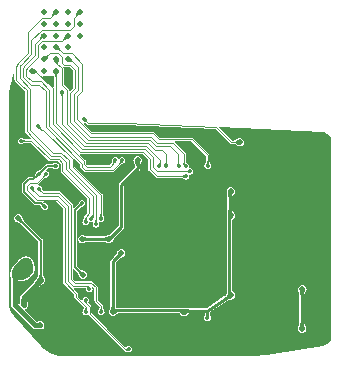
<source format=gbr>
%TF.GenerationSoftware,KiCad,Pcbnew,8.99.0-417-ga763d613e5*%
%TF.CreationDate,2024-04-11T17:26:30-04:00*%
%TF.ProjectId,fujiflex,66756a69-666c-4657-982e-6b696361645f,rev?*%
%TF.SameCoordinates,Original*%
%TF.FileFunction,Copper,L2,Bot*%
%TF.FilePolarity,Positive*%
%FSLAX46Y46*%
G04 Gerber Fmt 4.6, Leading zero omitted, Abs format (unit mm)*
G04 Created by KiCad (PCBNEW 8.99.0-417-ga763d613e5) date 2024-04-11 17:26:30*
%MOMM*%
%LPD*%
G01*
G04 APERTURE LIST*
%TA.AperFunction,ViaPad*%
%ADD10C,0.508000*%
%TD*%
%TA.AperFunction,ViaPad*%
%ADD11C,0.500000*%
%TD*%
%TA.AperFunction,ViaPad*%
%ADD12C,0.350000*%
%TD*%
%TA.AperFunction,Conductor*%
%ADD13C,0.250000*%
%TD*%
%TA.AperFunction,Conductor*%
%ADD14C,0.400000*%
%TD*%
%TA.AperFunction,Conductor*%
%ADD15C,0.088900*%
%TD*%
%TA.AperFunction,Conductor*%
%ADD16C,0.127000*%
%TD*%
%TA.AperFunction,Conductor*%
%ADD17C,0.200000*%
%TD*%
G04 APERTURE END LIST*
D10*
%TO.N,*%
X136220000Y-82538700D03*
X135220000Y-83538700D03*
X137220000Y-83538700D03*
X134220000Y-83538700D03*
X134220000Y-87538700D03*
D11*
%TO.N,GND*%
X141425000Y-95108700D03*
D12*
X136341534Y-109587605D03*
X138252387Y-103123770D03*
X142244004Y-106310938D03*
X140620780Y-106410938D03*
D10*
X136220000Y-87538700D03*
D11*
X144055762Y-108385809D03*
D12*
X139884004Y-99200938D03*
X158220000Y-106288700D03*
X154954004Y-94310938D03*
D11*
X135588415Y-110562188D03*
X137410000Y-103748700D03*
D12*
X158220000Y-103288700D03*
X134042603Y-100820059D03*
D11*
X146560000Y-95108700D03*
D12*
X135239338Y-102803030D03*
X158220000Y-100288700D03*
X138425000Y-104225000D03*
X156524539Y-108574248D03*
X156741186Y-100033597D03*
X141284004Y-100720938D03*
X137404470Y-109610222D03*
X141404004Y-97600938D03*
D11*
X150700998Y-100325000D03*
D12*
X131503815Y-103555951D03*
X138856590Y-92383431D03*
X141255116Y-92375200D03*
X134445234Y-102482088D03*
X142825000Y-104925000D03*
D11*
X141553790Y-108385809D03*
D12*
X150303887Y-107522401D03*
X158220000Y-99288700D03*
X137186330Y-108955803D03*
X158220000Y-101288700D03*
X139044004Y-104710938D03*
X142925000Y-98125000D03*
X134338611Y-97338061D03*
X157132418Y-110544390D03*
X139824004Y-98190938D03*
X137461146Y-99467250D03*
X145725000Y-104925000D03*
X132825000Y-96225000D03*
X135141658Y-96664083D03*
X134730298Y-88194892D03*
D11*
X150476706Y-105902920D03*
D12*
X135773164Y-108263446D03*
X157094421Y-98126128D03*
X149094004Y-106460938D03*
X134554259Y-104336499D03*
X139897378Y-96716113D03*
D11*
X155880131Y-97842060D03*
X155880131Y-99344052D03*
D12*
X158220000Y-98288700D03*
D11*
X150696622Y-102254043D03*
D12*
X152174004Y-95070938D03*
X142925000Y-102725000D03*
X145725000Y-102725000D03*
X140684004Y-104100938D03*
X156776510Y-103660142D03*
X150536517Y-103986454D03*
X151012841Y-92918627D03*
X148095979Y-96841545D03*
X138341018Y-96510362D03*
X152004299Y-111231592D03*
D11*
X149555205Y-108391926D03*
D12*
X156570939Y-95659709D03*
X157852778Y-96451106D03*
X136395731Y-88731491D03*
X156971306Y-107378845D03*
X139914004Y-100220938D03*
X156611667Y-94264093D03*
X139111651Y-106603688D03*
X139514004Y-107250938D03*
X135543830Y-109216020D03*
X139294004Y-97320938D03*
X157273164Y-96439959D03*
X158220000Y-97288700D03*
X131673263Y-101373338D03*
D11*
X138810000Y-95138700D03*
D12*
X157100000Y-101850000D03*
X143540836Y-110577625D03*
X141284004Y-98940938D03*
D11*
X156104290Y-105301638D03*
D12*
X145709241Y-100225914D03*
X133380229Y-105019771D03*
X133413148Y-103301006D03*
X158220000Y-105288700D03*
X150507974Y-95275642D03*
X139314354Y-110560919D03*
X150804004Y-94350938D03*
X140241539Y-102311025D03*
X131565873Y-91012964D03*
X134149049Y-110382474D03*
X158220000Y-104288700D03*
X131486039Y-102070670D03*
X142925000Y-100425000D03*
X157587120Y-107258097D03*
D11*
X155861962Y-102354094D03*
X155868018Y-100846045D03*
D12*
X135230275Y-103487332D03*
X150491716Y-101253603D03*
X135012748Y-103972234D03*
X158220000Y-102288700D03*
X131983508Y-102878385D03*
X144325000Y-106725000D03*
X138994530Y-103743917D03*
X145595587Y-97952830D03*
X141307860Y-102460706D03*
X156749281Y-96217031D03*
D11*
X147050000Y-108395002D03*
D12*
X131798719Y-89272750D03*
X156582085Y-95146974D03*
X137454004Y-101080938D03*
D11*
X150679850Y-98325000D03*
D12*
X133966968Y-106327142D03*
D11*
X153672734Y-96203330D03*
D12*
X158012832Y-93581172D03*
X151594642Y-108544115D03*
X135184795Y-99002273D03*
X131553618Y-90020307D03*
X158220000Y-107288700D03*
X148025000Y-101925000D03*
X143721920Y-92490754D03*
X143646969Y-111373266D03*
X147225000Y-106525000D03*
X148095979Y-99341937D03*
D11*
X137414067Y-106292086D03*
D12*
X156584913Y-107922210D03*
X133721817Y-100324299D03*
X139694004Y-101000938D03*
X150213951Y-96674958D03*
X155763903Y-96253983D03*
X136882832Y-108225509D03*
X134951497Y-97325438D03*
X134942385Y-102377134D03*
X158037198Y-110188315D03*
X134824731Y-107978916D03*
X148225000Y-104225000D03*
X142849841Y-95955646D03*
D11*
%TO.N,+1V2*%
X137454004Y-101770938D03*
X139725000Y-101767776D03*
X142124967Y-95101682D03*
D12*
%TO.N,+1V8*%
X132786053Y-104692584D03*
D11*
X133888415Y-109062188D03*
D12*
X132368903Y-104968878D03*
X131708058Y-104888756D03*
X133019007Y-104302521D03*
D10*
%TO.N,D2*%
X136220000Y-86538700D03*
D12*
X146196708Y-95616130D03*
D10*
%TO.N,D6*%
X136220000Y-84538700D03*
D12*
X140250038Y-95098688D03*
%TO.N,C*%
X138606281Y-100524248D03*
D10*
X137220000Y-82538700D03*
D12*
%TO.N,54MHz*%
X139025000Y-100025000D03*
D10*
X134220000Y-85538700D03*
D12*
X133726300Y-92225344D03*
D10*
%TO.N,D4*%
X135220000Y-86538700D03*
D12*
X144532824Y-95557683D03*
%TO.N,W*%
X137725000Y-100325000D03*
X132250725Y-93457122D03*
D10*
X134220000Y-82538700D03*
D12*
%TO.N,D*%
X138186831Y-100025000D03*
D10*
X135220000Y-82538700D03*
D12*
%TO.N,D0*%
X146191441Y-96456655D03*
D10*
X133220000Y-87538700D03*
%TO.N,CSEL*%
X135220000Y-85538700D03*
D12*
X148057722Y-95545326D03*
D10*
%TO.N,D5*%
X136220000Y-85538700D03*
D12*
X135725000Y-89325000D03*
X143982824Y-95559578D03*
%TO.N,D7*%
X140800017Y-95103800D03*
D10*
X134220000Y-84538700D03*
D12*
%TO.N,D3*%
X145646706Y-95616652D03*
D10*
X134220000Y-86538700D03*
D12*
%TO.N,D1*%
X146550542Y-96037205D03*
D10*
X135220000Y-87538700D03*
D12*
%TO.N,+3.3V*%
X148044004Y-108460938D03*
D11*
X140050000Y-107908700D03*
X150025000Y-97725000D03*
X150025000Y-106525000D03*
X150044297Y-99763455D03*
X137498358Y-104805066D03*
X133925000Y-105225000D03*
X132488415Y-107362188D03*
X140744004Y-102952007D03*
X132033841Y-99998324D03*
X146060000Y-107942914D03*
D12*
X137425000Y-98725000D03*
D11*
%TO.N,Net-(D1-K)*%
X156061435Y-109352459D03*
X156086023Y-106004723D03*
D12*
%TO.N,MOSI*%
X138040000Y-105978700D03*
X133202589Y-97443020D03*
%TO.N,CLK*%
X139050000Y-107928700D03*
X133752456Y-97498758D03*
%TO.N,MISO*%
X137725000Y-107925000D03*
X134382966Y-96268215D03*
%TO.N,MODE*%
X137633878Y-91633879D03*
D11*
X150794004Y-93570938D03*
D10*
X137220000Y-84538700D03*
%TO.N,SDA*%
X135220000Y-84538700D03*
%TO.N,SCL*%
X136220000Y-83538700D03*
D12*
%TO.N,Net-(U2-VCC)*%
X134254134Y-99012119D03*
X135194004Y-95570938D03*
X133751292Y-96268961D03*
%TO.N,Net-(U1-IO_L10P_2{slash}INIT_B)*%
X137725000Y-106925000D03*
X141396359Y-111087658D03*
%TD*%
D13*
%TO.N,+1V2*%
X139636263Y-101770938D02*
X139639425Y-101767776D01*
X142125000Y-95221939D02*
X142125000Y-95770113D01*
X142124967Y-95101682D02*
X142124967Y-95221906D01*
X142124967Y-95221906D02*
X142125000Y-95221939D01*
X139639425Y-101767776D02*
X139725000Y-101767776D01*
X140744004Y-97151109D02*
X140744004Y-100748772D01*
X140744004Y-100748772D02*
X139725000Y-101767776D01*
X142125000Y-95770113D02*
X140744004Y-97151109D01*
X137454004Y-101770938D02*
X139636263Y-101770938D01*
D14*
%TO.N,+1V8*%
X131708058Y-104888756D02*
X131708058Y-107343951D01*
X133426295Y-109062188D02*
X133888415Y-109062188D01*
X131708058Y-107343951D02*
X133426295Y-109062188D01*
D15*
%TO.N,D2*%
X146047785Y-94547785D02*
X145113900Y-93613900D01*
X136438700Y-86538700D02*
X136220000Y-86538700D01*
X137120773Y-89120661D02*
X137120773Y-87220773D01*
X136736100Y-91744666D02*
X136736100Y-89505334D01*
X143809617Y-93613900D02*
X143282386Y-93086669D01*
X143282386Y-93086669D02*
X138078103Y-93086669D01*
X137120773Y-87220773D02*
X136438700Y-86538700D01*
X145113900Y-93613900D02*
X143809617Y-93613900D01*
X146196708Y-95616130D02*
X146047785Y-95467207D01*
X146047785Y-95467207D02*
X146047785Y-94547785D01*
X136736100Y-89505334D02*
X137120773Y-89120661D01*
X138078103Y-93086669D02*
X136736100Y-91744666D01*
%TO.N,D6*%
X132721550Y-87921550D02*
X133225000Y-88425000D01*
X132721550Y-87425000D02*
X132721550Y-87921550D01*
X138243542Y-95636271D02*
X138243841Y-95635972D01*
X134642200Y-92179098D02*
X137625000Y-95161898D01*
X135721550Y-85037150D02*
X134016635Y-85037150D01*
X137833926Y-95636271D02*
X138243542Y-95636271D01*
X133225000Y-88425000D02*
X133933566Y-88425000D01*
X134642200Y-89133634D02*
X134642200Y-92179098D01*
X137625000Y-95161898D02*
X137625000Y-95427345D01*
X137625000Y-95427345D02*
X137833926Y-95636271D01*
X133721550Y-86328450D02*
X132775000Y-87275000D01*
X132775000Y-87275000D02*
X132721550Y-87425000D01*
X134016635Y-85037150D02*
X133721550Y-85332235D01*
X138243841Y-95635972D02*
X139769318Y-95635972D01*
X133933566Y-88425000D02*
X134642200Y-89133634D01*
X136220000Y-84538700D02*
X135721550Y-85037150D01*
X140250038Y-95155252D02*
X140250038Y-95098688D01*
X139769318Y-95635972D02*
X140250038Y-95155252D01*
X133721550Y-85332235D02*
X133721550Y-86328450D01*
%TO.N,C*%
X133143750Y-86089118D02*
X132218113Y-87014755D01*
X134012850Y-84037150D02*
X133143750Y-84906250D01*
X136718450Y-83745165D02*
X136426465Y-84037150D01*
X132143750Y-88160882D02*
X133025000Y-89042132D01*
X136718450Y-83040250D02*
X136718450Y-83745165D01*
X132207970Y-87040722D02*
X132143750Y-87225000D01*
X133025000Y-92525000D02*
X134942178Y-94442178D01*
X135678932Y-94442178D02*
X136336100Y-95099346D01*
X138606281Y-98014847D02*
X138606281Y-100524248D01*
X136336100Y-95099346D02*
X136336100Y-95744666D01*
X132143750Y-87225000D02*
X132143750Y-88160882D01*
X137220000Y-82538700D02*
X136718450Y-83040250D01*
X134942178Y-94442178D02*
X135678932Y-94442178D01*
X136336100Y-95744666D02*
X138606281Y-98014847D01*
X132218113Y-87014755D02*
X132207970Y-87040722D01*
X133143750Y-84906250D02*
X133143750Y-86089118D01*
X136426465Y-84037150D02*
X134012850Y-84037150D01*
X133025000Y-89042132D02*
X133025000Y-92525000D01*
%TO.N,54MHz*%
X139025000Y-100025000D02*
X139025000Y-98025000D01*
X136625000Y-94979680D02*
X134137663Y-92492343D01*
X136625000Y-95625000D02*
X136625000Y-94979680D01*
X133993299Y-92492343D02*
X133726300Y-92225344D01*
X139025000Y-98025000D02*
X136625000Y-95625000D01*
X134137663Y-92492343D02*
X133993299Y-92492343D01*
%TO.N,D4*%
X136158300Y-89158300D02*
X135721550Y-88721550D01*
X135721550Y-87321550D02*
X135220000Y-86820000D01*
X143035006Y-93615478D02*
X137789780Y-93615478D01*
X144550052Y-94557754D02*
X144183998Y-94191700D01*
X144550052Y-95540455D02*
X144550052Y-94557754D01*
X143611228Y-94191700D02*
X143035006Y-93615478D01*
X136158300Y-91983998D02*
X136158300Y-89158300D01*
X144532824Y-95557683D02*
X144550052Y-95540455D01*
X135220000Y-86820000D02*
X135220000Y-86538700D01*
X137789780Y-93615478D02*
X136158300Y-91983998D01*
X144183998Y-94191700D02*
X143611228Y-94191700D01*
X135721550Y-88721550D02*
X135721550Y-87321550D01*
%TO.N,W*%
X138025000Y-98250698D02*
X138025000Y-99593639D01*
X135758300Y-95983998D02*
X138025000Y-98250698D01*
X135758300Y-95338678D02*
X135758300Y-95983998D01*
X134702846Y-95019978D02*
X135439600Y-95019978D01*
X137725000Y-99893639D02*
X137725000Y-100325000D01*
X133139990Y-93457122D02*
X134702846Y-95019978D01*
X138025000Y-99593639D02*
X137725000Y-99893639D01*
X132250725Y-93457122D02*
X133139990Y-93457122D01*
X135439600Y-95019978D02*
X135758300Y-95338678D01*
%TO.N,D*%
X136047200Y-95864332D02*
X138325000Y-98142132D01*
X132825000Y-85525000D02*
X132825000Y-85999302D01*
X132825000Y-85999302D02*
X132312151Y-86512151D01*
X132736100Y-89161798D02*
X132736100Y-90125000D01*
X133325000Y-83725000D02*
X132825000Y-84225000D01*
X134009750Y-83040250D02*
X133325000Y-83725000D01*
X131971035Y-86853267D02*
X131852704Y-87156194D01*
X134822512Y-94731078D02*
X135559266Y-94731078D01*
X132736100Y-90125000D02*
X132736100Y-92644666D01*
X134125000Y-83040250D02*
X134009750Y-83040250D01*
X134718450Y-83040250D02*
X134125000Y-83040250D01*
X132736100Y-92644666D02*
X133220717Y-93129283D01*
X135220000Y-82538700D02*
X134718450Y-83040250D01*
X132825000Y-84225000D02*
X132825000Y-85525000D01*
X132312151Y-86512151D02*
X131971035Y-86853267D01*
X136047200Y-95219012D02*
X136047200Y-95864332D01*
X135559266Y-94731078D02*
X136047200Y-95219012D01*
X131852704Y-88278402D02*
X132262151Y-88687849D01*
X133220717Y-93129283D02*
X133270717Y-93179283D01*
X138325000Y-98142132D02*
X138325000Y-99886831D01*
X132262151Y-88687849D02*
X132736100Y-89161798D01*
X131852704Y-87156194D02*
X131852704Y-88278402D01*
X133220717Y-93129283D02*
X134822512Y-94731078D01*
X138325000Y-99886831D02*
X138186831Y-100025000D01*
%TO.N,D0*%
X133455832Y-87538700D02*
X133220000Y-87538700D01*
X134931100Y-89013968D02*
X133455832Y-87538700D01*
X143790131Y-96456655D02*
X143174291Y-95840815D01*
X142592908Y-94392908D02*
X137264576Y-94392908D01*
X146191441Y-96456655D02*
X143790131Y-96456655D01*
X137264576Y-94392908D02*
X134931100Y-92059432D01*
X134931100Y-92059432D02*
X134931100Y-89013968D01*
X143174291Y-95840815D02*
X143174291Y-94974291D01*
X143174291Y-94974291D02*
X142592908Y-94392908D01*
%TO.N,CSEL*%
X148053384Y-94653384D02*
X148053384Y-95540988D01*
X137409673Y-89240327D02*
X137025000Y-89625000D01*
X135831931Y-86037150D02*
X136537150Y-86037150D01*
X135333481Y-85538700D02*
X135831931Y-86037150D01*
X138225000Y-92825000D02*
X143425000Y-92825000D01*
X135220000Y-85538700D02*
X135333481Y-85538700D01*
X137025000Y-91625000D02*
X138225000Y-92825000D01*
X136537150Y-86037150D02*
X137409673Y-86909673D01*
X148053384Y-95540988D02*
X148057722Y-95545326D01*
X143425000Y-92825000D02*
X143925000Y-93325000D01*
X146725000Y-93325000D02*
X148053384Y-94653384D01*
X137409673Y-86909673D02*
X137409673Y-89240327D01*
X143925000Y-93325000D02*
X146725000Y-93325000D01*
X137025000Y-89625000D02*
X137025000Y-91625000D01*
%TO.N,D5*%
X135725000Y-89325000D02*
X135725000Y-92036200D01*
X137560790Y-93871990D02*
X142865313Y-93871990D01*
X144044450Y-95051127D02*
X144044450Y-95497952D01*
X142865313Y-93871990D02*
X144044450Y-95051127D01*
X135725000Y-92036200D02*
X137560790Y-93871990D01*
X144044450Y-95497952D02*
X143982824Y-95559578D01*
%TO.N,D7*%
X137425000Y-95635911D02*
X137425000Y-95370464D01*
X133105334Y-88713900D02*
X132432650Y-88041216D01*
X133432650Y-85212569D02*
X134106519Y-84538700D01*
X137714260Y-95925171D02*
X137425000Y-95635911D01*
X140800017Y-95103800D02*
X140800017Y-95141901D01*
X140800017Y-95141901D02*
X140017046Y-95924872D01*
X140017046Y-95924872D02*
X139016875Y-95924872D01*
X132432650Y-88041216D02*
X132432650Y-87325000D01*
X134353300Y-92298764D02*
X134353300Y-89253300D01*
X134353300Y-89253300D02*
X133813900Y-88713900D01*
X133432650Y-86208784D02*
X133432650Y-85212569D01*
X133813900Y-88713900D02*
X133105334Y-88713900D01*
X132520717Y-87120717D02*
X133432650Y-86208784D01*
X132432650Y-87325000D02*
X132520717Y-87120717D01*
X139016875Y-95924872D02*
X139016576Y-95925171D01*
X134106519Y-84538700D02*
X134220000Y-84538700D01*
X139016576Y-95925171D02*
X137714260Y-95925171D01*
X137425000Y-95370464D02*
X134353300Y-92298764D01*
%TO.N,D3*%
X144902800Y-93902800D02*
X143701176Y-93902800D01*
X143145503Y-93347127D02*
X137929995Y-93347127D01*
X134721550Y-86037150D02*
X134220000Y-86538700D01*
X135940250Y-87040250D02*
X135721550Y-86821550D01*
X145555248Y-94555248D02*
X144902800Y-93902800D01*
X135721550Y-86821550D02*
X135721550Y-86335335D01*
X136831873Y-89000995D02*
X136831873Y-87445658D01*
X136831873Y-87445658D02*
X136426465Y-87040250D01*
X135423365Y-86037150D02*
X134721550Y-86037150D01*
X136447200Y-89385668D02*
X136831873Y-89000995D01*
X145646706Y-95616652D02*
X145555248Y-95525194D01*
X143701176Y-93902800D02*
X143145503Y-93347127D01*
X135721550Y-86335335D02*
X135423365Y-86037150D01*
X137929995Y-93347127D02*
X136447200Y-91864332D01*
X136447200Y-91864332D02*
X136447200Y-89385668D01*
X145555248Y-95525194D02*
X145555248Y-94555248D01*
X136426465Y-87040250D02*
X135940250Y-87040250D01*
%TO.N,D1*%
X146550542Y-96037205D02*
X143779247Y-96037205D01*
X137412683Y-94132449D02*
X135220000Y-91939766D01*
X142732449Y-94132449D02*
X137412683Y-94132449D01*
X135220000Y-91939766D02*
X135220000Y-87538700D01*
X143779247Y-96037205D02*
X143425000Y-95682958D01*
X143425000Y-94825000D02*
X142732449Y-94132449D01*
X143425000Y-95682958D02*
X143425000Y-94825000D01*
D13*
%TO.N,+3.3V*%
X140744004Y-102952007D02*
X140050000Y-103646011D01*
D16*
X137425000Y-98725000D02*
X136840229Y-99309771D01*
D13*
X150044297Y-99763455D02*
X149925000Y-99644158D01*
D14*
X132488415Y-106661585D02*
X133925000Y-105225000D01*
D17*
X132033841Y-99998324D02*
X132033841Y-100015779D01*
X132033841Y-100015779D02*
X133925000Y-101906938D01*
D13*
X140050000Y-103646011D02*
X140050000Y-107908700D01*
X149901706Y-99906046D02*
X150044297Y-99763455D01*
X145927895Y-107810809D02*
X146060000Y-107942914D01*
X140744004Y-102952007D02*
X140299078Y-103396933D01*
X140050000Y-107908700D02*
X140147891Y-107810809D01*
X148044004Y-107816986D02*
X148044004Y-108460938D01*
X148044004Y-107816986D02*
X150025000Y-106525000D01*
X148044004Y-107816986D02*
X146185928Y-107816986D01*
D17*
X133925000Y-101906938D02*
X133925000Y-105225000D01*
D13*
X149901706Y-106401706D02*
X149901706Y-99906046D01*
D16*
X136840229Y-104146937D02*
X137498358Y-104805066D01*
X136840229Y-99309771D02*
X136840229Y-104146937D01*
D13*
X149925000Y-97825000D02*
X150025000Y-97725000D01*
X149925000Y-99644158D02*
X149925000Y-97825000D01*
X140299078Y-103396933D02*
X140296933Y-103396933D01*
X146185928Y-107816986D02*
X146060000Y-107942914D01*
X140147891Y-107810809D02*
X145927895Y-107810809D01*
X150025000Y-106525000D02*
X149901706Y-106401706D01*
D14*
X132488415Y-107362188D02*
X132488415Y-106661585D01*
D13*
%TO.N,Net-(D1-K)*%
X156024539Y-106066207D02*
X156086023Y-106004723D01*
X156061435Y-109352459D02*
X156024539Y-109315563D01*
X156024539Y-109315563D02*
X156024539Y-106066207D01*
D15*
%TO.N,MOSI*%
X136243379Y-99008766D02*
X135384359Y-98149746D01*
X133202589Y-97542083D02*
X133202589Y-97443020D01*
X136243379Y-105293347D02*
X136243379Y-99008766D01*
X133810252Y-98149746D02*
X133202589Y-97542083D01*
X138040000Y-105978700D02*
X137808728Y-105747428D01*
X137808728Y-105747428D02*
X136697460Y-105747428D01*
X135384359Y-98149746D02*
X133810252Y-98149746D01*
X136697460Y-105747428D02*
X136243379Y-105293347D01*
%TO.N,CLK*%
X136817126Y-105458528D02*
X138219086Y-105458528D01*
X133752456Y-97498758D02*
X134114544Y-97860846D01*
X138625000Y-105864442D02*
X138625000Y-106981934D01*
X136532279Y-105173681D02*
X136817126Y-105458528D01*
X139050000Y-107406934D02*
X139050000Y-107928700D01*
X138219086Y-105458528D02*
X138625000Y-105864442D01*
X136532279Y-98889100D02*
X136532279Y-105173681D01*
X138625000Y-106981934D02*
X139050000Y-107406934D01*
X134114544Y-97860846D02*
X135504025Y-97860846D01*
X135504025Y-97860846D02*
X136532279Y-98889100D01*
%TO.N,MISO*%
X136919617Y-106712809D02*
X136919617Y-106378151D01*
X137725000Y-107518192D02*
X136919617Y-106712809D01*
X135954479Y-105413013D02*
X135954479Y-99128432D01*
X136919617Y-106378151D02*
X135954479Y-105413013D01*
X137725000Y-107925000D02*
X137725000Y-107518192D01*
X133425000Y-97025000D02*
X133626181Y-97025000D01*
X133605023Y-98438646D02*
X132783139Y-97616762D01*
X133626181Y-97025000D02*
X134382966Y-96268215D01*
X133423570Y-97023570D02*
X133425000Y-97025000D01*
X132783139Y-97616762D02*
X132783139Y-97269278D01*
X132783139Y-97269278D02*
X133028847Y-97023570D01*
X135264693Y-98438646D02*
X133605023Y-98438646D01*
X133028847Y-97023570D02*
X133423570Y-97023570D01*
X135954479Y-99128432D02*
X135264693Y-98438646D01*
%TO.N,MODE*%
X148789528Y-92308228D02*
X141030398Y-91944763D01*
X150794004Y-93570938D02*
X150052238Y-93570938D01*
X140598390Y-91934650D02*
X137934649Y-91934650D01*
X150052238Y-93570938D02*
X148789528Y-92308228D01*
X137934649Y-91934650D02*
X137633878Y-91633879D01*
X141030398Y-91944763D02*
X140598390Y-91934650D01*
D16*
%TO.N,Net-(U2-VCC)*%
X132475189Y-97141720D02*
X132475189Y-97744320D01*
X134449315Y-95570938D02*
X133751292Y-96268961D01*
X133477466Y-98746596D02*
X133988611Y-98746596D01*
X133304633Y-96715620D02*
X132901289Y-96715620D01*
X132475189Y-97744320D02*
X133477466Y-98746596D01*
X133751292Y-96268961D02*
X133304633Y-96715620D01*
X132901289Y-96715620D02*
X132475189Y-97141720D01*
X133988611Y-98746596D02*
X134254134Y-99012119D01*
X135194004Y-95570938D02*
X134449315Y-95570938D01*
D15*
%TO.N,Net-(U1-IO_L10P_2{slash}INIT_B)*%
X137725000Y-106925000D02*
X137725000Y-107141934D01*
X141058542Y-111087658D02*
X141396359Y-111087658D01*
X138074004Y-107490938D02*
X138074004Y-108103120D01*
X138074004Y-108103120D02*
X141058542Y-111087658D01*
X137725000Y-107141934D02*
X138074004Y-107490938D01*
%TD*%
%TA.AperFunction,Conductor*%
%TO.N,GND*%
G36*
X131701752Y-87787862D02*
G01*
X131707754Y-87811360D01*
X131707754Y-88245613D01*
X131707753Y-88245627D01*
X131707753Y-88307235D01*
X131718787Y-88333872D01*
X131729821Y-88360510D01*
X131770596Y-88401285D01*
X131770597Y-88401285D01*
X131777488Y-88408176D01*
X131777487Y-88408176D01*
X131777489Y-88408177D01*
X132576798Y-89207486D01*
X132591150Y-89242134D01*
X132591150Y-92611877D01*
X132591149Y-92611891D01*
X132591149Y-92673499D01*
X132595640Y-92684340D01*
X132602183Y-92700136D01*
X132613217Y-92726774D01*
X132653992Y-92767549D01*
X132653993Y-92767549D01*
X132660884Y-92774440D01*
X132660883Y-92774440D01*
X132660885Y-92774441D01*
X133114968Y-93228524D01*
X133129320Y-93263172D01*
X133114968Y-93297820D01*
X133080320Y-93312172D01*
X132623271Y-93312172D01*
X132610826Y-93310565D01*
X132601333Y-93308072D01*
X132596104Y-93306699D01*
X132596102Y-93306698D01*
X132596099Y-93306698D01*
X132563314Y-93304713D01*
X132555358Y-93303571D01*
X132540736Y-93300229D01*
X132531617Y-93297177D01*
X132523237Y-93293422D01*
X132516826Y-93289955D01*
X132499706Y-93278975D01*
X132498173Y-93277948D01*
X132469521Y-93257974D01*
X132469519Y-93257972D01*
X132469498Y-93257958D01*
X132466875Y-93256188D01*
X132466318Y-93255824D01*
X132463766Y-93254207D01*
X132425577Y-93230783D01*
X132420826Y-93228036D01*
X132419756Y-93227454D01*
X132419740Y-93227446D01*
X132419733Y-93227442D01*
X132414853Y-93224951D01*
X132374269Y-93205552D01*
X132374204Y-93205522D01*
X132371890Y-93204450D01*
X132371390Y-93204226D01*
X132371387Y-93204225D01*
X132371338Y-93204209D01*
X132371177Y-93204130D01*
X132369056Y-93203180D01*
X132369086Y-93203112D01*
X132359402Y-93198397D01*
X132358220Y-93197607D01*
X132358219Y-93197606D01*
X132358218Y-93197606D01*
X132250728Y-93176225D01*
X132250722Y-93176225D01*
X132143232Y-93197605D01*
X132052100Y-93258497D01*
X131991208Y-93349629D01*
X131969828Y-93457119D01*
X131969828Y-93457124D01*
X131991208Y-93564614D01*
X132052100Y-93655746D01*
X132097657Y-93686186D01*
X132143230Y-93716637D01*
X132143232Y-93716638D01*
X132250722Y-93738019D01*
X132250723Y-93738019D01*
X132250723Y-93738018D01*
X132250725Y-93738019D01*
X132358220Y-93716637D01*
X132360562Y-93715072D01*
X132372150Y-93709907D01*
X132372007Y-93709511D01*
X132374263Y-93708693D01*
X132374265Y-93708691D01*
X132374269Y-93708691D01*
X132414845Y-93689295D01*
X132419785Y-93686772D01*
X132420856Y-93686189D01*
X132425578Y-93683458D01*
X132463758Y-93660039D01*
X132466298Y-93658431D01*
X132466872Y-93658056D01*
X132469507Y-93656277D01*
X132498198Y-93636272D01*
X132499718Y-93635256D01*
X132516837Y-93624276D01*
X132523242Y-93620814D01*
X132531610Y-93617065D01*
X132540718Y-93614015D01*
X132555358Y-93610668D01*
X132563310Y-93609527D01*
X132596101Y-93607545D01*
X132612526Y-93603496D01*
X132624254Y-93602072D01*
X133059654Y-93602072D01*
X133094302Y-93616424D01*
X134577167Y-95099289D01*
X134577170Y-95099293D01*
X134577171Y-95099293D01*
X134579962Y-95102084D01*
X134579963Y-95102086D01*
X134620738Y-95142861D01*
X134674014Y-95164928D01*
X134731678Y-95164928D01*
X135359264Y-95164928D01*
X135393912Y-95179280D01*
X135598998Y-95384366D01*
X135613350Y-95419014D01*
X135613350Y-95951209D01*
X135613349Y-95951223D01*
X135613349Y-95955166D01*
X135613349Y-96012830D01*
X135622327Y-96034504D01*
X135635417Y-96066106D01*
X135676192Y-96106881D01*
X135676193Y-96106881D01*
X135683084Y-96113772D01*
X135683083Y-96113772D01*
X135683085Y-96113773D01*
X137865698Y-98296386D01*
X137880050Y-98331034D01*
X137880050Y-99513302D01*
X137865698Y-99547950D01*
X137602119Y-99811528D01*
X137602114Y-99811536D01*
X137593833Y-99831530D01*
X137593833Y-99831532D01*
X137580049Y-99864807D01*
X137580049Y-99928171D01*
X137580050Y-99928180D01*
X137580050Y-99952457D01*
X137578443Y-99964902D01*
X137574578Y-99979620D01*
X137574577Y-99979624D01*
X137572593Y-100012402D01*
X137571451Y-100020362D01*
X137568107Y-100034989D01*
X137565057Y-100044101D01*
X137561305Y-100052476D01*
X137557832Y-100058898D01*
X137546869Y-100075990D01*
X137545821Y-100077556D01*
X137525826Y-100106238D01*
X137524027Y-100108903D01*
X137523734Y-100109350D01*
X137522089Y-100111947D01*
X137498665Y-100150140D01*
X137498656Y-100150155D01*
X137496855Y-100153267D01*
X137495926Y-100154874D01*
X137495369Y-100155897D01*
X137492814Y-100160899D01*
X137473428Y-100201459D01*
X137472328Y-100203832D01*
X137472105Y-100204330D01*
X137472088Y-100204384D01*
X137472007Y-100204548D01*
X137471063Y-100206657D01*
X137470995Y-100206626D01*
X137466278Y-100216317D01*
X137465485Y-100217503D01*
X137465484Y-100217505D01*
X137444103Y-100324997D01*
X137444103Y-100325002D01*
X137465483Y-100432492D01*
X137526375Y-100523624D01*
X137586991Y-100564126D01*
X137617505Y-100584515D01*
X137617507Y-100584516D01*
X137724997Y-100605897D01*
X137725000Y-100605897D01*
X137725003Y-100605897D01*
X137832492Y-100584516D01*
X137832492Y-100584515D01*
X137832495Y-100584515D01*
X137923624Y-100523624D01*
X137984515Y-100432495D01*
X137985393Y-100428082D01*
X138006839Y-100320267D01*
X138008589Y-100320615D01*
X138020249Y-100292468D01*
X138054897Y-100278116D01*
X138074322Y-100284013D01*
X138074879Y-100282669D01*
X138079334Y-100284513D01*
X138079336Y-100284515D01*
X138106209Y-100289860D01*
X138186828Y-100305897D01*
X138186831Y-100305897D01*
X138186834Y-100305897D01*
X138294323Y-100284516D01*
X138294323Y-100284515D01*
X138294326Y-100284515D01*
X138320955Y-100266721D01*
X138357736Y-100259405D01*
X138388919Y-100280241D01*
X138396236Y-100317023D01*
X138389947Y-100333082D01*
X138379946Y-100349388D01*
X138377207Y-100354122D01*
X138376650Y-100355145D01*
X138374095Y-100360147D01*
X138354709Y-100400707D01*
X138353609Y-100403080D01*
X138353386Y-100403578D01*
X138353369Y-100403632D01*
X138353288Y-100403796D01*
X138352344Y-100405905D01*
X138352276Y-100405874D01*
X138347559Y-100415565D01*
X138346766Y-100416751D01*
X138346765Y-100416753D01*
X138325384Y-100524245D01*
X138325384Y-100524250D01*
X138346764Y-100631740D01*
X138407656Y-100722872D01*
X138468272Y-100763374D01*
X138498786Y-100783763D01*
X138498788Y-100783764D01*
X138606278Y-100805145D01*
X138606281Y-100805145D01*
X138606284Y-100805145D01*
X138713773Y-100783764D01*
X138713773Y-100783763D01*
X138713776Y-100783763D01*
X138804905Y-100722872D01*
X138865796Y-100631743D01*
X138875191Y-100584515D01*
X138887178Y-100524250D01*
X138887053Y-100523624D01*
X138865796Y-100416753D01*
X138864229Y-100414409D01*
X138859066Y-100402821D01*
X138858670Y-100402965D01*
X138857851Y-100400705D01*
X138846823Y-100377634D01*
X138838455Y-100360127D01*
X138836414Y-100356130D01*
X138835931Y-100355184D01*
X138835345Y-100354109D01*
X138832627Y-100349408D01*
X138823120Y-100333909D01*
X138817238Y-100296870D01*
X138839269Y-100266520D01*
X138876308Y-100260638D01*
X138892108Y-100267545D01*
X138917505Y-100284515D01*
X138917507Y-100284516D01*
X139024997Y-100305897D01*
X139025000Y-100305897D01*
X139025003Y-100305897D01*
X139132492Y-100284516D01*
X139132492Y-100284515D01*
X139132495Y-100284515D01*
X139223624Y-100223624D01*
X139284515Y-100132495D01*
X139284997Y-100130076D01*
X139305897Y-100025002D01*
X139305879Y-100024914D01*
X139284515Y-99917505D01*
X139282948Y-99915161D01*
X139277785Y-99903573D01*
X139277389Y-99903717D01*
X139276570Y-99901457D01*
X139263023Y-99873116D01*
X139257174Y-99860879D01*
X139257170Y-99860871D01*
X139254650Y-99855936D01*
X139254064Y-99854861D01*
X139251329Y-99850132D01*
X139227925Y-99811977D01*
X139227641Y-99811528D01*
X139226309Y-99809424D01*
X139225934Y-99808850D01*
X139225927Y-99808840D01*
X139225909Y-99808812D01*
X139225044Y-99807532D01*
X139224155Y-99806215D01*
X139204150Y-99777522D01*
X139203125Y-99775989D01*
X139192164Y-99758898D01*
X139188692Y-99752478D01*
X139184942Y-99744107D01*
X139181892Y-99734995D01*
X139178548Y-99720368D01*
X139177405Y-99712407D01*
X139177334Y-99711227D01*
X139175422Y-99679622D01*
X139171373Y-99663199D01*
X139169950Y-99651472D01*
X139169950Y-98059542D01*
X139169951Y-98059533D01*
X139169951Y-97996170D01*
X139169950Y-97996166D01*
X139165745Y-97986015D01*
X139147883Y-97942892D01*
X139147881Y-97942890D01*
X139147881Y-97942889D01*
X136784302Y-95579310D01*
X136769950Y-95544662D01*
X136769950Y-95038700D01*
X136784302Y-95004052D01*
X136818950Y-94989700D01*
X136853596Y-95004051D01*
X137014474Y-95164928D01*
X137265698Y-95416152D01*
X137280050Y-95450800D01*
X137280050Y-95603122D01*
X137280049Y-95603136D01*
X137280049Y-95664744D01*
X137285718Y-95678431D01*
X137285720Y-95678433D01*
X137302117Y-95718019D01*
X137342892Y-95758794D01*
X137342893Y-95758794D01*
X137349784Y-95765685D01*
X137349783Y-95765685D01*
X137349785Y-95765686D01*
X137588581Y-96004482D01*
X137588584Y-96004486D01*
X137588585Y-96004486D01*
X137591376Y-96007277D01*
X137591377Y-96007279D01*
X137632152Y-96048054D01*
X137669823Y-96063657D01*
X137685427Y-96070121D01*
X137685428Y-96070121D01*
X138982035Y-96070121D01*
X138982043Y-96070122D01*
X138987744Y-96070122D01*
X139048699Y-96070122D01*
X139051744Y-96069822D01*
X139982505Y-96069822D01*
X139982513Y-96069823D01*
X139988214Y-96069823D01*
X140045877Y-96069823D01*
X140045878Y-96069823D01*
X140072516Y-96058788D01*
X140099154Y-96047755D01*
X140139929Y-96006980D01*
X140139929Y-96006979D01*
X140146818Y-96000090D01*
X140146820Y-96000087D01*
X140663056Y-95483850D01*
X140672042Y-95476757D01*
X140686767Y-95467710D01*
X140703173Y-95452508D01*
X140712189Y-95444154D01*
X140716268Y-95440765D01*
X140733892Y-95427675D01*
X140739822Y-95423902D01*
X140751133Y-95417802D01*
X140757018Y-95415115D01*
X140773214Y-95408984D01*
X140776144Y-95407980D01*
X140805479Y-95398963D01*
X140806623Y-95398605D01*
X140847379Y-95385567D01*
X140848865Y-95385069D01*
X140850046Y-95384674D01*
X140850063Y-95384667D01*
X140850078Y-95384663D01*
X140850661Y-95384459D01*
X140853217Y-95383527D01*
X140893169Y-95368380D01*
X140894390Y-95367909D01*
X140894433Y-95367891D01*
X140894467Y-95367879D01*
X140896980Y-95366891D01*
X140897017Y-95366985D01*
X140907474Y-95363330D01*
X140907509Y-95363315D01*
X140907512Y-95363315D01*
X140998641Y-95302424D01*
X141059532Y-95211295D01*
X141060197Y-95207955D01*
X141080914Y-95103802D01*
X141080914Y-95103797D01*
X141059533Y-94996307D01*
X141055118Y-94989700D01*
X141014054Y-94928243D01*
X140998641Y-94905175D01*
X140907509Y-94844283D01*
X140800020Y-94822903D01*
X140800014Y-94822903D01*
X140692524Y-94844283D01*
X140601392Y-94905175D01*
X140567477Y-94955933D01*
X140536294Y-94976769D01*
X140499512Y-94969452D01*
X140485993Y-94955933D01*
X140448662Y-94900063D01*
X140357530Y-94839171D01*
X140250041Y-94817791D01*
X140250035Y-94817791D01*
X140142545Y-94839171D01*
X140051413Y-94900063D01*
X139990522Y-94991193D01*
X139989152Y-94998079D01*
X139984753Y-95010224D01*
X139984790Y-95010240D01*
X139984501Y-95010920D01*
X139984133Y-95011939D01*
X139983851Y-95012456D01*
X139970145Y-95056386D01*
X139967663Y-95065867D01*
X139967211Y-95067995D01*
X139965622Y-95077648D01*
X139960225Y-95123702D01*
X139959657Y-95130383D01*
X139959577Y-95131885D01*
X139959434Y-95138634D01*
X139959726Y-95164928D01*
X139959886Y-95179372D01*
X139960038Y-95194409D01*
X139960139Y-95204407D01*
X139959553Y-95212467D01*
X139959029Y-95215820D01*
X139955111Y-95228778D01*
X139954295Y-95230547D01*
X139947611Y-95241191D01*
X139930376Y-95262098D01*
X139923333Y-95274484D01*
X139915387Y-95284910D01*
X139723629Y-95476670D01*
X139688982Y-95491022D01*
X138278382Y-95491022D01*
X138278374Y-95491021D01*
X138272673Y-95491021D01*
X138215009Y-95491021D01*
X138211718Y-95491021D01*
X138208673Y-95491321D01*
X137914262Y-95491321D01*
X137879614Y-95476969D01*
X137784302Y-95381657D01*
X137769950Y-95347009D01*
X137769950Y-95133065D01*
X137760879Y-95111167D01*
X137747883Y-95079790D01*
X137707108Y-95039015D01*
X137707106Y-95039014D01*
X137704315Y-95036223D01*
X137704315Y-95036222D01*
X137704311Y-95036219D01*
X137289598Y-94621506D01*
X137275246Y-94586858D01*
X137289598Y-94552210D01*
X137324246Y-94537858D01*
X142512572Y-94537858D01*
X142547220Y-94552210D01*
X143014989Y-95019979D01*
X143029341Y-95054627D01*
X143029341Y-95808026D01*
X143029340Y-95808040D01*
X143029340Y-95869649D01*
X143036436Y-95886780D01*
X143036438Y-95886782D01*
X143051408Y-95922923D01*
X143092183Y-95963698D01*
X143092184Y-95963698D01*
X143099075Y-95970589D01*
X143099074Y-95970589D01*
X143099076Y-95970590D01*
X143664452Y-96535966D01*
X143664455Y-96535970D01*
X143664456Y-96535970D01*
X143667247Y-96538761D01*
X143667248Y-96538763D01*
X143708023Y-96579538D01*
X143761299Y-96601605D01*
X145818898Y-96601605D01*
X145831343Y-96603211D01*
X145846065Y-96607078D01*
X145878857Y-96609060D01*
X145886810Y-96610202D01*
X145901360Y-96613528D01*
X145901428Y-96613544D01*
X145910540Y-96616594D01*
X145918920Y-96620348D01*
X145925341Y-96623820D01*
X145942419Y-96634773D01*
X145943990Y-96635824D01*
X145972661Y-96655814D01*
X145975253Y-96657564D01*
X145975281Y-96657582D01*
X145975291Y-96657589D01*
X145975865Y-96657964D01*
X145978405Y-96659572D01*
X145978418Y-96659580D01*
X146016573Y-96682984D01*
X146016583Y-96682989D01*
X146016585Y-96682991D01*
X146021307Y-96685722D01*
X146021665Y-96685917D01*
X146022377Y-96686305D01*
X146027314Y-96688826D01*
X146067887Y-96708220D01*
X146070160Y-96709274D01*
X146070441Y-96709400D01*
X146070677Y-96709506D01*
X146070682Y-96709507D01*
X146070821Y-96709553D01*
X146071282Y-96709777D01*
X146073004Y-96710551D01*
X146072979Y-96710605D01*
X146082730Y-96715358D01*
X146083943Y-96716169D01*
X146083948Y-96716171D01*
X146191438Y-96737552D01*
X146191441Y-96737552D01*
X146191444Y-96737552D01*
X146298933Y-96716171D01*
X146298933Y-96716170D01*
X146298936Y-96716170D01*
X146390065Y-96655279D01*
X146450956Y-96564150D01*
X146451154Y-96563159D01*
X146472338Y-96456657D01*
X146472338Y-96456652D01*
X146454728Y-96368121D01*
X146462044Y-96331339D01*
X146493227Y-96310504D01*
X146512344Y-96310504D01*
X146537265Y-96315461D01*
X146550541Y-96318102D01*
X146550542Y-96318102D01*
X146550545Y-96318102D01*
X146658034Y-96296721D01*
X146658034Y-96296720D01*
X146658037Y-96296720D01*
X146749166Y-96235829D01*
X146810057Y-96144700D01*
X146824892Y-96070122D01*
X146831439Y-96037207D01*
X146831439Y-96037202D01*
X146810058Y-95929712D01*
X146803436Y-95919802D01*
X146779512Y-95883997D01*
X146749166Y-95838580D01*
X146658034Y-95777688D01*
X146550545Y-95756308D01*
X146550544Y-95756308D01*
X146550542Y-95756308D01*
X146517492Y-95762882D01*
X146480710Y-95755565D01*
X146459874Y-95724382D01*
X146459875Y-95705263D01*
X146460142Y-95703924D01*
X146477605Y-95616130D01*
X146477605Y-95616127D01*
X146456224Y-95508637D01*
X146449433Y-95498474D01*
X146434619Y-95476303D01*
X146395334Y-95417508D01*
X146395331Y-95417505D01*
X146384224Y-95410083D01*
X146374927Y-95402009D01*
X146373129Y-95399999D01*
X146373128Y-95399998D01*
X146373127Y-95399997D01*
X146341081Y-95375902D01*
X146329914Y-95368565D01*
X146327345Y-95367101D01*
X146327108Y-95366985D01*
X146315330Y-95361228D01*
X146308778Y-95358527D01*
X146308602Y-95358433D01*
X146308598Y-95358444D01*
X146304204Y-95356615D01*
X146304203Y-95356615D01*
X146304201Y-95356614D01*
X146300124Y-95354918D01*
X146299753Y-95354805D01*
X146272712Y-95343657D01*
X146272713Y-95343657D01*
X146272700Y-95343652D01*
X146267505Y-95341729D01*
X146265472Y-95340976D01*
X146263874Y-95340450D01*
X146256462Y-95338306D01*
X146229841Y-95331645D01*
X146199712Y-95309312D01*
X146192735Y-95284111D01*
X146192735Y-94582326D01*
X146192736Y-94582317D01*
X146192736Y-94518955D01*
X146192735Y-94518951D01*
X146180261Y-94488837D01*
X146170668Y-94465677D01*
X146170666Y-94465675D01*
X146170666Y-94465674D01*
X145258588Y-93553598D01*
X145244236Y-93518950D01*
X145258588Y-93484302D01*
X145293236Y-93469950D01*
X146644664Y-93469950D01*
X146679312Y-93484302D01*
X147894082Y-94699072D01*
X147908434Y-94733720D01*
X147908434Y-95173889D01*
X147906869Y-95186173D01*
X147902974Y-95201210D01*
X147901088Y-95234258D01*
X147900065Y-95241804D01*
X147896678Y-95257494D01*
X147893893Y-95266283D01*
X147890119Y-95275184D01*
X147886833Y-95281582D01*
X147876541Y-95298446D01*
X147875425Y-95300191D01*
X147856337Y-95328684D01*
X147854870Y-95330936D01*
X147854608Y-95331350D01*
X147854585Y-95331386D01*
X147854577Y-95331400D01*
X147853169Y-95333689D01*
X147844024Y-95348988D01*
X147830309Y-95371931D01*
X147827798Y-95376375D01*
X147827289Y-95377329D01*
X147825030Y-95381820D01*
X147805913Y-95422182D01*
X147804927Y-95424326D01*
X147804718Y-95424794D01*
X147804698Y-95424857D01*
X147804608Y-95425040D01*
X147803687Y-95427107D01*
X147803618Y-95427076D01*
X147798877Y-95436827D01*
X147798207Y-95437829D01*
X147798206Y-95437832D01*
X147776825Y-95545323D01*
X147776825Y-95545328D01*
X147798205Y-95652818D01*
X147859097Y-95743950D01*
X147914571Y-95781016D01*
X147950227Y-95804841D01*
X147950229Y-95804842D01*
X148057719Y-95826223D01*
X148057722Y-95826223D01*
X148057725Y-95826223D01*
X148165214Y-95804842D01*
X148165214Y-95804841D01*
X148165217Y-95804841D01*
X148256346Y-95743950D01*
X148317237Y-95652821D01*
X148318588Y-95646032D01*
X148338619Y-95545328D01*
X148338619Y-95545323D01*
X148317238Y-95437834D01*
X148317237Y-95437832D01*
X148317237Y-95437831D01*
X148315418Y-95435109D01*
X148310214Y-95423492D01*
X148309863Y-95423622D01*
X148309033Y-95421361D01*
X148307899Y-95419014D01*
X148289441Y-95380807D01*
X148286685Y-95375492D01*
X148286041Y-95374332D01*
X148282997Y-95369198D01*
X148282598Y-95368567D01*
X148258985Y-95331196D01*
X148257056Y-95328253D01*
X148256617Y-95327607D01*
X148254586Y-95324723D01*
X148233650Y-95296028D01*
X148232690Y-95294664D01*
X148225529Y-95284111D01*
X148221049Y-95277509D01*
X148217365Y-95271083D01*
X148213748Y-95263494D01*
X148210379Y-95254024D01*
X148207179Y-95240887D01*
X148205893Y-95232473D01*
X148203821Y-95200344D01*
X148199793Y-95184210D01*
X148198334Y-95172341D01*
X148198334Y-94687926D01*
X148198335Y-94687917D01*
X148198335Y-94624554D01*
X148198334Y-94624550D01*
X148197073Y-94621506D01*
X148176267Y-94571276D01*
X148176265Y-94571274D01*
X148176265Y-94571273D01*
X146854775Y-93249785D01*
X146854774Y-93249783D01*
X146854774Y-93249784D01*
X146847883Y-93242892D01*
X146807108Y-93202117D01*
X146780470Y-93191083D01*
X146772489Y-93187777D01*
X146753833Y-93180049D01*
X146753832Y-93180049D01*
X146696168Y-93180049D01*
X146690467Y-93180049D01*
X146690459Y-93180050D01*
X144005337Y-93180050D01*
X143970689Y-93165698D01*
X143554775Y-92749785D01*
X143554774Y-92749783D01*
X143554774Y-92749784D01*
X143547883Y-92742892D01*
X143507108Y-92702117D01*
X143480470Y-92691083D01*
X143453833Y-92680049D01*
X143453832Y-92680049D01*
X143396168Y-92680049D01*
X143390467Y-92680049D01*
X143390459Y-92680050D01*
X138305336Y-92680050D01*
X138270688Y-92665698D01*
X137620057Y-92015067D01*
X137605705Y-91980419D01*
X137620057Y-91945771D01*
X137654705Y-91931419D01*
X137663306Y-91932180D01*
X137682166Y-91935545D01*
X137684010Y-91935911D01*
X137695886Y-91938506D01*
X137703827Y-91940241D01*
X137710812Y-91942322D01*
X137719407Y-91945598D01*
X137728003Y-91949884D01*
X137740708Y-91957861D01*
X137747146Y-91962682D01*
X137771733Y-91984464D01*
X137778917Y-91988806D01*
X137786210Y-91993214D01*
X137795509Y-92000500D01*
X137808970Y-92013961D01*
X137808973Y-92013965D01*
X137808974Y-92013965D01*
X137811765Y-92016756D01*
X137811766Y-92016758D01*
X137852541Y-92057533D01*
X137881515Y-92069534D01*
X137905816Y-92079600D01*
X137905817Y-92079600D01*
X140596084Y-92079600D01*
X140597231Y-92079613D01*
X141024796Y-92089620D01*
X141025890Y-92089660D01*
X148707759Y-92449505D01*
X148740113Y-92463803D01*
X149970127Y-93693819D01*
X149970128Y-93693819D01*
X149970130Y-93693821D01*
X150023406Y-93715889D01*
X150023408Y-93715889D01*
X150086772Y-93715889D01*
X150086780Y-93715888D01*
X150270652Y-93715888D01*
X150283626Y-93717637D01*
X150297321Y-93721397D01*
X150353249Y-93725407D01*
X150362547Y-93726985D01*
X150391315Y-93734780D01*
X150401422Y-93738768D01*
X150421839Y-93749576D01*
X150428273Y-93753652D01*
X150458112Y-93775983D01*
X150459130Y-93776765D01*
X150471185Y-93786289D01*
X150501390Y-93810155D01*
X150504763Y-93812711D01*
X150504783Y-93812726D01*
X150505514Y-93813257D01*
X150505532Y-93813270D01*
X150509093Y-93815749D01*
X150563761Y-93852149D01*
X150569565Y-93855748D01*
X150570846Y-93856486D01*
X150570865Y-93856496D01*
X150570877Y-93856503D01*
X150576936Y-93859734D01*
X150640576Y-93891065D01*
X150640591Y-93891072D01*
X150640603Y-93891078D01*
X150643482Y-93892442D01*
X150643707Y-93892544D01*
X150644158Y-93892749D01*
X150654450Y-93894998D01*
X150666229Y-93899208D01*
X150684338Y-93908436D01*
X150684339Y-93908436D01*
X150684343Y-93908438D01*
X150794004Y-93925807D01*
X150903665Y-93908438D01*
X151002591Y-93858033D01*
X151081099Y-93779525D01*
X151131504Y-93680599D01*
X151148873Y-93570938D01*
X151131504Y-93461277D01*
X151081099Y-93362351D01*
X151002591Y-93283843D01*
X151002588Y-93283841D01*
X150903665Y-93233438D01*
X150794004Y-93216069D01*
X150684342Y-93233438D01*
X150673159Y-93239136D01*
X150665517Y-93243030D01*
X150655921Y-93246709D01*
X150640585Y-93250805D01*
X150640581Y-93250807D01*
X150640580Y-93250807D01*
X150640578Y-93250808D01*
X150624957Y-93258498D01*
X150576923Y-93282144D01*
X150570917Y-93285346D01*
X150569583Y-93286114D01*
X150563756Y-93289726D01*
X150509102Y-93326118D01*
X150505488Y-93328633D01*
X150504810Y-93329126D01*
X150501367Y-93331735D01*
X150459091Y-93365137D01*
X150458102Y-93365897D01*
X150428276Y-93388220D01*
X150421843Y-93392295D01*
X150401423Y-93403105D01*
X150391311Y-93407094D01*
X150362549Y-93414887D01*
X150353241Y-93416466D01*
X150297320Y-93420477D01*
X150281719Y-93424463D01*
X150269590Y-93425988D01*
X150132575Y-93425988D01*
X150097927Y-93411636D01*
X149047948Y-92361658D01*
X149033596Y-92327010D01*
X149047948Y-92292362D01*
X149082596Y-92278010D01*
X149084857Y-92278063D01*
X157710883Y-92682136D01*
X157710888Y-92682138D01*
X157720025Y-92682565D01*
X157720026Y-92682566D01*
X157755536Y-92684229D01*
X157760176Y-92684668D01*
X157905662Y-92705477D01*
X157914721Y-92707668D01*
X158051404Y-92754878D01*
X158059885Y-92758745D01*
X158185158Y-92830983D01*
X158192753Y-92836386D01*
X158302080Y-92931038D01*
X158308514Y-92937781D01*
X158397940Y-93051423D01*
X158402981Y-93059263D01*
X158469269Y-93187777D01*
X158472735Y-93196429D01*
X158513492Y-93335180D01*
X158515256Y-93344332D01*
X158529277Y-93491168D01*
X158529499Y-93495827D01*
X158529498Y-93536530D01*
X158529500Y-93536547D01*
X158529500Y-109949729D01*
X158529499Y-109949743D01*
X158529499Y-109989121D01*
X158529252Y-109994031D01*
X158513732Y-110148131D01*
X158511773Y-110157757D01*
X158466560Y-110303308D01*
X158462720Y-110312350D01*
X158389384Y-110445954D01*
X158383818Y-110454048D01*
X158285306Y-110570341D01*
X158278238Y-110577162D01*
X158158508Y-110671470D01*
X158150221Y-110676744D01*
X158014087Y-110745275D01*
X158004914Y-110748790D01*
X157855718Y-110789368D01*
X157850914Y-110790419D01*
X153595443Y-111499665D01*
X153529443Y-111510665D01*
X153513482Y-111513325D01*
X153505592Y-111514640D01*
X153504594Y-111514795D01*
X153105292Y-111572900D01*
X153103284Y-111573150D01*
X152702478Y-111614666D01*
X152700462Y-111614833D01*
X152298289Y-111639770D01*
X152296268Y-111639854D01*
X151993957Y-111646095D01*
X151892462Y-111648190D01*
X151891471Y-111648200D01*
X135734868Y-111648200D01*
X135731937Y-111648112D01*
X135460522Y-111631847D01*
X135454702Y-111631147D01*
X135188617Y-111582848D01*
X135182923Y-111581458D01*
X134924505Y-111501725D01*
X134919017Y-111499665D01*
X134671965Y-111389638D01*
X134666762Y-111386936D01*
X134636007Y-111368555D01*
X134434632Y-111248200D01*
X134429789Y-111244897D01*
X134215883Y-111079427D01*
X134211469Y-111075569D01*
X134017864Y-110884760D01*
X134015838Y-110882640D01*
X133932475Y-110790015D01*
X131706432Y-108316634D01*
X131706431Y-108316632D01*
X131676004Y-108282823D01*
X131674072Y-108280540D01*
X131673972Y-108280414D01*
X131539411Y-108111177D01*
X131535988Y-108106286D01*
X131529427Y-108095576D01*
X131423747Y-107923054D01*
X131420941Y-107917775D01*
X131331862Y-107722235D01*
X131329719Y-107716651D01*
X131329401Y-107715641D01*
X131265122Y-107511697D01*
X131263684Y-107505924D01*
X131224541Y-107294632D01*
X131223813Y-107288701D01*
X131222415Y-107265828D01*
X131210590Y-107072329D01*
X131210500Y-107069343D01*
X131210500Y-107064042D01*
X131210501Y-107033342D01*
X131210500Y-107033339D01*
X131210500Y-104650860D01*
X131359671Y-104650860D01*
X131360633Y-104829317D01*
X131360634Y-104829330D01*
X131361484Y-104842129D01*
X131361485Y-104842144D01*
X131362828Y-104852634D01*
X131362830Y-104852644D01*
X131365246Y-104865311D01*
X131394289Y-104979237D01*
X131394293Y-104979249D01*
X131399174Y-104993850D01*
X131403773Y-105004861D01*
X131407558Y-105023744D01*
X131407558Y-107383514D01*
X131423086Y-107441466D01*
X131428037Y-107459940D01*
X131444538Y-107488520D01*
X131444539Y-107488521D01*
X131467595Y-107528458D01*
X131467600Y-107528464D01*
X133178970Y-109239834D01*
X133181818Y-109242937D01*
X133202352Y-109267346D01*
X133206635Y-109270775D01*
X133220960Y-109282244D01*
X133224983Y-109285847D01*
X133241784Y-109302648D01*
X133241787Y-109302649D01*
X133241790Y-109302652D01*
X133255270Y-109310434D01*
X133261399Y-109314621D01*
X133268056Y-109319951D01*
X133280907Y-109328764D01*
X133280915Y-109328770D01*
X133281769Y-109329266D01*
X133283909Y-109330512D01*
X133297988Y-109337362D01*
X133297996Y-109337365D01*
X133298002Y-109337368D01*
X133363782Y-109363529D01*
X133363800Y-109363536D01*
X133379278Y-109368351D01*
X133382769Y-109369149D01*
X133398769Y-109371534D01*
X133461652Y-109376022D01*
X133470501Y-109376281D01*
X133470501Y-109376280D01*
X133470502Y-109376281D01*
X133470993Y-109376274D01*
X133472470Y-109376256D01*
X133481376Y-109375766D01*
X133546460Y-109369415D01*
X133546825Y-109369382D01*
X133607142Y-109364272D01*
X133614623Y-109364213D01*
X133669537Y-109367987D01*
X133680055Y-109369879D01*
X133752800Y-109391366D01*
X133755088Y-109391637D01*
X133756659Y-109391824D01*
X133773133Y-109396824D01*
X133778754Y-109399688D01*
X133888415Y-109417057D01*
X133998076Y-109399688D01*
X134097002Y-109349283D01*
X134175510Y-109270775D01*
X134225915Y-109171849D01*
X134243284Y-109062188D01*
X134225915Y-108952527D01*
X134175510Y-108853601D01*
X134097002Y-108775093D01*
X134096999Y-108775091D01*
X133998076Y-108724688D01*
X133971338Y-108720453D01*
X133888415Y-108707319D01*
X133888414Y-108707319D01*
X133778754Y-108724687D01*
X133778752Y-108724688D01*
X133758697Y-108734906D01*
X133749790Y-108738395D01*
X133743910Y-108740058D01*
X133733521Y-108742997D01*
X133707391Y-108756333D01*
X133685117Y-108761688D01*
X133571062Y-108761688D01*
X133536414Y-108747336D01*
X132571712Y-107782634D01*
X132557360Y-107747986D01*
X132571712Y-107713338D01*
X132594659Y-107701646D01*
X132594410Y-107700879D01*
X132598072Y-107699689D01*
X132598073Y-107699688D01*
X132598076Y-107699688D01*
X132697002Y-107649283D01*
X132775510Y-107570775D01*
X132825915Y-107471849D01*
X132843284Y-107362188D01*
X132843283Y-107362186D01*
X132843284Y-107362184D01*
X132843284Y-107358328D01*
X132843439Y-107358328D01*
X132843481Y-107349476D01*
X132843349Y-107349467D01*
X132843492Y-107347390D01*
X132843492Y-107347194D01*
X132843514Y-107347070D01*
X132841111Y-107265855D01*
X132840936Y-107262154D01*
X132840883Y-107261336D01*
X132840580Y-107257659D01*
X132833516Y-107187024D01*
X132833103Y-107183490D01*
X132832999Y-107182715D01*
X132832477Y-107179262D01*
X132827269Y-107148274D01*
X132822815Y-107121770D01*
X132822544Y-107120221D01*
X132822512Y-107120051D01*
X132822278Y-107118816D01*
X132822191Y-107118356D01*
X132812012Y-107067020D01*
X132811757Y-107065624D01*
X132807090Y-107037857D01*
X132803223Y-107014850D01*
X132802793Y-107011639D01*
X132796698Y-106950709D01*
X132796477Y-106947282D01*
X132796395Y-106944514D01*
X132794205Y-106870423D01*
X132790080Y-106851854D01*
X132788915Y-106841230D01*
X132788915Y-106806351D01*
X132803266Y-106771704D01*
X133769556Y-105805413D01*
X133778187Y-105798540D01*
X133793495Y-105788955D01*
X133849442Y-105736220D01*
X133851992Y-105733979D01*
X133899416Y-105695177D01*
X133901968Y-105693229D01*
X133943981Y-105663305D01*
X133945120Y-105662520D01*
X133988519Y-105633485D01*
X133988568Y-105633452D01*
X133989697Y-105632685D01*
X133989979Y-105632491D01*
X133991389Y-105631505D01*
X134038951Y-105597629D01*
X134041842Y-105595494D01*
X134042463Y-105595019D01*
X134045174Y-105592874D01*
X134100105Y-105547930D01*
X134102916Y-105545547D01*
X134103532Y-105545006D01*
X134106274Y-105542511D01*
X134165402Y-105486783D01*
X134166397Y-105485833D01*
X134166612Y-105485625D01*
X134178165Y-105468712D01*
X134183978Y-105461703D01*
X134212093Y-105433589D01*
X134212095Y-105433587D01*
X134237268Y-105384181D01*
X134262500Y-105334661D01*
X134279869Y-105225000D01*
X134262500Y-105115339D01*
X134254336Y-105099316D01*
X134250245Y-105088065D01*
X134247262Y-105075106D01*
X134247258Y-105075096D01*
X134247071Y-105074681D01*
X134219453Y-105013273D01*
X134218314Y-105010826D01*
X134218050Y-105010277D01*
X134218049Y-105010275D01*
X134218025Y-105010225D01*
X134216813Y-105007789D01*
X134188384Y-104952472D01*
X134188273Y-104952259D01*
X134187814Y-104951376D01*
X134165887Y-104909805D01*
X134164520Y-104906997D01*
X134151399Y-104877725D01*
X134149150Y-104871662D01*
X134141025Y-104844326D01*
X134139516Y-104837486D01*
X134133579Y-104796949D01*
X134133097Y-104791699D01*
X134132811Y-104784132D01*
X134130851Y-104732273D01*
X134126732Y-104714252D01*
X134125500Y-104703333D01*
X134125500Y-101867058D01*
X134125499Y-101867054D01*
X134094976Y-101793364D01*
X134038574Y-101736962D01*
X132533925Y-100232313D01*
X132526618Y-100222979D01*
X132525260Y-100220729D01*
X132518078Y-100208825D01*
X132478945Y-100165901D01*
X132475024Y-100161002D01*
X132474952Y-100160899D01*
X132453369Y-100130072D01*
X132449343Y-100123188D01*
X132437815Y-100099180D01*
X132435307Y-100092868D01*
X132425339Y-100061597D01*
X132424610Y-100059073D01*
X132412518Y-100012502D01*
X132412136Y-100011072D01*
X132412047Y-100010748D01*
X132411627Y-100009261D01*
X132394158Y-99949128D01*
X132393070Y-99945615D01*
X132393061Y-99945585D01*
X132392814Y-99944835D01*
X132392592Y-99944201D01*
X132391537Y-99941177D01*
X132367964Y-99877426D01*
X132367285Y-99875639D01*
X132367137Y-99875260D01*
X132365741Y-99873116D01*
X132356463Y-99858861D01*
X132353881Y-99854396D01*
X132324876Y-99797470D01*
X132320937Y-99789738D01*
X132242428Y-99711229D01*
X132242425Y-99711227D01*
X132143502Y-99660824D01*
X132033841Y-99643455D01*
X131924179Y-99660824D01*
X131825256Y-99711227D01*
X131825253Y-99711229D01*
X131746746Y-99789736D01*
X131746744Y-99789739D01*
X131696341Y-99888662D01*
X131678972Y-99998324D01*
X131696341Y-100107985D01*
X131746616Y-100206657D01*
X131746746Y-100206911D01*
X131825254Y-100285419D01*
X131886971Y-100316865D01*
X131890990Y-100319160D01*
X131911091Y-100331953D01*
X131973351Y-100356130D01*
X131973408Y-100356152D01*
X131975023Y-100356763D01*
X131975059Y-100356776D01*
X131975069Y-100356780D01*
X131975449Y-100356920D01*
X131977159Y-100357533D01*
X132000995Y-100365851D01*
X132034756Y-100377635D01*
X132035026Y-100377730D01*
X132077039Y-100392669D01*
X132080330Y-100393974D01*
X132108725Y-100406453D01*
X132114200Y-100409283D01*
X132139730Y-100424589D01*
X132144792Y-100428073D01*
X132178767Y-100454763D01*
X132182055Y-100457593D01*
X132225646Y-100498622D01*
X132241660Y-100508803D01*
X132250016Y-100515504D01*
X133710148Y-101975636D01*
X133724500Y-102010284D01*
X133724500Y-104704073D01*
X133723163Y-104715441D01*
X133719148Y-104732270D01*
X133716900Y-104791697D01*
X133716418Y-104796946D01*
X133710481Y-104837474D01*
X133708967Y-104844332D01*
X133700849Y-104871645D01*
X133698594Y-104877727D01*
X133685462Y-104907025D01*
X133684089Y-104909842D01*
X133662267Y-104951217D01*
X133661669Y-104952367D01*
X133633214Y-105007733D01*
X133632066Y-105010032D01*
X133631817Y-105010547D01*
X133630576Y-105013207D01*
X133628773Y-105017214D01*
X133619750Y-105030709D01*
X133607476Y-105043732D01*
X133604939Y-105046521D01*
X133604456Y-105047070D01*
X133602060Y-105049898D01*
X133557109Y-105104839D01*
X133554999Y-105107507D01*
X133554971Y-105107543D01*
X133554962Y-105107555D01*
X133554510Y-105108146D01*
X133554490Y-105108172D01*
X133554474Y-105108194D01*
X133552380Y-105111029D01*
X133518465Y-105158645D01*
X133517628Y-105159841D01*
X133517490Y-105160038D01*
X133516644Y-105161281D01*
X133487463Y-105204896D01*
X133486650Y-105206073D01*
X133456791Y-105247996D01*
X133454803Y-105250599D01*
X133416045Y-105297970D01*
X133413779Y-105300549D01*
X133361041Y-105356504D01*
X133361039Y-105356506D01*
X133350822Y-105372558D01*
X133344134Y-105380893D01*
X132303904Y-106421125D01*
X132247956Y-106477073D01*
X132247955Y-106477073D01*
X132208394Y-106545593D01*
X132208394Y-106545595D01*
X132187915Y-106622021D01*
X132187915Y-106841851D01*
X132186669Y-106852830D01*
X132182625Y-106870415D01*
X132180350Y-106947285D01*
X132180128Y-106950711D01*
X132174039Y-107011598D01*
X132173604Y-107014844D01*
X132165073Y-107065602D01*
X132164816Y-107067008D01*
X132157321Y-107104817D01*
X132154626Y-107118411D01*
X132154267Y-107120315D01*
X132154258Y-107120364D01*
X132154257Y-107120371D01*
X132154233Y-107120498D01*
X132154013Y-107121772D01*
X132144351Y-107179254D01*
X132143825Y-107182728D01*
X132143728Y-107183455D01*
X132143316Y-107186968D01*
X132138399Y-107236144D01*
X132120671Y-107269192D01*
X132084766Y-107280025D01*
X132054994Y-107265916D01*
X132022910Y-107233832D01*
X132008558Y-107199184D01*
X132008558Y-105388531D01*
X132022910Y-105353883D01*
X132057558Y-105339531D01*
X132057846Y-105339532D01*
X132188234Y-105340615D01*
X132236673Y-105341018D01*
X132236679Y-105341017D01*
X132236691Y-105341018D01*
X132241481Y-105340949D01*
X132242522Y-105340910D01*
X132245401Y-105340804D01*
X132247436Y-105340681D01*
X132250203Y-105340516D01*
X132425204Y-105326031D01*
X132434716Y-105324807D01*
X132442486Y-105323445D01*
X132451838Y-105321364D01*
X132619414Y-105276000D01*
X132628537Y-105273080D01*
X132635932Y-105270337D01*
X132644765Y-105266595D01*
X132801386Y-105191680D01*
X132809835Y-105187156D01*
X132816612Y-105183121D01*
X132824619Y-105177847D01*
X132966729Y-105074681D01*
X132970561Y-105071763D01*
X132973647Y-105069300D01*
X132977308Y-105066240D01*
X133087671Y-104969672D01*
X133091908Y-104965755D01*
X133095316Y-104962427D01*
X133099354Y-104958261D01*
X133223259Y-104823180D01*
X133230603Y-104814234D01*
X133236227Y-104806561D01*
X133242539Y-104796878D01*
X133332871Y-104640160D01*
X133338090Y-104629836D01*
X133341910Y-104621123D01*
X133345966Y-104610292D01*
X133400027Y-104437668D01*
X133402874Y-104426455D01*
X133404706Y-104417120D01*
X133406308Y-104405665D01*
X133421502Y-104225416D01*
X133421841Y-104213859D01*
X133421598Y-104204349D01*
X133421597Y-104204344D01*
X133421597Y-104204330D01*
X133420846Y-104195026D01*
X133420668Y-104192816D01*
X133404480Y-104073881D01*
X133395950Y-104011212D01*
X133395012Y-104005495D01*
X133395011Y-104005487D01*
X133394116Y-104000835D01*
X133394114Y-104000826D01*
X133394110Y-104000805D01*
X133392869Y-103995193D01*
X133392866Y-103995179D01*
X133320063Y-103703967D01*
X133318144Y-103697245D01*
X133316381Y-103691765D01*
X133314019Y-103685182D01*
X133267285Y-103567340D01*
X133261281Y-103554713D01*
X133255671Y-103544688D01*
X133248055Y-103532974D01*
X133173818Y-103433831D01*
X133164718Y-103423222D01*
X133156678Y-103415018D01*
X133146255Y-103405705D01*
X133092589Y-103363804D01*
X133048631Y-103329482D01*
X133048629Y-103329481D01*
X133048625Y-103329478D01*
X133037065Y-103321627D01*
X133037055Y-103321621D01*
X133027167Y-103315822D01*
X133014665Y-103309565D01*
X133014654Y-103309560D01*
X132956933Y-103285309D01*
X132900467Y-103261585D01*
X132887253Y-103257037D01*
X132876170Y-103254027D01*
X132876167Y-103254026D01*
X132876162Y-103254025D01*
X132876153Y-103254023D01*
X132862470Y-103251265D01*
X132739207Y-103234826D01*
X132726402Y-103233907D01*
X132715861Y-103233794D01*
X132715826Y-103233794D01*
X132703051Y-103234436D01*
X132703044Y-103234436D01*
X132703039Y-103234437D01*
X132527959Y-103253946D01*
X132527957Y-103253946D01*
X132527951Y-103253947D01*
X132516385Y-103255891D01*
X132507046Y-103258001D01*
X132507024Y-103258006D01*
X132495803Y-103261202D01*
X132328851Y-103318932D01*
X132318036Y-103323357D01*
X132318017Y-103323365D01*
X132309354Y-103327485D01*
X132309343Y-103327490D01*
X132299061Y-103333099D01*
X132148950Y-103426143D01*
X132139336Y-103432868D01*
X132131811Y-103438780D01*
X132131797Y-103438791D01*
X132123008Y-103446519D01*
X132123001Y-103446525D01*
X131995289Y-103572067D01*
X131991245Y-103576270D01*
X131988024Y-103579808D01*
X131984182Y-103584272D01*
X131595383Y-104062127D01*
X131592230Y-104066201D01*
X131589732Y-104069597D01*
X131586744Y-104073879D01*
X131486467Y-104225389D01*
X131486455Y-104225408D01*
X131481159Y-104234335D01*
X131481150Y-104234350D01*
X131477178Y-104241867D01*
X131477171Y-104241880D01*
X131472795Y-104251246D01*
X131472790Y-104251257D01*
X131404874Y-104417434D01*
X131404863Y-104417462D01*
X131401426Y-104427213D01*
X131401421Y-104427229D01*
X131398987Y-104435398D01*
X131398980Y-104435424D01*
X131396520Y-104445456D01*
X131396512Y-104445493D01*
X131362386Y-104621714D01*
X131360918Y-104631973D01*
X131360125Y-104640485D01*
X131360124Y-104640511D01*
X131359671Y-104650860D01*
X131210500Y-104650860D01*
X131210500Y-97776943D01*
X132311188Y-97776943D01*
X132313465Y-97782439D01*
X132327269Y-97815763D01*
X132336156Y-97837219D01*
X132382290Y-97883353D01*
X132382291Y-97883353D01*
X132389182Y-97890244D01*
X132389181Y-97890244D01*
X132389183Y-97890245D01*
X133335637Y-98836698D01*
X133335640Y-98836702D01*
X133335641Y-98836702D01*
X133338432Y-98839493D01*
X133338433Y-98839495D01*
X133384567Y-98885629D01*
X133392846Y-98889058D01*
X133392847Y-98889059D01*
X133392848Y-98889059D01*
X133444844Y-98910597D01*
X133444846Y-98910597D01*
X133515789Y-98910597D01*
X133515797Y-98910596D01*
X133887327Y-98910596D01*
X133921975Y-98924948D01*
X133927224Y-98931150D01*
X133930980Y-98936418D01*
X133934942Y-98943016D01*
X133940435Y-98954043D01*
X133943013Y-98960252D01*
X133948899Y-98977729D01*
X133949718Y-98980413D01*
X133958214Y-99011404D01*
X133958596Y-99012763D01*
X133958618Y-99012837D01*
X133958694Y-99013100D01*
X133958981Y-99014076D01*
X133963821Y-99030238D01*
X133971556Y-99056070D01*
X133972566Y-99059255D01*
X133972579Y-99059293D01*
X133972581Y-99059300D01*
X133972824Y-99060025D01*
X133972833Y-99060050D01*
X133973998Y-99063344D01*
X133989392Y-99104650D01*
X133990016Y-99106284D01*
X133991019Y-99108853D01*
X133990928Y-99108888D01*
X133994553Y-99119288D01*
X133994616Y-99119607D01*
X133994620Y-99119616D01*
X134055509Y-99210743D01*
X134116125Y-99251245D01*
X134146639Y-99271634D01*
X134146641Y-99271635D01*
X134254131Y-99293016D01*
X134254134Y-99293016D01*
X134254137Y-99293016D01*
X134361626Y-99271635D01*
X134361626Y-99271634D01*
X134361629Y-99271634D01*
X134452758Y-99210743D01*
X134513649Y-99119614D01*
X134513651Y-99119607D01*
X134535031Y-99012121D01*
X134535031Y-99012116D01*
X134513650Y-98904626D01*
X134452758Y-98813494D01*
X134361628Y-98752603D01*
X134360651Y-98752409D01*
X134348682Y-98748367D01*
X134346635Y-98747365D01*
X134305359Y-98731983D01*
X134302146Y-98730845D01*
X134301382Y-98730588D01*
X134298079Y-98729539D01*
X134256070Y-98716959D01*
X134254927Y-98716624D01*
X134254617Y-98716535D01*
X134253363Y-98716183D01*
X134222438Y-98707706D01*
X134219755Y-98706887D01*
X134202268Y-98700998D01*
X134196059Y-98698421D01*
X134185035Y-98692930D01*
X134178433Y-98688966D01*
X134161512Y-98676900D01*
X134156859Y-98673132D01*
X134152048Y-98668724D01*
X134136197Y-98634736D01*
X134149022Y-98599494D01*
X134183010Y-98583643D01*
X134185150Y-98583596D01*
X135184357Y-98583596D01*
X135219005Y-98597948D01*
X135795177Y-99174120D01*
X135809529Y-99208768D01*
X135809529Y-105380224D01*
X135809528Y-105380238D01*
X135809528Y-105441846D01*
X135819093Y-105464936D01*
X135820562Y-105468483D01*
X135831596Y-105495121D01*
X135872371Y-105535896D01*
X135872372Y-105535896D01*
X135879263Y-105542787D01*
X135879262Y-105542787D01*
X135879264Y-105542788D01*
X136760315Y-106423839D01*
X136774667Y-106458487D01*
X136774667Y-106680020D01*
X136774666Y-106680034D01*
X136774666Y-106683977D01*
X136774666Y-106741641D01*
X136780166Y-106754918D01*
X136796734Y-106794917D01*
X136837509Y-106835692D01*
X136837510Y-106835692D01*
X136844401Y-106842583D01*
X136844400Y-106842583D01*
X136844402Y-106842584D01*
X137559374Y-107557557D01*
X137573726Y-107592205D01*
X137573637Y-107595165D01*
X137572594Y-107612401D01*
X137571451Y-107620362D01*
X137568107Y-107634989D01*
X137565057Y-107644101D01*
X137561305Y-107652476D01*
X137557832Y-107658898D01*
X137546869Y-107675990D01*
X137545821Y-107677556D01*
X137525826Y-107706238D01*
X137524027Y-107708903D01*
X137523734Y-107709350D01*
X137522089Y-107711947D01*
X137498665Y-107750140D01*
X137495926Y-107754874D01*
X137495369Y-107755897D01*
X137492814Y-107760899D01*
X137473428Y-107801459D01*
X137472328Y-107803832D01*
X137472105Y-107804330D01*
X137472088Y-107804384D01*
X137472007Y-107804548D01*
X137471063Y-107806657D01*
X137470995Y-107806626D01*
X137466278Y-107816317D01*
X137465485Y-107817503D01*
X137465484Y-107817505D01*
X137444103Y-107924997D01*
X137444103Y-107925002D01*
X137465483Y-108032492D01*
X137526375Y-108123624D01*
X137575536Y-108156472D01*
X137617505Y-108184515D01*
X137617507Y-108184516D01*
X137724997Y-108205897D01*
X137725000Y-108205897D01*
X137725003Y-108205897D01*
X137832492Y-108184516D01*
X137832492Y-108184515D01*
X137832495Y-108184515D01*
X137875531Y-108155758D01*
X137912312Y-108148442D01*
X137943495Y-108169278D01*
X137948022Y-108177748D01*
X137951120Y-108185226D01*
X137951120Y-108185227D01*
X137951121Y-108185228D01*
X137991896Y-108226003D01*
X137991897Y-108226003D01*
X137998788Y-108232894D01*
X137998787Y-108232894D01*
X137998789Y-108232895D01*
X140932863Y-111166969D01*
X140932866Y-111166973D01*
X140937023Y-111171130D01*
X140941627Y-111176448D01*
X140957089Y-111197140D01*
X140957097Y-111197149D01*
X140994168Y-111230508D01*
X140994173Y-111230512D01*
X141000051Y-111235427D01*
X141001374Y-111236454D01*
X141007538Y-111240892D01*
X141045862Y-111266446D01*
X141053868Y-111271286D01*
X141055692Y-111272281D01*
X141064186Y-111276432D01*
X141099075Y-111291585D01*
X141106164Y-111294365D01*
X141107751Y-111294922D01*
X141107757Y-111294924D01*
X141114966Y-111297167D01*
X141150945Y-111306963D01*
X141152877Y-111307463D01*
X141153411Y-111307602D01*
X141153947Y-111307734D01*
X141156293Y-111308284D01*
X141193998Y-111316661D01*
X141195958Y-111317141D01*
X141235267Y-111327644D01*
X141239307Y-111328913D01*
X141282263Y-111344474D01*
X141284324Y-111345515D01*
X141284404Y-111345325D01*
X141288860Y-111347170D01*
X141288864Y-111347173D01*
X141396359Y-111368555D01*
X141396360Y-111368554D01*
X141396361Y-111368555D01*
X141396362Y-111368555D01*
X141503851Y-111347174D01*
X141503851Y-111347173D01*
X141503854Y-111347173D01*
X141594983Y-111286282D01*
X141655874Y-111195153D01*
X141660653Y-111171130D01*
X141677256Y-111087660D01*
X141677256Y-111087655D01*
X141655875Y-110980165D01*
X141594983Y-110889033D01*
X141503851Y-110828141D01*
X141396362Y-110806761D01*
X141396356Y-110806761D01*
X141288865Y-110828142D01*
X141288862Y-110828143D01*
X141278264Y-110835224D01*
X141267045Y-110840794D01*
X141264626Y-110841629D01*
X141264615Y-110841634D01*
X141228446Y-110862764D01*
X141219045Y-110868952D01*
X141219031Y-110868962D01*
X141217060Y-110870414D01*
X141217054Y-110870419D01*
X141208423Y-110877522D01*
X141170706Y-110912064D01*
X141166921Y-110915706D01*
X141166104Y-110916532D01*
X141165010Y-110917697D01*
X141130822Y-110933114D01*
X141095747Y-110919840D01*
X141094659Y-110918785D01*
X139516428Y-109340554D01*
X155706356Y-109340554D01*
X155706452Y-109348604D01*
X155706566Y-109348604D01*
X155706566Y-109352456D01*
X155706566Y-109352459D01*
X155723935Y-109462120D01*
X155774340Y-109561046D01*
X155852848Y-109639554D01*
X155951774Y-109689959D01*
X156061435Y-109707328D01*
X156171096Y-109689959D01*
X156270022Y-109639554D01*
X156348530Y-109561046D01*
X156398935Y-109462120D01*
X156416304Y-109352459D01*
X156398935Y-109242798D01*
X156390390Y-109226027D01*
X156386404Y-109215224D01*
X156385440Y-109211213D01*
X156383132Y-109201600D01*
X156355055Y-109140711D01*
X156353365Y-109137216D01*
X156352977Y-109136450D01*
X156351172Y-109133042D01*
X156321175Y-109078833D01*
X156320410Y-109077475D01*
X156320398Y-109077454D01*
X156320232Y-109077163D01*
X156319428Y-109075786D01*
X156319399Y-109075736D01*
X156295101Y-109034821D01*
X156293829Y-109032540D01*
X156278827Y-109003886D01*
X156276085Y-108997621D01*
X156267399Y-108973260D01*
X156265327Y-108965468D01*
X156258839Y-108929294D01*
X156258126Y-108922970D01*
X156255447Y-108865992D01*
X156251347Y-108848612D01*
X156250039Y-108837364D01*
X156250039Y-106515261D01*
X156251683Y-106502674D01*
X156255523Y-106488232D01*
X156258971Y-106433995D01*
X156260225Y-106425673D01*
X156267359Y-106395971D01*
X156270659Y-106386572D01*
X156273333Y-106380885D01*
X156280264Y-106366138D01*
X156283899Y-106359715D01*
X156303002Y-106331207D01*
X156303883Y-106329941D01*
X156333418Y-106289050D01*
X156335352Y-106286280D01*
X156335777Y-106285650D01*
X156337674Y-106282734D01*
X156371038Y-106229577D01*
X156374019Y-106224521D01*
X156374649Y-106223381D01*
X156377348Y-106218157D01*
X156403864Y-106163142D01*
X156406686Y-106157287D01*
X156407862Y-106154760D01*
X156407868Y-106154748D01*
X156408121Y-106154185D01*
X156410372Y-106143771D01*
X156414607Y-106131882D01*
X156423521Y-106114387D01*
X156423523Y-106114384D01*
X156440892Y-106004723D01*
X156423523Y-105895062D01*
X156373118Y-105796136D01*
X156294610Y-105717628D01*
X156294607Y-105717626D01*
X156195684Y-105667223D01*
X156086023Y-105649854D01*
X155976361Y-105667223D01*
X155877438Y-105717626D01*
X155877435Y-105717628D01*
X155798928Y-105796135D01*
X155798926Y-105796138D01*
X155748523Y-105895061D01*
X155748523Y-105895062D01*
X155735276Y-105978702D01*
X155731154Y-106004725D01*
X155731154Y-106004727D01*
X155731175Y-106004860D01*
X155731169Y-106018460D01*
X155731209Y-106018463D01*
X155731169Y-106019125D01*
X155731169Y-106020212D01*
X155731065Y-106020861D01*
X155731065Y-106020868D01*
X155734097Y-106099775D01*
X155734387Y-106104542D01*
X155734470Y-106105543D01*
X155734989Y-106110402D01*
X155743936Y-106179110D01*
X155744617Y-106183574D01*
X155744800Y-106184621D01*
X155745675Y-106189062D01*
X155757934Y-106244949D01*
X155758345Y-106246748D01*
X155758443Y-106247160D01*
X155758935Y-106249135D01*
X155771676Y-106298327D01*
X155772103Y-106300112D01*
X155782463Y-106347337D01*
X155783191Y-106351510D01*
X155790493Y-106407586D01*
X155790867Y-106412030D01*
X155793684Y-106485294D01*
X155797802Y-106503269D01*
X155799039Y-106514209D01*
X155799039Y-108837824D01*
X155797530Y-108849890D01*
X155793603Y-108865344D01*
X155793602Y-108865348D01*
X155789807Y-108937606D01*
X155789109Y-108943661D01*
X155779813Y-108995642D01*
X155778475Y-109001216D01*
X155765012Y-109045679D01*
X155764243Y-109048009D01*
X155746881Y-109096457D01*
X155746030Y-109098928D01*
X155745859Y-109099446D01*
X155745064Y-109101960D01*
X155728121Y-109157914D01*
X155726513Y-109163840D01*
X155726203Y-109165131D01*
X155724928Y-109171223D01*
X155712584Y-109240248D01*
X155711641Y-109246664D01*
X155711474Y-109248107D01*
X155710923Y-109254668D01*
X155706717Y-109334755D01*
X155706613Y-109337429D01*
X155706598Y-109337974D01*
X155706796Y-109340520D01*
X155706356Y-109340554D01*
X139516428Y-109340554D01*
X138233306Y-108057432D01*
X138218954Y-108022784D01*
X138218954Y-107462105D01*
X138212490Y-107446501D01*
X138196887Y-107408830D01*
X138156112Y-107368055D01*
X138156110Y-107368054D01*
X138153319Y-107365263D01*
X138153319Y-107365262D01*
X138153315Y-107365259D01*
X137953857Y-107165801D01*
X137939505Y-107131153D01*
X137946909Y-107105254D01*
X137961719Y-107081470D01*
X137965658Y-107074578D01*
X137966475Y-107073015D01*
X137969900Y-107065812D01*
X137981922Y-107037846D01*
X137983503Y-107034938D01*
X137986222Y-107028372D01*
X137986808Y-107026481D01*
X137988305Y-107023002D01*
X137992906Y-107010028D01*
X137993735Y-107007095D01*
X137996608Y-106993624D01*
X138002451Y-106953557D01*
X138003265Y-106946155D01*
X138003387Y-106944514D01*
X138003386Y-106944511D01*
X138003598Y-106941679D01*
X138003625Y-106941681D01*
X138004293Y-106933060D01*
X138004511Y-106931968D01*
X138005897Y-106925000D01*
X138005897Y-106924997D01*
X137984516Y-106817507D01*
X137923624Y-106726375D01*
X137832492Y-106665483D01*
X137725003Y-106644103D01*
X137724997Y-106644103D01*
X137617507Y-106665483D01*
X137526375Y-106726375D01*
X137465484Y-106817506D01*
X137444183Y-106924591D01*
X137423348Y-106955773D01*
X137386565Y-106963089D01*
X137361477Y-106949679D01*
X137282221Y-106870423D01*
X137078919Y-106667120D01*
X137064567Y-106632472D01*
X137064567Y-106349318D01*
X137056509Y-106329864D01*
X137042500Y-106296043D01*
X137001725Y-106255268D01*
X137001723Y-106255267D01*
X136998932Y-106252476D01*
X136998932Y-106252475D01*
X136998928Y-106252472D01*
X136722482Y-105976026D01*
X136708130Y-105941378D01*
X136722482Y-105906730D01*
X136757130Y-105892378D01*
X137706524Y-105892378D01*
X137741172Y-105906730D01*
X137755521Y-105940869D01*
X137755537Y-105942468D01*
X137755710Y-105947479D01*
X137758618Y-105997286D01*
X137759786Y-106007937D01*
X137760166Y-106010291D01*
X137762419Y-106020808D01*
X137769928Y-106048794D01*
X137772979Y-106060165D01*
X137774946Y-106066656D01*
X137775424Y-106068068D01*
X137776325Y-106070730D01*
X137776291Y-106070741D01*
X137779114Y-106079306D01*
X137780484Y-106086192D01*
X137780485Y-106086195D01*
X137803445Y-106120557D01*
X137841375Y-106177324D01*
X137860074Y-106189818D01*
X137932505Y-106238215D01*
X137932507Y-106238216D01*
X138039997Y-106259597D01*
X138040000Y-106259597D01*
X138040003Y-106259597D01*
X138147492Y-106238216D01*
X138147492Y-106238215D01*
X138147495Y-106238215D01*
X138238624Y-106177324D01*
X138299515Y-106086195D01*
X138300886Y-106079306D01*
X138320897Y-105978702D01*
X138320897Y-105978697D01*
X138299430Y-105870775D01*
X138306746Y-105833993D01*
X138337929Y-105813158D01*
X138374711Y-105820474D01*
X138382136Y-105826568D01*
X138465698Y-105910130D01*
X138480050Y-105944778D01*
X138480050Y-106949145D01*
X138480049Y-106949159D01*
X138480049Y-107010770D01*
X138489049Y-107032494D01*
X138489050Y-107032495D01*
X138502117Y-107064042D01*
X138542892Y-107104817D01*
X138542893Y-107104817D01*
X138549784Y-107111708D01*
X138549783Y-107111708D01*
X138549785Y-107111709D01*
X138890698Y-107452622D01*
X138905050Y-107487270D01*
X138905050Y-107556157D01*
X138903443Y-107568602D01*
X138899578Y-107583320D01*
X138899577Y-107583324D01*
X138897593Y-107616102D01*
X138896451Y-107624062D01*
X138893107Y-107638689D01*
X138890057Y-107647801D01*
X138886305Y-107656176D01*
X138882832Y-107662598D01*
X138871869Y-107679690D01*
X138870821Y-107681256D01*
X138850826Y-107709938D01*
X138849027Y-107712603D01*
X138848734Y-107713050D01*
X138847089Y-107715647D01*
X138825925Y-107750155D01*
X138823656Y-107753855D01*
X138823067Y-107754874D01*
X138820926Y-107758574D01*
X138820369Y-107759597D01*
X138817814Y-107764599D01*
X138798428Y-107805159D01*
X138797328Y-107807532D01*
X138797105Y-107808030D01*
X138797088Y-107808084D01*
X138797007Y-107808248D01*
X138796063Y-107810357D01*
X138795995Y-107810326D01*
X138791278Y-107820017D01*
X138790485Y-107821203D01*
X138790484Y-107821205D01*
X138769103Y-107928697D01*
X138769103Y-107928702D01*
X138790483Y-108036192D01*
X138851375Y-108127324D01*
X138908549Y-108165526D01*
X138942505Y-108188215D01*
X138942507Y-108188216D01*
X139049997Y-108209597D01*
X139050000Y-108209597D01*
X139050003Y-108209597D01*
X139157492Y-108188216D01*
X139157492Y-108188215D01*
X139157495Y-108188215D01*
X139248624Y-108127324D01*
X139309515Y-108036195D01*
X139313063Y-108018361D01*
X139330897Y-107928702D01*
X139330088Y-107924637D01*
X139326918Y-107908700D01*
X139695131Y-107908700D01*
X139712500Y-108018361D01*
X139762543Y-108116578D01*
X139762905Y-108117287D01*
X139841413Y-108195795D01*
X139940339Y-108246200D01*
X140050000Y-108263569D01*
X140159661Y-108246200D01*
X140159665Y-108246198D01*
X140159666Y-108246198D01*
X140179866Y-108235905D01*
X140188689Y-108232438D01*
X140196960Y-108230081D01*
X140205068Y-108227772D01*
X140266026Y-108196507D01*
X140273686Y-108192165D01*
X140275332Y-108191139D01*
X140282518Y-108186238D01*
X140334011Y-108147910D01*
X140338613Y-108144281D01*
X140339616Y-108143444D01*
X140339615Y-108143444D01*
X140339628Y-108143434D01*
X140344043Y-108139534D01*
X140344058Y-108139521D01*
X140384202Y-108102000D01*
X140384342Y-108101871D01*
X140412427Y-108076127D01*
X140418686Y-108071262D01*
X140434497Y-108060917D01*
X140445826Y-108055439D01*
X140466442Y-108048571D01*
X140477654Y-108046247D01*
X140528005Y-108041841D01*
X140542418Y-108037978D01*
X140555101Y-108036309D01*
X145576959Y-108036309D01*
X145591900Y-108038642D01*
X145601798Y-108041812D01*
X145645359Y-108046778D01*
X145659748Y-108050704D01*
X145669256Y-108054941D01*
X145682103Y-108063290D01*
X145692979Y-108073087D01*
X145698634Y-108079120D01*
X145723721Y-108110878D01*
X145724798Y-108112218D01*
X145760892Y-108156463D01*
X145766447Y-108162745D01*
X145767713Y-108164067D01*
X145767721Y-108164075D01*
X145767728Y-108164082D01*
X145768226Y-108164562D01*
X145773767Y-108169908D01*
X145821612Y-108212531D01*
X145821636Y-108212551D01*
X145830963Y-108219956D01*
X145830966Y-108219959D01*
X145830972Y-108219963D01*
X145830973Y-108219964D01*
X145833130Y-108221486D01*
X145843220Y-108227785D01*
X145902195Y-108260131D01*
X145907089Y-108262652D01*
X145908198Y-108263187D01*
X145917548Y-108265342D01*
X145928774Y-108269426D01*
X145950339Y-108280414D01*
X146060000Y-108297783D01*
X146169661Y-108280414D01*
X146191861Y-108269102D01*
X146199605Y-108265956D01*
X146217314Y-108260472D01*
X146276612Y-108228334D01*
X146286289Y-108222395D01*
X146288357Y-108220967D01*
X146297330Y-108214029D01*
X146345841Y-108172172D01*
X146351641Y-108166776D01*
X146352884Y-108165529D01*
X146358292Y-108159676D01*
X146395204Y-108116578D01*
X146395981Y-108115661D01*
X146395998Y-108115640D01*
X146396086Y-108115537D01*
X146421725Y-108084900D01*
X146427521Y-108079052D01*
X146430943Y-108076136D01*
X146439144Y-108069147D01*
X146451771Y-108061342D01*
X146463194Y-108056493D01*
X146477013Y-108052890D01*
X146521779Y-108048001D01*
X146534513Y-108044366D01*
X146547959Y-108042486D01*
X147769071Y-108042486D01*
X147803719Y-108056838D01*
X147818071Y-108091486D01*
X147816685Y-108103057D01*
X147813126Y-108117701D01*
X147813124Y-108117714D01*
X147811149Y-108164562D01*
X147810701Y-108169426D01*
X147805684Y-108204553D01*
X147804812Y-108209104D01*
X147797492Y-108239481D01*
X147796984Y-108241415D01*
X147787272Y-108275536D01*
X147786730Y-108277515D01*
X147786569Y-108278128D01*
X147786080Y-108280070D01*
X147776475Y-108319933D01*
X147775411Y-108324861D01*
X147775218Y-108325869D01*
X147774404Y-108330741D01*
X147774399Y-108330777D01*
X147767414Y-108379672D01*
X147767411Y-108379694D01*
X147767409Y-108379711D01*
X147766802Y-108384873D01*
X147766699Y-108385993D01*
X147766342Y-108391281D01*
X147764107Y-108444385D01*
X147764041Y-108446397D01*
X147764032Y-108446761D01*
X147764036Y-108446803D01*
X147764028Y-108446925D01*
X147763973Y-108449281D01*
X147763890Y-108449279D01*
X147763249Y-108460221D01*
X147763107Y-108460935D01*
X147763107Y-108460941D01*
X147784487Y-108568430D01*
X147845379Y-108659562D01*
X147905995Y-108700064D01*
X147936509Y-108720453D01*
X147936511Y-108720454D01*
X148044001Y-108741835D01*
X148044004Y-108741835D01*
X148044007Y-108741835D01*
X148151496Y-108720454D01*
X148151496Y-108720453D01*
X148151499Y-108720453D01*
X148242628Y-108659562D01*
X148303519Y-108568433D01*
X148324901Y-108460938D01*
X148324587Y-108459364D01*
X148324346Y-108446817D01*
X148323765Y-108446785D01*
X148323899Y-108444382D01*
X148323900Y-108444376D01*
X148321665Y-108391303D01*
X148321306Y-108385987D01*
X148321198Y-108384824D01*
X148320590Y-108379659D01*
X148313609Y-108330792D01*
X148312786Y-108325866D01*
X148312578Y-108324780D01*
X148311526Y-108319912D01*
X148301946Y-108280154D01*
X148301439Y-108278139D01*
X148301318Y-108277677D01*
X148300730Y-108275524D01*
X148291005Y-108241360D01*
X148290499Y-108239430D01*
X148289128Y-108233742D01*
X148283193Y-108209112D01*
X148282323Y-108204567D01*
X148281070Y-108195795D01*
X148277305Y-108169452D01*
X148276856Y-108164587D01*
X148276834Y-108164067D01*
X148274882Y-108117705D01*
X148270770Y-108099980D01*
X148269504Y-108088909D01*
X148269504Y-107965680D01*
X148283856Y-107931032D01*
X148291732Y-107924639D01*
X149715050Y-106996365D01*
X149725936Y-106991055D01*
X149741102Y-106985859D01*
X149741101Y-106985859D01*
X149741108Y-106985857D01*
X149797218Y-106953249D01*
X149802998Y-106950382D01*
X149843990Y-106933322D01*
X149850669Y-106931094D01*
X149885715Y-106922149D01*
X149890204Y-106921226D01*
X149934101Y-106914334D01*
X149934381Y-106914290D01*
X149989312Y-106905514D01*
X149993423Y-106904773D01*
X149994340Y-106904589D01*
X149998499Y-106903667D01*
X150063059Y-106887977D01*
X150068390Y-106886533D01*
X150069573Y-106886179D01*
X150074905Y-106884427D01*
X150144728Y-106859416D01*
X150147010Y-106858569D01*
X150147037Y-106858558D01*
X150147071Y-106858546D01*
X150147491Y-106858384D01*
X150147489Y-106858384D01*
X150147499Y-106858381D01*
X150163002Y-106848349D01*
X150167363Y-106845836D01*
X150233587Y-106812095D01*
X150312095Y-106733587D01*
X150362500Y-106634661D01*
X150379869Y-106525000D01*
X150362500Y-106415339D01*
X150351284Y-106393327D01*
X150348108Y-106385484D01*
X150342704Y-106367896D01*
X150310655Y-106308457D01*
X150304883Y-106298981D01*
X150303495Y-106296951D01*
X150302801Y-106296043D01*
X150296756Y-106288130D01*
X150296734Y-106288103D01*
X150255226Y-106239333D01*
X150249971Y-106233600D01*
X150248766Y-106232379D01*
X150248761Y-106232374D01*
X150243117Y-106227061D01*
X150200428Y-106189734D01*
X150199668Y-106189076D01*
X150199587Y-106189006D01*
X150183130Y-106174891D01*
X150169429Y-106163139D01*
X150163667Y-106157290D01*
X150153713Y-106145326D01*
X150146137Y-106132796D01*
X150141050Y-106120554D01*
X150137579Y-106106978D01*
X150132725Y-106061694D01*
X150129066Y-106048794D01*
X150127206Y-106035423D01*
X150127206Y-100236579D01*
X150128982Y-100223506D01*
X150131148Y-100215682D01*
X150132720Y-100210004D01*
X150135254Y-100175670D01*
X150137120Y-100165428D01*
X150139609Y-100156986D01*
X150144927Y-100145088D01*
X150144961Y-100145033D01*
X150152528Y-100135622D01*
X150162111Y-100126330D01*
X150166219Y-100122768D01*
X150195285Y-100100272D01*
X150195597Y-100100030D01*
X150237561Y-100067297D01*
X150240582Y-100064850D01*
X150241249Y-100064289D01*
X150244241Y-100061674D01*
X150282905Y-100026585D01*
X150284704Y-100024914D01*
X150285091Y-100024546D01*
X150296270Y-100008310D01*
X150301976Y-100001457D01*
X150331390Y-99972044D01*
X150331392Y-99972042D01*
X150339255Y-99956610D01*
X150381797Y-99873116D01*
X150399166Y-99763455D01*
X150381797Y-99653794D01*
X150370726Y-99632066D01*
X150367509Y-99624081D01*
X150362221Y-99606672D01*
X150333721Y-99553399D01*
X150330305Y-99547014D01*
X150324776Y-99537835D01*
X150324766Y-99537818D01*
X150323437Y-99535846D01*
X150316988Y-99527255D01*
X150316984Y-99527250D01*
X150275967Y-99478043D01*
X150271007Y-99472501D01*
X150269861Y-99471309D01*
X150264452Y-99466066D01*
X150222573Y-99428275D01*
X150222044Y-99427801D01*
X150192418Y-99401422D01*
X150186779Y-99395484D01*
X150176765Y-99382998D01*
X150169529Y-99370625D01*
X150166603Y-99363349D01*
X150164095Y-99357112D01*
X150160821Y-99343910D01*
X150156025Y-99297837D01*
X150152329Y-99284692D01*
X150150500Y-99271429D01*
X150150500Y-98227692D01*
X150152480Y-98213903D01*
X150156034Y-98201785D01*
X150160485Y-98151849D01*
X150162893Y-98140452D01*
X150169654Y-98120551D01*
X150175298Y-98109107D01*
X150185613Y-98093665D01*
X150190569Y-98087418D01*
X150216791Y-98059387D01*
X150254794Y-98019408D01*
X150258844Y-98014895D01*
X150259711Y-98013871D01*
X150263482Y-98009150D01*
X150302081Y-97957876D01*
X150307162Y-97950493D01*
X150308216Y-97948813D01*
X150312639Y-97941051D01*
X150343961Y-97880236D01*
X150345772Y-97876544D01*
X150346164Y-97875704D01*
X150348397Y-97865725D01*
X150352552Y-97854183D01*
X150362500Y-97834661D01*
X150379869Y-97725000D01*
X150362500Y-97615339D01*
X150312095Y-97516413D01*
X150233587Y-97437905D01*
X150233584Y-97437903D01*
X150134661Y-97387500D01*
X150025000Y-97370131D01*
X149915338Y-97387500D01*
X149816415Y-97437903D01*
X149816412Y-97437905D01*
X149737905Y-97516412D01*
X149737903Y-97516415D01*
X149687500Y-97615338D01*
X149670131Y-97725000D01*
X149670131Y-97728856D01*
X149669692Y-97728856D01*
X149669607Y-97736035D01*
X149669895Y-97736059D01*
X149669696Y-97738461D01*
X149670878Y-97814763D01*
X149670894Y-97815763D01*
X149670928Y-97817135D01*
X149670947Y-97817871D01*
X149670961Y-97818253D01*
X149671037Y-97819994D01*
X149674588Y-97887885D01*
X149674701Y-97889740D01*
X149674727Y-97890110D01*
X149674874Y-97891972D01*
X149679176Y-97941051D01*
X149679733Y-97947398D01*
X149679867Y-97948806D01*
X149679894Y-97949081D01*
X149685095Y-97999453D01*
X149685167Y-98000205D01*
X149689709Y-98052007D01*
X149689829Y-98053728D01*
X149693110Y-98116469D01*
X149693171Y-98118268D01*
X149694333Y-98193185D01*
X149694334Y-98193194D01*
X149698444Y-98212667D01*
X149699500Y-98222786D01*
X149699500Y-99279760D01*
X149698523Y-99289495D01*
X149694460Y-99309538D01*
X149694459Y-99309547D01*
X149694186Y-99384093D01*
X149694182Y-99384514D01*
X149693385Y-99449480D01*
X149693379Y-99449884D01*
X149692278Y-99503515D01*
X149691072Y-99553399D01*
X149691072Y-99553420D01*
X149691064Y-99553716D01*
X149691063Y-99553785D01*
X149689977Y-99606672D01*
X149689947Y-99608141D01*
X149689934Y-99608985D01*
X149689122Y-99675117D01*
X149689121Y-99675254D01*
X149689121Y-99675256D01*
X149689114Y-99676166D01*
X149688853Y-99747851D01*
X149688840Y-99751385D01*
X149689067Y-99753778D01*
X149688642Y-99753818D01*
X149688754Y-99759603D01*
X149689428Y-99759603D01*
X149689428Y-99765041D01*
X149688770Y-99771341D01*
X149688933Y-99771359D01*
X149688670Y-99773742D01*
X149688093Y-99823304D01*
X149684367Y-99841484D01*
X149676205Y-99861188D01*
X149676205Y-99956601D01*
X149676206Y-99956610D01*
X149676206Y-100036758D01*
X149676101Y-100039964D01*
X149674919Y-100057977D01*
X149674833Y-100059466D01*
X149674821Y-100059715D01*
X149674775Y-100060745D01*
X149672265Y-100124901D01*
X149672215Y-100126460D01*
X149672215Y-100126514D01*
X149672214Y-100126523D01*
X149672211Y-100126634D01*
X149672211Y-100126672D01*
X149672185Y-100128076D01*
X149671803Y-100161002D01*
X149671349Y-100200151D01*
X149675319Y-100220729D01*
X149676206Y-100230010D01*
X149676206Y-106044147D01*
X149675254Y-106053760D01*
X149671193Y-106074056D01*
X149671111Y-106148539D01*
X149671111Y-106148666D01*
X149670869Y-106214209D01*
X149670868Y-106214330D01*
X149670537Y-106267974D01*
X149670537Y-106268029D01*
X149670174Y-106317921D01*
X149670173Y-106317998D01*
X149670172Y-106318111D01*
X149669840Y-106372032D01*
X149669840Y-106372035D01*
X149669838Y-106372237D01*
X149669839Y-106372238D01*
X149669806Y-106380885D01*
X149661538Y-106407936D01*
X149661303Y-106408286D01*
X149631714Y-106454078D01*
X149631560Y-106454315D01*
X149607961Y-106490378D01*
X149605161Y-106494233D01*
X149582993Y-106521830D01*
X149578287Y-106526908D01*
X149545967Y-106557176D01*
X149541209Y-106561100D01*
X149489093Y-106598823D01*
X149476860Y-106611692D01*
X149468115Y-106618973D01*
X147989168Y-107583529D01*
X147962400Y-107591486D01*
X146538977Y-107591486D01*
X146529444Y-107590550D01*
X146508985Y-107586492D01*
X146508983Y-107586492D01*
X146508500Y-107586492D01*
X146438393Y-107586533D01*
X146438331Y-107586529D01*
X146434752Y-107586535D01*
X146434730Y-107586536D01*
X146434688Y-107586536D01*
X146432023Y-107586537D01*
X146431953Y-107586541D01*
X146380894Y-107586643D01*
X146372377Y-107586660D01*
X146372328Y-107586657D01*
X146369446Y-107586666D01*
X146368973Y-107586667D01*
X146366076Y-107586673D01*
X146365993Y-107586678D01*
X146335145Y-107586782D01*
X146335123Y-107586773D01*
X146317794Y-107586841D01*
X146317771Y-107586841D01*
X146311431Y-107586862D01*
X146311378Y-107586866D01*
X146265446Y-107587047D01*
X146265109Y-107587049D01*
X146265082Y-107587049D01*
X146211580Y-107587230D01*
X146211512Y-107587230D01*
X146145759Y-107587362D01*
X146145690Y-107587362D01*
X146071582Y-107587405D01*
X146069206Y-107587640D01*
X146069191Y-107587490D01*
X146063548Y-107588045D01*
X146057184Y-107588045D01*
X146051298Y-107587451D01*
X146051282Y-107587608D01*
X146048885Y-107587360D01*
X145986217Y-107587070D01*
X145976892Y-107586131D01*
X145972751Y-107585308D01*
X145972750Y-107585308D01*
X145884836Y-107585308D01*
X145883559Y-107585291D01*
X145859474Y-107584663D01*
X145859249Y-107584657D01*
X145840466Y-107584080D01*
X145810299Y-107583155D01*
X145810251Y-107583153D01*
X145809697Y-107583137D01*
X145756688Y-107581755D01*
X145755384Y-107581728D01*
X145690179Y-107580714D01*
X145689030Y-107580702D01*
X145615650Y-107580363D01*
X145615650Y-107580364D01*
X145615125Y-107580363D01*
X145615082Y-107580363D01*
X145615074Y-107580363D01*
X145615072Y-107580363D01*
X145594947Y-107584367D01*
X145585386Y-107585309D01*
X140548924Y-107585309D01*
X140538561Y-107584201D01*
X140519749Y-107580130D01*
X140444769Y-107578873D01*
X140442824Y-107578802D01*
X140380297Y-107575266D01*
X140378441Y-107575125D01*
X140330301Y-107570563D01*
X140297162Y-107553007D01*
X140286119Y-107526152D01*
X140282218Y-107482579D01*
X140282035Y-107479271D01*
X140281667Y-107462105D01*
X140280721Y-107417890D01*
X140276601Y-107398786D01*
X140275500Y-107388457D01*
X140275500Y-103759711D01*
X140289851Y-103725064D01*
X140419921Y-103594993D01*
X140419924Y-103594992D01*
X140426813Y-103588103D01*
X140426814Y-103588103D01*
X140490248Y-103524669D01*
X140490248Y-103524668D01*
X140497137Y-103517779D01*
X140497139Y-103517776D01*
X140535933Y-103478981D01*
X140544230Y-103472319D01*
X140560095Y-103462204D01*
X140604430Y-103419725D01*
X140606851Y-103417556D01*
X140642658Y-103387635D01*
X140646730Y-103384580D01*
X140673339Y-103366722D01*
X140678286Y-103363811D01*
X140705539Y-103349861D01*
X140709166Y-103348189D01*
X140747975Y-103332196D01*
X140749066Y-103331764D01*
X140804271Y-103310652D01*
X140805651Y-103310113D01*
X140867872Y-103285309D01*
X140886423Y-103273140D01*
X140891016Y-103270475D01*
X140952591Y-103239102D01*
X141031099Y-103160594D01*
X141081504Y-103061668D01*
X141098873Y-102952007D01*
X141081504Y-102842346D01*
X141031099Y-102743420D01*
X140952591Y-102664912D01*
X140952588Y-102664910D01*
X140853665Y-102614507D01*
X140744004Y-102597138D01*
X140634342Y-102614507D01*
X140535419Y-102664910D01*
X140535416Y-102664912D01*
X140456912Y-102743416D01*
X140456907Y-102743423D01*
X140425927Y-102804223D01*
X140423371Y-102808652D01*
X140410659Y-102828239D01*
X140385914Y-102890307D01*
X140385323Y-102891820D01*
X140364249Y-102946925D01*
X140363786Y-102948091D01*
X140347829Y-102986814D01*
X140346143Y-102990471D01*
X140332200Y-103017711D01*
X140329269Y-103022690D01*
X140311449Y-103049244D01*
X140308361Y-103053360D01*
X140278483Y-103089113D01*
X140276268Y-103091589D01*
X140233799Y-103135920D01*
X140223199Y-103152349D01*
X140216674Y-103160430D01*
X140179076Y-103198028D01*
X140171661Y-103204116D01*
X140169196Y-103205763D01*
X140105763Y-103269196D01*
X140104116Y-103271661D01*
X140098028Y-103279076D01*
X139922265Y-103454840D01*
X139858830Y-103518274D01*
X139856871Y-103523005D01*
X139852742Y-103532973D01*
X139824499Y-103601154D01*
X139824499Y-103696566D01*
X139824500Y-103696575D01*
X139824500Y-107388934D01*
X139823343Y-107399520D01*
X139819279Y-107417885D01*
X139817962Y-107479265D01*
X139817778Y-107482583D01*
X139813624Y-107528991D01*
X139812896Y-107534086D01*
X139806722Y-107565450D01*
X139805275Y-107571042D01*
X139795874Y-107600158D01*
X139794480Y-107603936D01*
X139778356Y-107642663D01*
X139777859Y-107643813D01*
X139753776Y-107697727D01*
X139753181Y-107699082D01*
X139726730Y-107760607D01*
X139726729Y-107760609D01*
X139724379Y-107771919D01*
X139720065Y-107784189D01*
X139712501Y-107799036D01*
X139712500Y-107799037D01*
X139712500Y-107799039D01*
X139708989Y-107821206D01*
X139695131Y-107908700D01*
X139326918Y-107908700D01*
X139309515Y-107821205D01*
X139307948Y-107818861D01*
X139302785Y-107807273D01*
X139302389Y-107807417D01*
X139301570Y-107805157D01*
X139290804Y-107782634D01*
X139282174Y-107764579D01*
X139280295Y-107760899D01*
X139279650Y-107759636D01*
X139279064Y-107758561D01*
X139276329Y-107753832D01*
X139252925Y-107715677D01*
X139252265Y-107714634D01*
X139251309Y-107713124D01*
X139250934Y-107712550D01*
X139250927Y-107712540D01*
X139250909Y-107712512D01*
X139250044Y-107711232D01*
X139249155Y-107709915D01*
X139229150Y-107681222D01*
X139228125Y-107679689D01*
X139217164Y-107662598D01*
X139213692Y-107656178D01*
X139209942Y-107647807D01*
X139206892Y-107638695D01*
X139203548Y-107624068D01*
X139202405Y-107616107D01*
X139202181Y-107612401D01*
X139200422Y-107583322D01*
X139196373Y-107566899D01*
X139194950Y-107555172D01*
X139194950Y-107441475D01*
X139194951Y-107441466D01*
X139194951Y-107378104D01*
X139194950Y-107378100D01*
X139190789Y-107368054D01*
X139172883Y-107324826D01*
X139172881Y-107324824D01*
X139172881Y-107324823D01*
X138784302Y-106936244D01*
X138769950Y-106901596D01*
X138769950Y-105835609D01*
X138754593Y-105798535D01*
X138747883Y-105782334D01*
X138707108Y-105741559D01*
X138707106Y-105741558D01*
X138704315Y-105738767D01*
X138704315Y-105738766D01*
X138704311Y-105738763D01*
X138348861Y-105383313D01*
X138348860Y-105383311D01*
X138348860Y-105383312D01*
X138341969Y-105376421D01*
X138341969Y-105376420D01*
X138301194Y-105335645D01*
X138271740Y-105323445D01*
X138271739Y-105323444D01*
X138247918Y-105313577D01*
X138190254Y-105313577D01*
X138184553Y-105313577D01*
X138184545Y-105313578D01*
X136897462Y-105313578D01*
X136862814Y-105299226D01*
X136691581Y-105127993D01*
X136677229Y-105093345D01*
X136677229Y-104334164D01*
X136691581Y-104299516D01*
X136726229Y-104285164D01*
X136760877Y-104299516D01*
X137012894Y-104551533D01*
X137020558Y-104561469D01*
X137028235Y-104574614D01*
X137028237Y-104574617D01*
X137066100Y-104617355D01*
X137070922Y-104623794D01*
X137088679Y-104652077D01*
X137092965Y-104660675D01*
X137101723Y-104683647D01*
X137103809Y-104690646D01*
X137111323Y-104725045D01*
X137111690Y-104726893D01*
X137120711Y-104777444D01*
X137121267Y-104780325D01*
X137121386Y-104780903D01*
X137121406Y-104780996D01*
X137122104Y-104784119D01*
X137122107Y-104784132D01*
X137124553Y-104794339D01*
X137137126Y-104846802D01*
X137138563Y-104852173D01*
X137138907Y-104853335D01*
X137140583Y-104858501D01*
X137163808Y-104924259D01*
X137164724Y-104926753D01*
X137164903Y-104927223D01*
X137164907Y-104927231D01*
X137174619Y-104942293D01*
X137177097Y-104946600D01*
X137211077Y-105013289D01*
X137211263Y-105013653D01*
X137289771Y-105092161D01*
X137388697Y-105142566D01*
X137498358Y-105159935D01*
X137608019Y-105142566D01*
X137706945Y-105092161D01*
X137785453Y-105013653D01*
X137835858Y-104914727D01*
X137853227Y-104805066D01*
X137835858Y-104695405D01*
X137785453Y-104596479D01*
X137706945Y-104517971D01*
X137641628Y-104484690D01*
X137638878Y-104483175D01*
X137617576Y-104470525D01*
X137617571Y-104470523D01*
X137551802Y-104447294D01*
X137551785Y-104447288D01*
X137551778Y-104447286D01*
X137546596Y-104445606D01*
X137545430Y-104445261D01*
X137540115Y-104443839D01*
X137514310Y-104437655D01*
X137477424Y-104428815D01*
X137476579Y-104428626D01*
X137474288Y-104428114D01*
X137474195Y-104428094D01*
X137473617Y-104427975D01*
X137470736Y-104427419D01*
X137444228Y-104422688D01*
X137420185Y-104418398D01*
X137418337Y-104418031D01*
X137383938Y-104410517D01*
X137376939Y-104408431D01*
X137353967Y-104399673D01*
X137345369Y-104395387D01*
X137317086Y-104377630D01*
X137310647Y-104372808D01*
X137267907Y-104334944D01*
X137267905Y-104334943D01*
X137267906Y-104334943D01*
X137253430Y-104326193D01*
X137244130Y-104318907D01*
X137018581Y-104093358D01*
X137004229Y-104058710D01*
X137004229Y-101794327D01*
X137012746Y-101773763D01*
X137011358Y-101769490D01*
X137092876Y-101769490D01*
X137101625Y-101786659D01*
X137108423Y-101829577D01*
X137116504Y-101880599D01*
X137165297Y-101976363D01*
X137166909Y-101979525D01*
X137245417Y-102058033D01*
X137344343Y-102108438D01*
X137454004Y-102125807D01*
X137563665Y-102108438D01*
X137578396Y-102100932D01*
X137590439Y-102096664D01*
X137602197Y-102094163D01*
X137663483Y-102067814D01*
X137664841Y-102067219D01*
X137719083Y-102042989D01*
X137720000Y-102042593D01*
X137758754Y-102026457D01*
X137762501Y-102025075D01*
X137791659Y-102015661D01*
X137797247Y-102014213D01*
X137828632Y-102008036D01*
X137833718Y-102007310D01*
X137880123Y-102003156D01*
X137883416Y-102002973D01*
X137944814Y-102001659D01*
X137963917Y-101997538D01*
X137974246Y-101996438D01*
X139206013Y-101996438D01*
X139216503Y-101997573D01*
X139235054Y-102001640D01*
X139296575Y-102002834D01*
X139299600Y-102002988D01*
X139346684Y-102006879D01*
X139351526Y-102007525D01*
X139383374Y-102013414D01*
X139388886Y-102014768D01*
X139391785Y-102015661D01*
X139417919Y-102023712D01*
X139421804Y-102025091D01*
X139459987Y-102040488D01*
X139461264Y-102041026D01*
X139514822Y-102064521D01*
X139515159Y-102064666D01*
X139515640Y-102064875D01*
X139515729Y-102064913D01*
X139577096Y-102091151D01*
X139588353Y-102093478D01*
X139600664Y-102097798D01*
X139615339Y-102105276D01*
X139725000Y-102122645D01*
X139834661Y-102105276D01*
X139933587Y-102054871D01*
X140012095Y-101976363D01*
X140043088Y-101915534D01*
X140045632Y-101911125D01*
X140058344Y-101891541D01*
X140083046Y-101829577D01*
X140083584Y-101828198D01*
X140104779Y-101772781D01*
X140105185Y-101771760D01*
X140121177Y-101732949D01*
X140122848Y-101729325D01*
X140136799Y-101702066D01*
X140139725Y-101697096D01*
X140157559Y-101670521D01*
X140160636Y-101666419D01*
X140190515Y-101630664D01*
X140192727Y-101628195D01*
X140235192Y-101583872D01*
X140235195Y-101583869D01*
X140235194Y-101583869D01*
X140235198Y-101583866D01*
X140245798Y-101567436D01*
X140252314Y-101559365D01*
X140935174Y-100876508D01*
X140969504Y-100793627D01*
X140969504Y-100703918D01*
X140969504Y-97264809D01*
X140983855Y-97230162D01*
X142245843Y-95968173D01*
X142245846Y-95968172D01*
X142252735Y-95961283D01*
X142252736Y-95961283D01*
X142316170Y-95897849D01*
X142350500Y-95814968D01*
X142350500Y-95621435D01*
X142351657Y-95610849D01*
X142355721Y-95592482D01*
X142357033Y-95531080D01*
X142357215Y-95527799D01*
X142361367Y-95481377D01*
X142362092Y-95476303D01*
X142363784Y-95467706D01*
X142366758Y-95452586D01*
X142368270Y-95444902D01*
X142369713Y-95439322D01*
X142379116Y-95410184D01*
X142380508Y-95406413D01*
X142382341Y-95402009D01*
X142396623Y-95367693D01*
X142397084Y-95366627D01*
X142421174Y-95312689D01*
X142421766Y-95311338D01*
X142448236Y-95249773D01*
X142450584Y-95238469D01*
X142454899Y-95226195D01*
X142462467Y-95211343D01*
X142479836Y-95101682D01*
X142462467Y-94992021D01*
X142412062Y-94893095D01*
X142333554Y-94814587D01*
X142333551Y-94814585D01*
X142234628Y-94764182D01*
X142124967Y-94746813D01*
X142015305Y-94764182D01*
X141916382Y-94814585D01*
X141916379Y-94814587D01*
X141837872Y-94893094D01*
X141837870Y-94893097D01*
X141787467Y-94992020D01*
X141773538Y-95079962D01*
X141770098Y-95101682D01*
X141787467Y-95211343D01*
X141787467Y-95211344D01*
X141787468Y-95211346D01*
X141787468Y-95211348D01*
X141794971Y-95226072D01*
X141799238Y-95238114D01*
X141801720Y-95249773D01*
X141801742Y-95249877D01*
X141814048Y-95278499D01*
X141828161Y-95311324D01*
X141828691Y-95312531D01*
X141828723Y-95312604D01*
X141828728Y-95312614D01*
X141831749Y-95319375D01*
X141852860Y-95366627D01*
X141853355Y-95367774D01*
X141869460Y-95406439D01*
X141870854Y-95410216D01*
X141874455Y-95421361D01*
X141879984Y-95438477D01*
X141880264Y-95439342D01*
X141881713Y-95444937D01*
X141887891Y-95476303D01*
X141888620Y-95481400D01*
X141892775Y-95527780D01*
X141892959Y-95531099D01*
X141894278Y-95592481D01*
X141894278Y-95592490D01*
X141897550Y-95607661D01*
X141898398Y-95611589D01*
X141899500Y-95621922D01*
X141899500Y-95656411D01*
X141885148Y-95691059D01*
X140552834Y-97023372D01*
X140552834Y-97023374D01*
X140518503Y-97106252D01*
X140518503Y-97201664D01*
X140518504Y-97201673D01*
X140518504Y-100635070D01*
X140504152Y-100669718D01*
X139933076Y-101240793D01*
X139924773Y-101247460D01*
X139908912Y-101257573D01*
X139908911Y-101257574D01*
X139864582Y-101300044D01*
X139862104Y-101302261D01*
X139826365Y-101332126D01*
X139822249Y-101335214D01*
X139795680Y-101353043D01*
X139790702Y-101355973D01*
X139763464Y-101369915D01*
X139759807Y-101371601D01*
X139721074Y-101387562D01*
X139719910Y-101388025D01*
X139690299Y-101399349D01*
X139664757Y-101409119D01*
X139664725Y-101409131D01*
X139664674Y-101409151D01*
X139663365Y-101409661D01*
X139601129Y-101434473D01*
X139597592Y-101436793D01*
X139581040Y-101443716D01*
X139576586Y-101444674D01*
X139576571Y-101444679D01*
X139515189Y-101471234D01*
X139513243Y-101472098D01*
X139459108Y-101496763D01*
X139458186Y-101497172D01*
X139419080Y-101514025D01*
X139415433Y-101515427D01*
X139386368Y-101525290D01*
X139380696Y-101526842D01*
X139349960Y-101533299D01*
X139344625Y-101534116D01*
X139299124Y-101538537D01*
X139295544Y-101538753D01*
X139234557Y-101540195D01*
X139215599Y-101544319D01*
X139205186Y-101545438D01*
X137973767Y-101545438D01*
X137963178Y-101544280D01*
X137944819Y-101540216D01*
X137883436Y-101538900D01*
X137880118Y-101538716D01*
X137833720Y-101534562D01*
X137828626Y-101533835D01*
X137797248Y-101527659D01*
X137791655Y-101526211D01*
X137762526Y-101516806D01*
X137758748Y-101515412D01*
X137720086Y-101499315D01*
X137718935Y-101498818D01*
X137664918Y-101474689D01*
X137663620Y-101474119D01*
X137602095Y-101447668D01*
X137602093Y-101447667D01*
X137590784Y-101445317D01*
X137578513Y-101441002D01*
X137563668Y-101433439D01*
X137563666Y-101433438D01*
X137563665Y-101433438D01*
X137454004Y-101416069D01*
X137344342Y-101433438D01*
X137245419Y-101483841D01*
X137245416Y-101483843D01*
X137166909Y-101562350D01*
X137166907Y-101562353D01*
X137116504Y-101661276D01*
X137116504Y-101661277D01*
X137101625Y-101755215D01*
X137092876Y-101769490D01*
X137011358Y-101769490D01*
X137004229Y-101747548D01*
X137004229Y-99397997D01*
X137018580Y-99363350D01*
X137278389Y-99103540D01*
X137287612Y-99096302D01*
X137301940Y-99087610D01*
X137327731Y-99063978D01*
X137332372Y-99060220D01*
X137349307Y-99048143D01*
X137355897Y-99044186D01*
X137366933Y-99038689D01*
X137373122Y-99036120D01*
X137390616Y-99030228D01*
X137393251Y-99029424D01*
X137424310Y-99020911D01*
X137425604Y-99020548D01*
X137425868Y-99020472D01*
X137425948Y-99020448D01*
X137425981Y-99020439D01*
X137426305Y-99020343D01*
X137426950Y-99020154D01*
X137468918Y-99007585D01*
X137472177Y-99006551D01*
X137472195Y-99006545D01*
X137472876Y-99006317D01*
X137472891Y-99006311D01*
X137472905Y-99006307D01*
X137476216Y-99005136D01*
X137517501Y-98989752D01*
X137518556Y-98989348D01*
X137519125Y-98989132D01*
X137521738Y-98988110D01*
X137521775Y-98988206D01*
X137532182Y-98984577D01*
X137532495Y-98984515D01*
X137623624Y-98923624D01*
X137684515Y-98832495D01*
X137688295Y-98813495D01*
X137705897Y-98725002D01*
X137705897Y-98724997D01*
X137684516Y-98617507D01*
X137623624Y-98526375D01*
X137532492Y-98465483D01*
X137425003Y-98444103D01*
X137424997Y-98444103D01*
X137317507Y-98465483D01*
X137226375Y-98526375D01*
X137165486Y-98617502D01*
X137165483Y-98617508D01*
X137165290Y-98618482D01*
X137161249Y-98630448D01*
X137160247Y-98632494D01*
X137144868Y-98673762D01*
X137143707Y-98677041D01*
X137143481Y-98677713D01*
X137142417Y-98681058D01*
X137129771Y-98723299D01*
X137129104Y-98725626D01*
X137120586Y-98756697D01*
X137119767Y-98759380D01*
X137113876Y-98776872D01*
X137111299Y-98783081D01*
X137105813Y-98794094D01*
X137101849Y-98800695D01*
X137089783Y-98817616D01*
X137086018Y-98822266D01*
X137062386Y-98848062D01*
X137062385Y-98848063D01*
X137052839Y-98863417D01*
X137045875Y-98872192D01*
X136760877Y-99157191D01*
X136726229Y-99171543D01*
X136691581Y-99157191D01*
X136677229Y-99122543D01*
X136677229Y-98923641D01*
X136677230Y-98923632D01*
X136677230Y-98860270D01*
X136677229Y-98860266D01*
X136668625Y-98839495D01*
X136655162Y-98806992D01*
X136655160Y-98806990D01*
X136655160Y-98806989D01*
X135633800Y-97785631D01*
X135633799Y-97785629D01*
X135633799Y-97785630D01*
X135626908Y-97778738D01*
X135586133Y-97737963D01*
X135554837Y-97725000D01*
X135554836Y-97724999D01*
X135532859Y-97715895D01*
X135532857Y-97715895D01*
X135475193Y-97715895D01*
X135469492Y-97715895D01*
X135469484Y-97715896D01*
X134194882Y-97715896D01*
X134160234Y-97701545D01*
X134118379Y-97659691D01*
X134110714Y-97649752D01*
X134103043Y-97636617D01*
X134103040Y-97636612D01*
X134081259Y-97612026D01*
X134076438Y-97605588D01*
X134068461Y-97592883D01*
X134064175Y-97584287D01*
X134060899Y-97575692D01*
X134058818Y-97568706D01*
X134054488Y-97548890D01*
X134054127Y-97547075D01*
X134047986Y-97512650D01*
X134047408Y-97509663D01*
X134047268Y-97508991D01*
X134046581Y-97505922D01*
X134036137Y-97462341D01*
X134034704Y-97456985D01*
X134034358Y-97455816D01*
X134032674Y-97450623D01*
X134017700Y-97408227D01*
X134017695Y-97408212D01*
X134016854Y-97405918D01*
X134016651Y-97405385D01*
X134016650Y-97405382D01*
X134016647Y-97405378D01*
X134016569Y-97405222D01*
X134016370Y-97404647D01*
X134015743Y-97402994D01*
X134015794Y-97402974D01*
X134012258Y-97392707D01*
X134011971Y-97391263D01*
X133997851Y-97370131D01*
X133951080Y-97300133D01*
X133859948Y-97239241D01*
X133747723Y-97216919D01*
X133748226Y-97214389D01*
X133721959Y-97203509D01*
X133707607Y-97168861D01*
X133721959Y-97134213D01*
X133749064Y-97107108D01*
X133749064Y-97107107D01*
X133755953Y-97100218D01*
X133755955Y-97100215D01*
X134222035Y-96634134D01*
X134231966Y-96626475D01*
X134245113Y-96618798D01*
X134269703Y-96597012D01*
X134276132Y-96592197D01*
X134288846Y-96584213D01*
X134297435Y-96579932D01*
X134306018Y-96576660D01*
X134313002Y-96574580D01*
X134332839Y-96570245D01*
X134334629Y-96569889D01*
X134369071Y-96563745D01*
X134372058Y-96563167D01*
X134372730Y-96563027D01*
X134375799Y-96562340D01*
X134419380Y-96551896D01*
X134424736Y-96550463D01*
X134425905Y-96550117D01*
X134431096Y-96548433D01*
X134473494Y-96533459D01*
X134475817Y-96532608D01*
X134476341Y-96532409D01*
X134476354Y-96532400D01*
X134476486Y-96532335D01*
X134477026Y-96532148D01*
X134478744Y-96531497D01*
X134478764Y-96531549D01*
X134489015Y-96528017D01*
X134490461Y-96527730D01*
X134581590Y-96466839D01*
X134642481Y-96375710D01*
X134644244Y-96366850D01*
X134663863Y-96268217D01*
X134663863Y-96268212D01*
X134642482Y-96160722D01*
X134632578Y-96145900D01*
X134606507Y-96106881D01*
X134581590Y-96069590D01*
X134490458Y-96008698D01*
X134378233Y-95986376D01*
X134378435Y-95985360D01*
X134348514Y-95972966D01*
X134334162Y-95938318D01*
X134348514Y-95903670D01*
X134502894Y-95749290D01*
X134537542Y-95734938D01*
X134822662Y-95734938D01*
X134834311Y-95736343D01*
X134850584Y-95740326D01*
X134885531Y-95741853D01*
X134891457Y-95742476D01*
X134911975Y-95745912D01*
X134919438Y-95747775D01*
X134931137Y-95751695D01*
X134937341Y-95754259D01*
X134953843Y-95762446D01*
X134956309Y-95763759D01*
X134984265Y-95779685D01*
X134985350Y-95780295D01*
X134985590Y-95780428D01*
X134986666Y-95781016D01*
X135025246Y-95801813D01*
X135028346Y-95803419D01*
X135028379Y-95803436D01*
X135029006Y-95803748D01*
X135030081Y-95804260D01*
X135032138Y-95805241D01*
X135072202Y-95823553D01*
X135073619Y-95824188D01*
X135073949Y-95824333D01*
X135073952Y-95824333D01*
X135074017Y-95824355D01*
X135074207Y-95824447D01*
X135076238Y-95825339D01*
X135076205Y-95825413D01*
X135086202Y-95830248D01*
X135086511Y-95830454D01*
X135194001Y-95851835D01*
X135194004Y-95851835D01*
X135194007Y-95851835D01*
X135301496Y-95830454D01*
X135301496Y-95830453D01*
X135301499Y-95830453D01*
X135392628Y-95769562D01*
X135453519Y-95678433D01*
X135453863Y-95676708D01*
X135474901Y-95570940D01*
X135474901Y-95570935D01*
X135453520Y-95463445D01*
X135446264Y-95452586D01*
X135427859Y-95425040D01*
X135392628Y-95372313D01*
X135301496Y-95311421D01*
X135194007Y-95290041D01*
X135194001Y-95290041D01*
X135086510Y-95311422D01*
X135086506Y-95311423D01*
X135085677Y-95311978D01*
X135074367Y-95317578D01*
X135072204Y-95318320D01*
X135032134Y-95336633D01*
X135029136Y-95338061D01*
X135028411Y-95338421D01*
X135025261Y-95340052D01*
X134986409Y-95360999D01*
X134984318Y-95362156D01*
X134956307Y-95378114D01*
X134953830Y-95379433D01*
X134937344Y-95387612D01*
X134931134Y-95390179D01*
X134919443Y-95394096D01*
X134911972Y-95395961D01*
X134891474Y-95399395D01*
X134885519Y-95400021D01*
X134850586Y-95401548D01*
X134850584Y-95401548D01*
X134832973Y-95405657D01*
X134821842Y-95406938D01*
X134487646Y-95406938D01*
X134487638Y-95406937D01*
X134481937Y-95406937D01*
X134416694Y-95406937D01*
X134416692Y-95406937D01*
X134389730Y-95418106D01*
X134356415Y-95431905D01*
X134344167Y-95444154D01*
X134310282Y-95478039D01*
X134310281Y-95478040D01*
X133897908Y-95890412D01*
X133888679Y-95897655D01*
X133874354Y-95906346D01*
X133859668Y-95919802D01*
X133848554Y-95929983D01*
X133843906Y-95933746D01*
X133826985Y-95945811D01*
X133820390Y-95949771D01*
X133809368Y-95955261D01*
X133803162Y-95957838D01*
X133785670Y-95963728D01*
X133782990Y-95964546D01*
X133751904Y-95973069D01*
X133750508Y-95973462D01*
X133750435Y-95973484D01*
X133749391Y-95973790D01*
X133707362Y-95986376D01*
X133703994Y-95987446D01*
X133703287Y-95987684D01*
X133700096Y-95988814D01*
X133658662Y-96004255D01*
X133657189Y-96004817D01*
X133654569Y-96005842D01*
X133654533Y-96005750D01*
X133644113Y-96009383D01*
X133643796Y-96009445D01*
X133552667Y-96070336D01*
X133491778Y-96161463D01*
X133491775Y-96161469D01*
X133491582Y-96162443D01*
X133487541Y-96174409D01*
X133486539Y-96176455D01*
X133471160Y-96217723D01*
X133469999Y-96221002D01*
X133469773Y-96221674D01*
X133468709Y-96225019D01*
X133456063Y-96267260D01*
X133455396Y-96269587D01*
X133446878Y-96300658D01*
X133446059Y-96303341D01*
X133440168Y-96320833D01*
X133437591Y-96327042D01*
X133432105Y-96338055D01*
X133428141Y-96344656D01*
X133416075Y-96361577D01*
X133412310Y-96366227D01*
X133388678Y-96392023D01*
X133388677Y-96392024D01*
X133379131Y-96407378D01*
X133372167Y-96416153D01*
X133251053Y-96537268D01*
X133216406Y-96551620D01*
X132868667Y-96551620D01*
X132808390Y-96576587D01*
X132762256Y-96622721D01*
X132762255Y-96622722D01*
X132382291Y-97002686D01*
X132382290Y-97002687D01*
X132361605Y-97023372D01*
X132336156Y-97048820D01*
X132328843Y-97066476D01*
X132311188Y-97109096D01*
X132311188Y-97180042D01*
X132311189Y-97180051D01*
X132311189Y-97707741D01*
X132311188Y-97707755D01*
X132311188Y-97776943D01*
X131210500Y-97776943D01*
X131210500Y-90575162D01*
X131210520Y-90573765D01*
X131226416Y-90016599D01*
X131226572Y-90013875D01*
X131274150Y-89459185D01*
X131274463Y-89456446D01*
X131353585Y-88905384D01*
X131354054Y-88902670D01*
X131464461Y-88357020D01*
X131465084Y-88354338D01*
X131606696Y-87814817D01*
X131607041Y-87813578D01*
X131611734Y-87797571D01*
X131635256Y-87768362D01*
X131672542Y-87764340D01*
X131701752Y-87787862D01*
G37*
%TD.AperFunction*%
%TA.AperFunction,Conductor*%
G36*
X135911416Y-87185200D02*
G01*
X135911418Y-87185201D01*
X135911420Y-87185201D01*
X135974784Y-87185201D01*
X135974792Y-87185200D01*
X136346129Y-87185200D01*
X136380777Y-87199552D01*
X136672571Y-87491346D01*
X136686923Y-87525994D01*
X136686923Y-88920658D01*
X136672571Y-88955306D01*
X136386898Y-89240979D01*
X136352250Y-89255331D01*
X136317602Y-89240979D01*
X136303250Y-89206331D01*
X136303250Y-89192841D01*
X136303251Y-89192832D01*
X136303251Y-89129470D01*
X136303250Y-89129466D01*
X136301970Y-89126375D01*
X136281183Y-89076192D01*
X136281181Y-89076190D01*
X136281181Y-89076189D01*
X135880852Y-88675860D01*
X135866500Y-88641212D01*
X135866500Y-87356091D01*
X135866501Y-87356082D01*
X135866501Y-87292720D01*
X135866500Y-87292716D01*
X135848709Y-87249765D01*
X135848709Y-87212264D01*
X135875227Y-87185745D01*
X135906388Y-87185744D01*
X135906684Y-87184259D01*
X135911416Y-87185200D01*
G37*
%TD.AperFunction*%
%TA.AperFunction,Conductor*%
G36*
X135046893Y-87939352D02*
G01*
X135059521Y-87961116D01*
X135063816Y-87976876D01*
X135065413Y-87986233D01*
X135069540Y-88043433D01*
X135069541Y-88043435D01*
X135073033Y-88057090D01*
X135073522Y-88058999D01*
X135075050Y-88071141D01*
X135075050Y-88834632D01*
X135060698Y-88869280D01*
X135026050Y-88883632D01*
X134991402Y-88869280D01*
X134130770Y-88008648D01*
X134116418Y-87974000D01*
X134130770Y-87939352D01*
X134165418Y-87925000D01*
X135012245Y-87925000D01*
X135046893Y-87939352D01*
G37*
%TD.AperFunction*%
%TD*%
%TA.AperFunction,Conductor*%
%TO.N,D3*%
G36*
X145597365Y-95299762D02*
G01*
X145600736Y-95306890D01*
X145604324Y-95343383D01*
X145617446Y-95376136D01*
X145617445Y-95376136D01*
X145637913Y-95399369D01*
X145637917Y-95399373D01*
X145664596Y-95417883D01*
X145696076Y-95436298D01*
X145696589Y-95436616D01*
X145731376Y-95459452D01*
X145732580Y-95460359D01*
X145748241Y-95473820D01*
X145760919Y-95484716D01*
X145764960Y-95492707D01*
X145762166Y-95501215D01*
X145761599Y-95501829D01*
X145650166Y-95614163D01*
X145641907Y-95617623D01*
X145641793Y-95617623D01*
X145483765Y-95616720D01*
X145475512Y-95613246D01*
X145472132Y-95604953D01*
X145472140Y-95604599D01*
X145473853Y-95557059D01*
X145473928Y-95556100D01*
X145479400Y-95511265D01*
X145479546Y-95510371D01*
X145487056Y-95473817D01*
X145487147Y-95473417D01*
X145495411Y-95439341D01*
X145503047Y-95402173D01*
X145508632Y-95356414D01*
X145510391Y-95307613D01*
X145514113Y-95299469D01*
X145522083Y-95296335D01*
X145589092Y-95296335D01*
X145597365Y-95299762D01*
G37*
%TD.AperFunction*%
%TD*%
%TA.AperFunction,Conductor*%
%TO.N,+3.3V*%
G36*
X133756529Y-105056468D02*
G01*
X133756744Y-105056676D01*
X133925673Y-105224260D01*
X133925739Y-105224326D01*
X134093323Y-105393255D01*
X134096717Y-105401542D01*
X134093257Y-105409801D01*
X134093042Y-105410009D01*
X134033914Y-105465737D01*
X134033298Y-105466278D01*
X133978367Y-105511222D01*
X133977746Y-105511697D01*
X133930184Y-105545573D01*
X133929902Y-105545767D01*
X133884599Y-105576077D01*
X133836579Y-105610279D01*
X133781029Y-105655729D01*
X133781015Y-105655741D01*
X133721133Y-105712183D01*
X133712762Y-105715364D01*
X133704835Y-105711942D01*
X133438056Y-105445163D01*
X133434629Y-105436890D01*
X133437813Y-105428868D01*
X133494266Y-105368972D01*
X133539723Y-105313414D01*
X133573909Y-105265416D01*
X133604276Y-105220027D01*
X133604386Y-105219868D01*
X133638311Y-105172237D01*
X133638763Y-105171646D01*
X133683730Y-105116685D01*
X133684247Y-105116096D01*
X133739991Y-105056956D01*
X133748158Y-105053287D01*
X133756529Y-105056468D01*
G37*
%TD.AperFunction*%
%TD*%
%TA.AperFunction,Conductor*%
%TO.N,C*%
G36*
X138647990Y-100177675D02*
G01*
X138651396Y-100185241D01*
X138654147Y-100230727D01*
X138654148Y-100230730D01*
X138663716Y-100272586D01*
X138663719Y-100272595D01*
X138678411Y-100305390D01*
X138697207Y-100334695D01*
X138718893Y-100365800D01*
X138719268Y-100366374D01*
X138742687Y-100404554D01*
X138743270Y-100405625D01*
X138762666Y-100446203D01*
X138763142Y-100455145D01*
X138757156Y-100461805D01*
X138756644Y-100462035D01*
X138610815Y-100523341D01*
X138601861Y-100523388D01*
X138601747Y-100523341D01*
X138455917Y-100462035D01*
X138449618Y-100455669D01*
X138449665Y-100446715D01*
X138449885Y-100446224D01*
X138469295Y-100405616D01*
X138469869Y-100404562D01*
X138493307Y-100366348D01*
X138493641Y-100365837D01*
X138515350Y-100334699D01*
X138534147Y-100305392D01*
X138548843Y-100272589D01*
X138558413Y-100230729D01*
X138561166Y-100185241D01*
X138565087Y-100177190D01*
X138572845Y-100174248D01*
X138639717Y-100174248D01*
X138647990Y-100177675D01*
G37*
%TD.AperFunction*%
%TD*%
%TA.AperFunction,Conductor*%
%TO.N,+1V2*%
G36*
X139633845Y-101547599D02*
G01*
X139633900Y-101547727D01*
X139724109Y-101763259D01*
X139724142Y-101772213D01*
X139724109Y-101772293D01*
X139633881Y-101987870D01*
X139627525Y-101994179D01*
X139618571Y-101994146D01*
X139618488Y-101994111D01*
X139557304Y-101967952D01*
X139557204Y-101967908D01*
X139501592Y-101943512D01*
X139455230Y-101924816D01*
X139455211Y-101924809D01*
X139411383Y-101911306D01*
X139411381Y-101911305D01*
X139411373Y-101911303D01*
X139363089Y-101902376D01*
X139363087Y-101902375D01*
X139363083Y-101902375D01*
X139303497Y-101897450D01*
X139303484Y-101897449D01*
X139303477Y-101897449D01*
X139285629Y-101897102D01*
X139237102Y-101896160D01*
X139228897Y-101892573D01*
X139225629Y-101884462D01*
X139225629Y-101657364D01*
X139229056Y-101649091D01*
X139237050Y-101645667D01*
X139303691Y-101644091D01*
X139363311Y-101638299D01*
X139411476Y-101628180D01*
X139455174Y-101613351D01*
X139501390Y-101593434D01*
X139557056Y-101568071D01*
X139557197Y-101568009D01*
X139618464Y-101541505D01*
X139627415Y-101541366D01*
X139633845Y-101547599D01*
G37*
%TD.AperFunction*%
%TD*%
%TA.AperFunction,Conductor*%
%TO.N,D6*%
G36*
X140100139Y-95036525D02*
G01*
X140246190Y-95096122D01*
X140252556Y-95102421D01*
X140252603Y-95102535D01*
X140312529Y-95249391D01*
X140312482Y-95258345D01*
X140306116Y-95264644D01*
X140305973Y-95264701D01*
X140267084Y-95279975D01*
X140266803Y-95280081D01*
X140227615Y-95294321D01*
X140195354Y-95306572D01*
X140195352Y-95306573D01*
X140166792Y-95320005D01*
X140138365Y-95337914D01*
X140138362Y-95337916D01*
X140106569Y-95363574D01*
X140076157Y-95392420D01*
X140067796Y-95395627D01*
X140059832Y-95392204D01*
X140012542Y-95344914D01*
X140009115Y-95336641D01*
X140011784Y-95329203D01*
X140041733Y-95292876D01*
X140059930Y-95253412D01*
X140065764Y-95216143D01*
X140065380Y-95178204D01*
X140064929Y-95137471D01*
X140065008Y-95135984D01*
X140070405Y-95089932D01*
X140070853Y-95087826D01*
X140084565Y-95043875D01*
X140090299Y-95037001D01*
X140099218Y-95036194D01*
X140100139Y-95036525D01*
G37*
%TD.AperFunction*%
%TD*%
%TA.AperFunction,Conductor*%
%TO.N,+3.3V*%
G36*
X146517321Y-107695414D02*
G01*
X146520753Y-107703685D01*
X146520753Y-107931494D01*
X146517326Y-107939767D01*
X146510324Y-107943125D01*
X146442924Y-107950487D01*
X146415837Y-107961985D01*
X146388752Y-107973483D01*
X146388751Y-107973484D01*
X146349181Y-108007200D01*
X146315163Y-108047849D01*
X146315076Y-108047951D01*
X146278164Y-108091049D01*
X146276921Y-108092296D01*
X146228410Y-108134153D01*
X146226342Y-108135581D01*
X146167044Y-108167719D01*
X146158138Y-108168649D01*
X146151183Y-108163008D01*
X146150676Y-108161950D01*
X146059915Y-107945102D01*
X146059009Y-107940541D01*
X146059953Y-107704557D01*
X146063413Y-107696300D01*
X146071643Y-107692906D01*
X146145971Y-107692862D01*
X146211792Y-107692730D01*
X146265525Y-107692548D01*
X146315227Y-107692351D01*
X146315227Y-107692352D01*
X146315230Y-107692350D01*
X146368774Y-107692169D01*
X146368960Y-107692169D01*
X146368960Y-107692174D01*
X146368972Y-107692168D01*
X146434781Y-107692037D01*
X146434781Y-107692042D01*
X146434793Y-107692036D01*
X146509048Y-107691992D01*
X146517321Y-107695414D01*
G37*
%TD.AperFunction*%
%TD*%
%TA.AperFunction,Conductor*%
%TO.N,D0*%
G36*
X133407638Y-87367606D02*
G01*
X133407814Y-87367788D01*
X133456195Y-87419022D01*
X133456719Y-87419617D01*
X133496561Y-87467995D01*
X133497024Y-87468595D01*
X133527155Y-87510429D01*
X133527344Y-87510700D01*
X133543516Y-87534547D01*
X133554381Y-87550568D01*
X133573328Y-87576873D01*
X133584817Y-87592825D01*
X133584819Y-87592827D01*
X133625164Y-87641818D01*
X133625170Y-87641824D01*
X133625178Y-87641834D01*
X133674215Y-87693761D01*
X133677404Y-87702129D01*
X133673982Y-87710067D01*
X133626408Y-87757641D01*
X133618135Y-87761068D01*
X133611021Y-87758657D01*
X133583021Y-87737215D01*
X133563004Y-87721886D01*
X133532501Y-87713717D01*
X133513154Y-87708536D01*
X133465658Y-87716443D01*
X133416537Y-87737215D01*
X133362478Y-87762162D01*
X133361260Y-87762644D01*
X133298824Y-87783355D01*
X133296481Y-87783873D01*
X133233004Y-87791199D01*
X133224393Y-87788743D01*
X133220040Y-87780917D01*
X133219963Y-87779619D01*
X133219306Y-87542883D01*
X133222710Y-87534603D01*
X133222717Y-87534595D01*
X133391093Y-87367540D01*
X133399378Y-87364147D01*
X133407638Y-87367606D01*
G37*
%TD.AperFunction*%
%TD*%
%TA.AperFunction,Conductor*%
%TO.N,D4*%
G36*
X144591606Y-95214537D02*
G01*
X144595020Y-95222267D01*
X144597058Y-95266145D01*
X144604386Y-95307470D01*
X144604388Y-95307479D01*
X144615966Y-95340290D01*
X144615970Y-95340299D01*
X144631292Y-95369832D01*
X144631294Y-95369837D01*
X144646613Y-95395811D01*
X144648930Y-95399741D01*
X144649732Y-95401100D01*
X144649902Y-95401397D01*
X144670870Y-95439457D01*
X144671250Y-95440210D01*
X144689443Y-95479723D01*
X144689790Y-95488671D01*
X144683708Y-95495244D01*
X144683349Y-95495402D01*
X144537358Y-95556776D01*
X144528404Y-95556823D01*
X144528290Y-95556776D01*
X144382646Y-95495548D01*
X144376347Y-95489182D01*
X144376394Y-95480228D01*
X144376693Y-95479573D01*
X144396921Y-95438966D01*
X144397752Y-95437558D01*
X144423471Y-95400164D01*
X144424088Y-95399347D01*
X144448987Y-95369341D01*
X144471373Y-95341157D01*
X144489330Y-95309310D01*
X144501269Y-95267921D01*
X144502626Y-95250121D01*
X144504778Y-95221920D01*
X144508824Y-95213932D01*
X144516444Y-95211110D01*
X144583333Y-95211110D01*
X144591606Y-95214537D01*
G37*
%TD.AperFunction*%
%TD*%
%TA.AperFunction,Conductor*%
%TO.N,D*%
G36*
X138365932Y-99735658D02*
G01*
X138369359Y-99743931D01*
X138369359Y-99744022D01*
X138369027Y-99786786D01*
X138369023Y-99786999D01*
X138367941Y-99828582D01*
X138367934Y-99828787D01*
X138367043Y-99849250D01*
X138366451Y-99862829D01*
X138364843Y-99894139D01*
X138364827Y-99894446D01*
X138363341Y-99928542D01*
X138362253Y-99970337D01*
X138361920Y-100013455D01*
X138358429Y-100021702D01*
X138350287Y-100025065D01*
X138191743Y-100025971D01*
X138183450Y-100022591D01*
X138183370Y-100022511D01*
X138072440Y-99910685D01*
X138069046Y-99902398D01*
X138072506Y-99894139D01*
X138073611Y-99893173D01*
X138104704Y-99869294D01*
X138107045Y-99867898D01*
X138148083Y-99849563D01*
X138149520Y-99849032D01*
X138178294Y-99840535D01*
X138189543Y-99837214D01*
X138189559Y-99837209D01*
X138225620Y-99825910D01*
X138254471Y-99808930D01*
X138273614Y-99779845D01*
X138279091Y-99742244D01*
X138283675Y-99734552D01*
X138290669Y-99732231D01*
X138357659Y-99732231D01*
X138365932Y-99735658D01*
G37*
%TD.AperFunction*%
%TD*%
%TA.AperFunction,Conductor*%
%TO.N,MISO*%
G36*
X137766709Y-107578427D02*
G01*
X137770115Y-107585993D01*
X137772866Y-107631479D01*
X137772867Y-107631482D01*
X137782435Y-107673338D01*
X137782438Y-107673347D01*
X137797132Y-107706145D01*
X137815927Y-107735447D01*
X137837612Y-107766552D01*
X137837987Y-107767126D01*
X137861406Y-107805306D01*
X137861989Y-107806377D01*
X137881385Y-107846955D01*
X137881861Y-107855897D01*
X137875875Y-107862557D01*
X137875363Y-107862787D01*
X137729534Y-107924093D01*
X137720580Y-107924140D01*
X137720466Y-107924093D01*
X137574636Y-107862787D01*
X137568337Y-107856421D01*
X137568384Y-107847467D01*
X137568604Y-107846976D01*
X137588014Y-107806368D01*
X137588588Y-107805314D01*
X137612026Y-107767100D01*
X137612360Y-107766589D01*
X137634069Y-107735451D01*
X137652866Y-107706144D01*
X137667562Y-107673341D01*
X137677132Y-107631481D01*
X137679885Y-107585993D01*
X137683806Y-107577942D01*
X137691564Y-107575000D01*
X137758436Y-107575000D01*
X137766709Y-107578427D01*
G37*
%TD.AperFunction*%
%TD*%
%TA.AperFunction,Conductor*%
%TO.N,+3.3V*%
G36*
X140523932Y-102860803D02*
G01*
X140740179Y-102949442D01*
X140746535Y-102955751D01*
X140746568Y-102955831D01*
X140835194Y-103172046D01*
X140835161Y-103181000D01*
X140828805Y-103187309D01*
X140828701Y-103187351D01*
X140766737Y-103212053D01*
X140766584Y-103212113D01*
X140709550Y-103233926D01*
X140663124Y-103253056D01*
X140663112Y-103253062D01*
X140622108Y-103274050D01*
X140581224Y-103301486D01*
X140581221Y-103301489D01*
X140535229Y-103339922D01*
X140535218Y-103339931D01*
X140487108Y-103386026D01*
X140478764Y-103389275D01*
X140470741Y-103385851D01*
X140310159Y-103225269D01*
X140306732Y-103216996D01*
X140309983Y-103208903D01*
X140345294Y-103172046D01*
X140356077Y-103160791D01*
X140356086Y-103160780D01*
X140394523Y-103114784D01*
X140421956Y-103073905D01*
X140442952Y-103032885D01*
X140462083Y-102986459D01*
X140483891Y-102929434D01*
X140483946Y-102929296D01*
X140508659Y-102867309D01*
X140514906Y-102860893D01*
X140523860Y-102860774D01*
X140523932Y-102860803D01*
G37*
%TD.AperFunction*%
%TD*%
%TA.AperFunction,Conductor*%
%TO.N,D7*%
G36*
X140649994Y-95041586D02*
G01*
X140796169Y-95101234D01*
X140802535Y-95107533D01*
X140802582Y-95107647D01*
X140862454Y-95254372D01*
X140862407Y-95263326D01*
X140856041Y-95269625D01*
X140855769Y-95269732D01*
X140815817Y-95284879D01*
X140815234Y-95285083D01*
X140774478Y-95298121D01*
X140748699Y-95306045D01*
X140740459Y-95308579D01*
X140740447Y-95308583D01*
X140710082Y-95320077D01*
X140710080Y-95320078D01*
X140710076Y-95320079D01*
X140710076Y-95320080D01*
X140679933Y-95336338D01*
X140646639Y-95361066D01*
X140646635Y-95361069D01*
X140615062Y-95390324D01*
X140606664Y-95393434D01*
X140598837Y-95390015D01*
X140551539Y-95342717D01*
X140548112Y-95334444D01*
X140550869Y-95326901D01*
X140580851Y-95291353D01*
X140580854Y-95291349D01*
X140584064Y-95285083D01*
X140600555Y-95252888D01*
X140608682Y-95216782D01*
X140610880Y-95180077D01*
X140612762Y-95140434D01*
X140612888Y-95139199D01*
X140619921Y-95093970D01*
X140620350Y-95092172D01*
X140634447Y-95048800D01*
X140640262Y-95041994D01*
X140649190Y-95041292D01*
X140649994Y-95041586D01*
G37*
%TD.AperFunction*%
%TD*%
%TA.AperFunction,Conductor*%
%TO.N,+1V2*%
G36*
X142345040Y-95192792D02*
G01*
X142351348Y-95199147D01*
X142351315Y-95208101D01*
X142351271Y-95208205D01*
X142324911Y-95269516D01*
X142324845Y-95269666D01*
X142299964Y-95325375D01*
X142280664Y-95371747D01*
X142266514Y-95415592D01*
X142257011Y-95463904D01*
X142251671Y-95523592D01*
X142251670Y-95523617D01*
X142250245Y-95590225D01*
X142246642Y-95598423D01*
X142238548Y-95601675D01*
X142011451Y-95601675D01*
X142003178Y-95598248D01*
X141999754Y-95590226D01*
X141998325Y-95523614D01*
X141998324Y-95523595D01*
X141992975Y-95463896D01*
X141992975Y-95463895D01*
X141983461Y-95415595D01*
X141969301Y-95371759D01*
X141969292Y-95371737D01*
X141949987Y-95325390D01*
X141925051Y-95269578D01*
X141898663Y-95208205D01*
X141898544Y-95199251D01*
X141904790Y-95192835D01*
X142120451Y-95102571D01*
X142129404Y-95102539D01*
X142345040Y-95192792D01*
G37*
%TD.AperFunction*%
%TD*%
%TA.AperFunction,Conductor*%
%TO.N,Net-(D1-K)*%
G36*
X156088211Y-106004638D02*
G01*
X156305616Y-106095632D01*
X156311924Y-106101986D01*
X156311891Y-106110941D01*
X156311638Y-106111504D01*
X156282311Y-106172352D01*
X156281681Y-106173492D01*
X156248317Y-106226649D01*
X156247892Y-106227279D01*
X156216828Y-106270289D01*
X156189761Y-106310679D01*
X156189757Y-106310688D01*
X156168464Y-106355985D01*
X156154534Y-106413976D01*
X156154532Y-106413990D01*
X156150236Y-106481536D01*
X156146291Y-106489575D01*
X156138560Y-106492493D01*
X155910798Y-106492493D01*
X155902525Y-106489066D01*
X155899107Y-106481242D01*
X155897063Y-106428077D01*
X155896020Y-106400940D01*
X155886946Y-106331258D01*
X155874539Y-106274700D01*
X155861071Y-106222705D01*
X155860974Y-106222298D01*
X155848724Y-106166453D01*
X155848550Y-106165457D01*
X155841451Y-106110941D01*
X155839608Y-106096793D01*
X155839520Y-106095737D01*
X155839516Y-106095631D01*
X155836487Y-106016820D01*
X155839593Y-106008425D01*
X155847729Y-106004683D01*
X155848100Y-106004674D01*
X156083650Y-106003732D01*
X156088211Y-106004638D01*
G37*
%TD.AperFunction*%
%TD*%
%TA.AperFunction,Conductor*%
%TO.N,Net-(U2-VCC)*%
G36*
X134059804Y-98727295D02*
G01*
X134092566Y-98757312D01*
X134092579Y-98757321D01*
X134127091Y-98781931D01*
X134127095Y-98781933D01*
X134127098Y-98781935D01*
X134158533Y-98797593D01*
X134158536Y-98797594D01*
X134190243Y-98808272D01*
X134190245Y-98808273D01*
X134190251Y-98808274D01*
X134190261Y-98808278D01*
X134225564Y-98817956D01*
X134225815Y-98818028D01*
X134267792Y-98830598D01*
X134268512Y-98830840D01*
X134309800Y-98846227D01*
X134316354Y-98852326D01*
X134316676Y-98861275D01*
X134316546Y-98861609D01*
X134256699Y-99008271D01*
X134250400Y-99014637D01*
X134250286Y-99014684D01*
X134103624Y-99074531D01*
X134094670Y-99074484D01*
X134088371Y-99068118D01*
X134088262Y-99067839D01*
X134072855Y-99026497D01*
X134072612Y-99025772D01*
X134060047Y-98983812D01*
X134059971Y-98983549D01*
X134050293Y-98948246D01*
X134039608Y-98916518D01*
X134023950Y-98885083D01*
X134023948Y-98885080D01*
X134023946Y-98885076D01*
X134004598Y-98857943D01*
X133999327Y-98850551D01*
X133969310Y-98817789D01*
X133966249Y-98809375D01*
X133969664Y-98801614D01*
X134043629Y-98727649D01*
X134051901Y-98724223D01*
X134059804Y-98727295D01*
G37*
%TD.AperFunction*%
%TD*%
%TA.AperFunction,Conductor*%
%TO.N,CSEL*%
G36*
X135452640Y-85446032D02*
G01*
X135458949Y-85452387D01*
X135459010Y-85452541D01*
X135482858Y-85513146D01*
X135482959Y-85513412D01*
X135503536Y-85569689D01*
X135521237Y-85615840D01*
X135521241Y-85615849D01*
X135540671Y-85656738D01*
X135540674Y-85656742D01*
X135540677Y-85656749D01*
X135566502Y-85697425D01*
X135566506Y-85697430D01*
X135566508Y-85697433D01*
X135603424Y-85742987D01*
X135632923Y-85774051D01*
X135648243Y-85790184D01*
X135651455Y-85798543D01*
X135648032Y-85806514D01*
X135600948Y-85853598D01*
X135592675Y-85857025D01*
X135584999Y-85854155D01*
X135540270Y-85815267D01*
X135540268Y-85815265D01*
X135540267Y-85815265D01*
X135493758Y-85789037D01*
X135493749Y-85789033D01*
X135449756Y-85777981D01*
X135449752Y-85777980D01*
X135449750Y-85777980D01*
X135448236Y-85777962D01*
X135404312Y-85777458D01*
X135353526Y-85782829D01*
X135353501Y-85782832D01*
X135297242Y-85789033D01*
X135293758Y-85789417D01*
X135292992Y-85789476D01*
X135232182Y-85792161D01*
X135223766Y-85789102D01*
X135219977Y-85780988D01*
X135219966Y-85780505D01*
X135219862Y-85742977D01*
X135219314Y-85545862D01*
X135222718Y-85537582D01*
X135226571Y-85535009D01*
X135443686Y-85445999D01*
X135452640Y-85446032D01*
G37*
%TD.AperFunction*%
%TD*%
%TA.AperFunction,Conductor*%
%TO.N,D1*%
G36*
X135443186Y-87631098D02*
G01*
X135449495Y-87637453D01*
X135449462Y-87646408D01*
X135449164Y-87647063D01*
X135417193Y-87711935D01*
X135416428Y-87713261D01*
X135379338Y-87768801D01*
X135378773Y-87769576D01*
X135343419Y-87814125D01*
X135312041Y-87855832D01*
X135312040Y-87855832D01*
X135287005Y-87902852D01*
X135270440Y-87963643D01*
X135265233Y-88035842D01*
X135261220Y-88043847D01*
X135253563Y-88046700D01*
X135186437Y-88046700D01*
X135178164Y-88043273D01*
X135174767Y-88035842D01*
X135172830Y-88008999D01*
X135169558Y-87963648D01*
X135169557Y-87963643D01*
X135152992Y-87902852D01*
X135127959Y-87855837D01*
X135127957Y-87855833D01*
X135096566Y-87814109D01*
X135061221Y-87769573D01*
X135060659Y-87768801D01*
X135023570Y-87713261D01*
X135022805Y-87711935D01*
X134990835Y-87647063D01*
X134990252Y-87638127D01*
X134996158Y-87631396D01*
X134996793Y-87631106D01*
X135215483Y-87539589D01*
X135224438Y-87539557D01*
X135443186Y-87631098D01*
G37*
%TD.AperFunction*%
%TD*%
%TA.AperFunction,Conductor*%
%TO.N,D0*%
G36*
X146128998Y-96305779D02*
G01*
X146129228Y-96306291D01*
X146190534Y-96452121D01*
X146190581Y-96461075D01*
X146190534Y-96461189D01*
X146129228Y-96607018D01*
X146122862Y-96613317D01*
X146113908Y-96613270D01*
X146113396Y-96613040D01*
X146072818Y-96593644D01*
X146071747Y-96593061D01*
X146033567Y-96569642D01*
X146032993Y-96569267D01*
X146001888Y-96547581D01*
X145972583Y-96528785D01*
X145939788Y-96514093D01*
X145939779Y-96514090D01*
X145897923Y-96504522D01*
X145897920Y-96504521D01*
X145852434Y-96501770D01*
X145844383Y-96497849D01*
X145841441Y-96490091D01*
X145841441Y-96423218D01*
X145844868Y-96414945D01*
X145852432Y-96411539D01*
X145897922Y-96408787D01*
X145939782Y-96399217D01*
X145972585Y-96384521D01*
X146001892Y-96365724D01*
X146033030Y-96344015D01*
X146033541Y-96343681D01*
X146071755Y-96320243D01*
X146072809Y-96319669D01*
X146113397Y-96300268D01*
X146122339Y-96299793D01*
X146128998Y-96305779D01*
G37*
%TD.AperFunction*%
%TD*%
%TA.AperFunction,Conductor*%
%TO.N,D5*%
G36*
X144085541Y-95225263D02*
G01*
X144088968Y-95233467D01*
X144089204Y-95273662D01*
X144090670Y-95313609D01*
X144090670Y-95313616D01*
X144094130Y-95346223D01*
X144094131Y-95346230D01*
X144100023Y-95374104D01*
X144100413Y-95375946D01*
X144108601Y-95401754D01*
X144110349Y-95407261D01*
X144110358Y-95407289D01*
X144122174Y-95437930D01*
X144124768Y-95444656D01*
X144135038Y-95469611D01*
X144140083Y-95481869D01*
X144140062Y-95490824D01*
X144133797Y-95497108D01*
X143987358Y-95558671D01*
X143978404Y-95558718D01*
X143978290Y-95558671D01*
X143833113Y-95497639D01*
X143826814Y-95491273D01*
X143826861Y-95482319D01*
X143827382Y-95481241D01*
X143849964Y-95440085D01*
X143851485Y-95437933D01*
X143883136Y-95402449D01*
X143884472Y-95401171D01*
X143917607Y-95374191D01*
X143949156Y-95349326D01*
X143975403Y-95320251D01*
X143993351Y-95280057D01*
X143993352Y-95280052D01*
X143998816Y-95232209D01*
X144003159Y-95224378D01*
X144010440Y-95221836D01*
X144077268Y-95221836D01*
X144085541Y-95225263D01*
G37*
%TD.AperFunction*%
%TD*%
%TA.AperFunction,Conductor*%
%TO.N,+1V8*%
G36*
X133797219Y-108842070D02*
G01*
X133797601Y-108842894D01*
X133887246Y-109058387D01*
X133887259Y-109067342D01*
X133887236Y-109067398D01*
X133796793Y-109283483D01*
X133790437Y-109289792D01*
X133782686Y-109290187D01*
X133693692Y-109263899D01*
X133693684Y-109263898D01*
X133610061Y-109258149D01*
X133610043Y-109258149D01*
X133537146Y-109264324D01*
X133471131Y-109270765D01*
X133469162Y-109270790D01*
X133406279Y-109266302D01*
X133402788Y-109265504D01*
X133336976Y-109239330D01*
X133333988Y-109237591D01*
X133268289Y-109184990D01*
X133263972Y-109177145D01*
X133266468Y-109168545D01*
X133267319Y-109167593D01*
X133533679Y-108901233D01*
X133541951Y-108897807D01*
X133549070Y-108900222D01*
X133577478Y-108922001D01*
X133601657Y-108928206D01*
X133610006Y-108930350D01*
X133610007Y-108930350D01*
X133640814Y-108923434D01*
X133672194Y-108905658D01*
X133706374Y-108881475D01*
X133706502Y-108881387D01*
X133745309Y-108855512D01*
X133746474Y-108854832D01*
X133781480Y-108836967D01*
X133790406Y-108836258D01*
X133797219Y-108842070D01*
G37*
%TD.AperFunction*%
%TD*%
%TA.AperFunction,Conductor*%
%TO.N,C*%
G36*
X136996831Y-82446211D02*
G01*
X137216176Y-82536135D01*
X137222531Y-82542444D01*
X137222564Y-82542523D01*
X137312481Y-82761851D01*
X137312448Y-82770806D01*
X137306093Y-82777115D01*
X137305419Y-82777367D01*
X137236943Y-82800631D01*
X137235465Y-82801028D01*
X137169955Y-82814078D01*
X137169006Y-82814226D01*
X137112553Y-82820721D01*
X137060834Y-82828030D01*
X137009882Y-82843577D01*
X136955187Y-82874847D01*
X136955173Y-82874857D01*
X136900451Y-82922216D01*
X136891953Y-82925039D01*
X136884522Y-82921642D01*
X136837056Y-82874176D01*
X136833629Y-82865903D01*
X136836480Y-82858249D01*
X136883849Y-82803515D01*
X136915123Y-82748812D01*
X136930668Y-82697862D01*
X136937975Y-82646161D01*
X136944475Y-82589667D01*
X136944616Y-82588765D01*
X136957672Y-82523217D01*
X136958062Y-82521768D01*
X136981333Y-82453276D01*
X136987237Y-82446548D01*
X136996173Y-82445965D01*
X136996831Y-82446211D01*
G37*
%TD.AperFunction*%
%TD*%
%TA.AperFunction,Conductor*%
%TO.N,+3.3V*%
G36*
X150024466Y-106065914D02*
G01*
X150027826Y-106072940D01*
X150035059Y-106140420D01*
X150035061Y-106140425D01*
X150057677Y-106194846D01*
X150057678Y-106194848D01*
X150072755Y-106212970D01*
X150090878Y-106234756D01*
X150130560Y-106268791D01*
X150130899Y-106269082D01*
X150130983Y-106269155D01*
X150173672Y-106306482D01*
X150174881Y-106307707D01*
X150216406Y-106356497D01*
X150217794Y-106358527D01*
X150249843Y-106417966D01*
X150250753Y-106426875D01*
X150245098Y-106433817D01*
X150244062Y-106434312D01*
X150027189Y-106525083D01*
X150022625Y-106525990D01*
X149786665Y-106525046D01*
X149778406Y-106521586D01*
X149775012Y-106513334D01*
X149775094Y-106438699D01*
X149775338Y-106372626D01*
X149775671Y-106318689D01*
X149776034Y-106268797D01*
X149776367Y-106214860D01*
X149776611Y-106148787D01*
X149776693Y-106074173D01*
X149780129Y-106065905D01*
X149788393Y-106062487D01*
X150016193Y-106062487D01*
X150024466Y-106065914D01*
G37*
%TD.AperFunction*%
%TD*%
%TA.AperFunction,Conductor*%
%TO.N,D2*%
G36*
X136407575Y-86367669D02*
G01*
X136407834Y-86367939D01*
X136456838Y-86420605D01*
X136457480Y-86421357D01*
X136496818Y-86471619D01*
X136497372Y-86472390D01*
X136526364Y-86516360D01*
X136526585Y-86516708D01*
X136552309Y-86558886D01*
X136581671Y-86603415D01*
X136621611Y-86654448D01*
X136621614Y-86654452D01*
X136671490Y-86708054D01*
X136674617Y-86716445D01*
X136671198Y-86724297D01*
X136623626Y-86771869D01*
X136615353Y-86775296D01*
X136608162Y-86772825D01*
X136560625Y-86735784D01*
X136560620Y-86735781D01*
X136511120Y-86720547D01*
X136511119Y-86720547D01*
X136511117Y-86720547D01*
X136479640Y-86723942D01*
X136463901Y-86725640D01*
X136463896Y-86725641D01*
X136415076Y-86743233D01*
X136361291Y-86765273D01*
X136360214Y-86765655D01*
X136298071Y-86784279D01*
X136295937Y-86784707D01*
X136232889Y-86791343D01*
X136224302Y-86788801D01*
X136220028Y-86780932D01*
X136219964Y-86779740D01*
X136219616Y-86654447D01*
X136219306Y-86542884D01*
X136222710Y-86534603D01*
X136222717Y-86534595D01*
X136391029Y-86367603D01*
X136399315Y-86364210D01*
X136407575Y-86367669D01*
G37*
%TD.AperFunction*%
%TD*%
%TA.AperFunction,Conductor*%
%TO.N,MISO*%
G36*
X134232644Y-96205879D02*
G01*
X134379118Y-96265649D01*
X134385484Y-96271948D01*
X134385531Y-96272062D01*
X134445298Y-96418529D01*
X134445251Y-96427483D01*
X134438885Y-96433782D01*
X134438361Y-96433981D01*
X134395963Y-96448955D01*
X134394794Y-96449301D01*
X134351213Y-96459745D01*
X134350541Y-96459885D01*
X134313224Y-96466543D01*
X134279219Y-96473973D01*
X134245630Y-96486777D01*
X134209265Y-96509609D01*
X134209264Y-96509610D01*
X134175153Y-96539830D01*
X134166688Y-96542751D01*
X134159122Y-96539345D01*
X134111835Y-96492058D01*
X134108408Y-96483785D01*
X134111349Y-96476028D01*
X134141569Y-96441915D01*
X134164402Y-96405549D01*
X134177205Y-96371962D01*
X134184637Y-96337947D01*
X134191298Y-96300610D01*
X134191427Y-96299991D01*
X134201877Y-96256385D01*
X134202223Y-96255218D01*
X134217199Y-96212818D01*
X134223185Y-96206159D01*
X134232128Y-96205683D01*
X134232644Y-96205879D01*
G37*
%TD.AperFunction*%
%TD*%
%TA.AperFunction,Conductor*%
%TO.N,+3.3V*%
G36*
X150047728Y-99301698D02*
G01*
X150051092Y-99308760D01*
X150058131Y-99376377D01*
X150058131Y-99376379D01*
X150080174Y-99431186D01*
X150112578Y-99471591D01*
X150112583Y-99471596D01*
X150112588Y-99471602D01*
X150151841Y-99506552D01*
X150193778Y-99544396D01*
X150194926Y-99545591D01*
X150235950Y-99594806D01*
X150237279Y-99596778D01*
X150269197Y-99656439D01*
X150270078Y-99665350D01*
X150264400Y-99672274D01*
X150263398Y-99672751D01*
X150046486Y-99763538D01*
X150041922Y-99764445D01*
X149805992Y-99763501D01*
X149797733Y-99760041D01*
X149794339Y-99751758D01*
X149794612Y-99676651D01*
X149794613Y-99676550D01*
X149794666Y-99672274D01*
X149795427Y-99610197D01*
X149796541Y-99555951D01*
X149797755Y-99505774D01*
X149798869Y-99451528D01*
X149799119Y-99431186D01*
X149799684Y-99385096D01*
X149799958Y-99309928D01*
X149803415Y-99301668D01*
X149811658Y-99298271D01*
X150039455Y-99298271D01*
X150047728Y-99301698D01*
G37*
%TD.AperFunction*%
%TD*%
%TA.AperFunction,Conductor*%
%TO.N,D2*%
G36*
X146090472Y-95331242D02*
G01*
X146093762Y-95337732D01*
X146094071Y-95339736D01*
X146099656Y-95376007D01*
X146120078Y-95404563D01*
X146150735Y-95420327D01*
X146150742Y-95420329D01*
X146161534Y-95423108D01*
X146188865Y-95430146D01*
X146230878Y-95440658D01*
X146232485Y-95441187D01*
X146275110Y-95458762D01*
X146277679Y-95460226D01*
X146309725Y-95484321D01*
X146314278Y-95492032D01*
X146312046Y-95500704D01*
X146311000Y-95501913D01*
X146200168Y-95613641D01*
X146191909Y-95617101D01*
X146191795Y-95617101D01*
X146033123Y-95616195D01*
X146024870Y-95612721D01*
X146021492Y-95604716D01*
X146020690Y-95562256D01*
X146018065Y-95521068D01*
X146014476Y-95487492D01*
X146010566Y-95456452D01*
X146007002Y-95423108D01*
X146006960Y-95422609D01*
X146004369Y-95381957D01*
X146004347Y-95381434D01*
X146003560Y-95339736D01*
X146006830Y-95331399D01*
X146015037Y-95327817D01*
X146015258Y-95327815D01*
X146082199Y-95327815D01*
X146090472Y-95331242D01*
G37*
%TD.AperFunction*%
%TD*%
%TA.AperFunction,Conductor*%
%TO.N,+3.3V*%
G36*
X140139338Y-107660197D02*
G01*
X140139794Y-107660213D01*
X140207857Y-107664062D01*
X140208245Y-107664091D01*
X140263922Y-107669369D01*
X140305902Y-107674059D01*
X140315571Y-107675140D01*
X140343894Y-107677824D01*
X140371421Y-107680434D01*
X140371429Y-107680434D01*
X140371435Y-107680435D01*
X140383246Y-107681102D01*
X140439919Y-107684307D01*
X140517983Y-107685616D01*
X140526198Y-107689181D01*
X140529487Y-107697314D01*
X140529487Y-107925088D01*
X140526060Y-107933361D01*
X140518807Y-107936743D01*
X140450344Y-107942735D01*
X140393487Y-107961676D01*
X140350407Y-107989862D01*
X140312587Y-108024530D01*
X140272021Y-108062443D01*
X140271018Y-108063280D01*
X140219525Y-108101608D01*
X140217879Y-108102634D01*
X140156921Y-108133899D01*
X140147995Y-108134625D01*
X140141170Y-108128828D01*
X140140795Y-108128020D01*
X140049915Y-107910888D01*
X140049009Y-107906327D01*
X140049952Y-107670547D01*
X140053412Y-107662290D01*
X140061698Y-107658896D01*
X140139338Y-107660197D01*
G37*
%TD.AperFunction*%
%TD*%
%TA.AperFunction,Conductor*%
%TO.N,MOSI*%
G36*
X137798013Y-105703537D02*
G01*
X137848246Y-105705838D01*
X137849703Y-105705998D01*
X137895517Y-105714015D01*
X137897348Y-105714491D01*
X137933409Y-105727062D01*
X137934899Y-105727701D01*
X137967835Y-105744610D01*
X137968398Y-105744919D01*
X138004250Y-105765890D01*
X138022110Y-105775678D01*
X138048549Y-105790169D01*
X138081606Y-105805363D01*
X138096790Y-105812342D01*
X138102876Y-105818911D01*
X138102737Y-105827393D01*
X138042850Y-105974165D01*
X138036552Y-105980531D01*
X138036471Y-105980564D01*
X137890626Y-106040604D01*
X137881671Y-106040585D01*
X137875353Y-106034239D01*
X137874875Y-106032827D01*
X137864317Y-105993474D01*
X137863938Y-105991126D01*
X137861032Y-105941337D01*
X137861020Y-105940228D01*
X137862732Y-105893393D01*
X137862641Y-105852476D01*
X137854163Y-105820364D01*
X137854161Y-105820362D01*
X137830737Y-105799388D01*
X137830733Y-105799386D01*
X137795567Y-105793510D01*
X137787971Y-105788766D01*
X137785795Y-105781970D01*
X137785795Y-105715226D01*
X137789222Y-105706953D01*
X137797495Y-105703526D01*
X137798013Y-105703537D01*
G37*
%TD.AperFunction*%
%TD*%
%TA.AperFunction,Conductor*%
%TO.N,D4*%
G36*
X135460602Y-86538662D02*
G01*
X135468865Y-86542112D01*
X135472269Y-86550394D01*
X135472158Y-86551970D01*
X135463053Y-86617589D01*
X135462302Y-86620389D01*
X135436311Y-86684299D01*
X135435576Y-86685792D01*
X135403279Y-86741086D01*
X135374660Y-86791166D01*
X135374659Y-86791168D01*
X135359931Y-86839693D01*
X135368996Y-86890851D01*
X135405766Y-86940770D01*
X135407914Y-86949464D01*
X135404619Y-86955982D01*
X135357081Y-87003520D01*
X135348808Y-87006947D01*
X135340597Y-87003581D01*
X135292286Y-86955982D01*
X135248218Y-86914063D01*
X135222975Y-86890850D01*
X135211627Y-86880414D01*
X135177660Y-86849642D01*
X135177595Y-86849583D01*
X135141107Y-86816029D01*
X135140963Y-86815894D01*
X135114967Y-86791166D01*
X135096978Y-86774054D01*
X135048756Y-86726542D01*
X135045269Y-86718298D01*
X135048634Y-86710000D01*
X135215849Y-86541464D01*
X135224106Y-86538006D01*
X135460602Y-86538662D01*
G37*
%TD.AperFunction*%
%TD*%
%TA.AperFunction,Conductor*%
%TO.N,+3.3V*%
G36*
X137274457Y-98662574D02*
G01*
X137421152Y-98722434D01*
X137427518Y-98728733D01*
X137427565Y-98728847D01*
X137487411Y-98875508D01*
X137487364Y-98884462D01*
X137480998Y-98890761D01*
X137480663Y-98890892D01*
X137439378Y-98906276D01*
X137438650Y-98906520D01*
X137396682Y-98919089D01*
X137396418Y-98919165D01*
X137384739Y-98922366D01*
X137361127Y-98928839D01*
X137361121Y-98928840D01*
X137361110Y-98928844D01*
X137329398Y-98939525D01*
X137329396Y-98939525D01*
X137297967Y-98955180D01*
X137297966Y-98955180D01*
X137263439Y-98979801D01*
X137263432Y-98979806D01*
X137263429Y-98979809D01*
X137230671Y-99009822D01*
X137222256Y-99012884D01*
X137214494Y-99009468D01*
X137140531Y-98935505D01*
X137137104Y-98927232D01*
X137140176Y-98919329D01*
X137170193Y-98886566D01*
X137194816Y-98852034D01*
X137210474Y-98820599D01*
X137221159Y-98788871D01*
X137230844Y-98753543D01*
X137230913Y-98753306D01*
X137238237Y-98728847D01*
X137243482Y-98711331D01*
X137243718Y-98710629D01*
X137259109Y-98669331D01*
X137265207Y-98662779D01*
X137274156Y-98662457D01*
X137274457Y-98662574D01*
G37*
%TD.AperFunction*%
%TD*%
%TA.AperFunction,Conductor*%
%TO.N,Net-(D1-K)*%
G36*
X156146649Y-108863225D02*
G01*
X156150063Y-108870948D01*
X156153216Y-108937990D01*
X156163739Y-108996663D01*
X156163740Y-108996667D01*
X156180346Y-109043240D01*
X156202274Y-109085124D01*
X156228688Y-109129604D01*
X156228865Y-109129913D01*
X156258862Y-109184122D01*
X156259250Y-109184888D01*
X156287327Y-109245777D01*
X156287679Y-109254725D01*
X156281601Y-109261301D01*
X156281219Y-109261469D01*
X156063624Y-109352542D01*
X156059060Y-109353449D01*
X155823715Y-109352508D01*
X155815456Y-109349048D01*
X155812062Y-109340761D01*
X155812076Y-109340230D01*
X155816277Y-109260219D01*
X155816441Y-109258801D01*
X155828782Y-109189789D01*
X155829094Y-109188490D01*
X155846039Y-109132527D01*
X155846198Y-109132046D01*
X155864862Y-109079966D01*
X155882072Y-109023128D01*
X155894658Y-108952748D01*
X155896866Y-108910698D01*
X155898957Y-108870884D01*
X155902813Y-108862802D01*
X155910641Y-108859798D01*
X156138376Y-108859798D01*
X156146649Y-108863225D01*
G37*
%TD.AperFunction*%
%TD*%
%TA.AperFunction,Conductor*%
%TO.N,Net-(U1-IO_L10P_2{slash}INIT_B)*%
G36*
X141333839Y-110936929D02*
G01*
X141334536Y-110938330D01*
X141395181Y-111083843D01*
X141395200Y-111092798D01*
X141395167Y-111092878D01*
X141333700Y-111239081D01*
X141327334Y-111245380D01*
X141318929Y-111245548D01*
X141268954Y-111227445D01*
X141268955Y-111227445D01*
X141220029Y-111214372D01*
X141179175Y-111205295D01*
X141178639Y-111205163D01*
X141142690Y-111195375D01*
X141141103Y-111194818D01*
X141127653Y-111188976D01*
X141106214Y-111179665D01*
X141104390Y-111178670D01*
X141066066Y-111153116D01*
X141064743Y-111152089D01*
X141027663Y-111118722D01*
X141023806Y-111110642D01*
X141026793Y-111102200D01*
X141027198Y-111101772D01*
X141074376Y-111054594D01*
X141082648Y-111051168D01*
X141089413Y-111053322D01*
X141119153Y-111074402D01*
X141150920Y-111075457D01*
X141179802Y-111057386D01*
X141208946Y-111026796D01*
X141241108Y-110990726D01*
X141241937Y-110989888D01*
X141279679Y-110955322D01*
X141281657Y-110953863D01*
X141317837Y-110932727D01*
X141326706Y-110931514D01*
X141333839Y-110936929D01*
G37*
%TD.AperFunction*%
%TD*%
%TA.AperFunction,Conductor*%
%TO.N,CLK*%
G36*
X139091709Y-107582127D02*
G01*
X139095115Y-107589693D01*
X139097866Y-107635179D01*
X139097867Y-107635182D01*
X139107435Y-107677038D01*
X139107438Y-107677047D01*
X139122130Y-107709842D01*
X139140926Y-107739147D01*
X139162612Y-107770252D01*
X139162987Y-107770826D01*
X139186406Y-107809006D01*
X139186989Y-107810077D01*
X139206385Y-107850655D01*
X139206861Y-107859597D01*
X139200875Y-107866257D01*
X139200363Y-107866487D01*
X139054534Y-107927793D01*
X139045580Y-107927840D01*
X139045466Y-107927793D01*
X138899636Y-107866487D01*
X138893337Y-107860121D01*
X138893384Y-107851167D01*
X138893604Y-107850676D01*
X138913014Y-107810068D01*
X138913588Y-107809014D01*
X138937026Y-107770800D01*
X138937360Y-107770289D01*
X138959069Y-107739151D01*
X138977866Y-107709844D01*
X138992562Y-107677041D01*
X139002132Y-107635181D01*
X139004885Y-107589693D01*
X139008806Y-107581642D01*
X139016564Y-107578700D01*
X139083436Y-107578700D01*
X139091709Y-107582127D01*
G37*
%TD.AperFunction*%
%TD*%
%TA.AperFunction,Conductor*%
%TO.N,54MHz*%
G36*
X139066709Y-99678427D02*
G01*
X139070115Y-99685993D01*
X139072866Y-99731479D01*
X139072867Y-99731482D01*
X139082435Y-99773338D01*
X139082438Y-99773347D01*
X139097130Y-99806142D01*
X139115926Y-99835447D01*
X139137612Y-99866552D01*
X139137987Y-99867126D01*
X139161406Y-99905306D01*
X139161989Y-99906377D01*
X139181385Y-99946955D01*
X139181861Y-99955897D01*
X139175875Y-99962557D01*
X139175363Y-99962787D01*
X139029534Y-100024093D01*
X139020580Y-100024140D01*
X139020466Y-100024093D01*
X138874636Y-99962787D01*
X138868337Y-99956421D01*
X138868384Y-99947467D01*
X138868604Y-99946976D01*
X138888014Y-99906368D01*
X138888588Y-99905314D01*
X138912026Y-99867100D01*
X138912360Y-99866589D01*
X138934069Y-99835451D01*
X138952866Y-99806144D01*
X138967562Y-99773341D01*
X138977132Y-99731481D01*
X138979885Y-99685993D01*
X138983806Y-99677942D01*
X138991564Y-99675000D01*
X139058436Y-99675000D01*
X139066709Y-99678427D01*
G37*
%TD.AperFunction*%
%TD*%
%TA.AperFunction,Conductor*%
%TO.N,+3.3V*%
G36*
X150047690Y-99765867D02*
G01*
X150192621Y-99911618D01*
X150212438Y-99931547D01*
X150215842Y-99939830D01*
X150212392Y-99948093D01*
X150212005Y-99948461D01*
X150173341Y-99983550D01*
X150172674Y-99984111D01*
X150130744Y-100016817D01*
X150130710Y-100016844D01*
X150094848Y-100044602D01*
X150065916Y-100072655D01*
X150044521Y-100106450D01*
X150031257Y-100151431D01*
X150027506Y-100202236D01*
X150023479Y-100210234D01*
X150015838Y-100213074D01*
X149788542Y-100213074D01*
X149780269Y-100209647D01*
X149776842Y-100201374D01*
X149776843Y-100201238D01*
X149777678Y-100129300D01*
X149777686Y-100128979D01*
X149778567Y-100106451D01*
X149780189Y-100064996D01*
X149780198Y-100064817D01*
X149783629Y-100012497D01*
X149787373Y-99964031D01*
X149790809Y-99911625D01*
X149793322Y-99847393D01*
X149794163Y-99774971D01*
X149797685Y-99766739D01*
X149805812Y-99763408D01*
X150039405Y-99762474D01*
X150047690Y-99765867D01*
G37*
%TD.AperFunction*%
%TD*%
%TA.AperFunction,Conductor*%
%TO.N,Net-(U2-VCC)*%
G36*
X133961797Y-95984492D02*
G01*
X134035760Y-96058455D01*
X134039187Y-96066728D01*
X134036114Y-96074632D01*
X134024156Y-96087684D01*
X134006098Y-96107393D01*
X134006093Y-96107399D01*
X134006093Y-96107400D01*
X133981472Y-96141927D01*
X133981472Y-96141928D01*
X133965817Y-96173357D01*
X133965817Y-96173359D01*
X133955136Y-96205071D01*
X133945457Y-96240379D01*
X133945381Y-96240643D01*
X133932812Y-96282611D01*
X133932568Y-96283339D01*
X133917184Y-96324624D01*
X133911084Y-96331180D01*
X133902135Y-96331503D01*
X133901800Y-96331372D01*
X133755139Y-96271526D01*
X133748773Y-96265227D01*
X133748726Y-96265113D01*
X133738741Y-96240643D01*
X133688879Y-96118449D01*
X133688926Y-96109497D01*
X133695292Y-96103198D01*
X133695553Y-96103096D01*
X133736921Y-96087679D01*
X133737623Y-96087443D01*
X133779610Y-96074870D01*
X133779835Y-96074805D01*
X133815163Y-96065120D01*
X133846891Y-96054435D01*
X133878326Y-96038777D01*
X133912858Y-96014154D01*
X133945621Y-95984137D01*
X133954035Y-95981076D01*
X133961797Y-95984492D01*
G37*
%TD.AperFunction*%
%TD*%
%TA.AperFunction,Conductor*%
%TO.N,W*%
G36*
X132328257Y-93300506D02*
G01*
X132328757Y-93300730D01*
X132341367Y-93306758D01*
X132369346Y-93320132D01*
X132370416Y-93320714D01*
X132408605Y-93344138D01*
X132409162Y-93344502D01*
X132440272Y-93366191D01*
X132469580Y-93384988D01*
X132502382Y-93399684D01*
X132544243Y-93409254D01*
X132589733Y-93412006D01*
X132597783Y-93415927D01*
X132600725Y-93423685D01*
X132600725Y-93490558D01*
X132597298Y-93498831D01*
X132589732Y-93502237D01*
X132544244Y-93504988D01*
X132502384Y-93514557D01*
X132502375Y-93514560D01*
X132469583Y-93529252D01*
X132440268Y-93548053D01*
X132409170Y-93569734D01*
X132408596Y-93570109D01*
X132370416Y-93593528D01*
X132369345Y-93594111D01*
X132328769Y-93613507D01*
X132319827Y-93613983D01*
X132313167Y-93607997D01*
X132312948Y-93607510D01*
X132251630Y-93461655D01*
X132251584Y-93452702D01*
X132251631Y-93452588D01*
X132267043Y-93415927D01*
X132312938Y-93306756D01*
X132319303Y-93300459D01*
X132328257Y-93300506D01*
G37*
%TD.AperFunction*%
%TD*%
%TA.AperFunction,Conductor*%
%TO.N,+1V8*%
G36*
X132725263Y-103339401D02*
G01*
X132848519Y-103355839D01*
X132859602Y-103358849D01*
X132973796Y-103406827D01*
X132983699Y-103412634D01*
X133081329Y-103488861D01*
X133089369Y-103497065D01*
X133163606Y-103596208D01*
X133169216Y-103606233D01*
X133215950Y-103724075D01*
X133217713Y-103729555D01*
X133290516Y-104020767D01*
X133291411Y-104025419D01*
X133300758Y-104094094D01*
X133316132Y-104207044D01*
X133316375Y-104216554D01*
X133301181Y-104396803D01*
X133299349Y-104406138D01*
X133245288Y-104578762D01*
X133241468Y-104587475D01*
X133151136Y-104744193D01*
X133145512Y-104751866D01*
X133021607Y-104886947D01*
X133018199Y-104890275D01*
X132907836Y-104986843D01*
X132904750Y-104989306D01*
X132762640Y-105092472D01*
X132755863Y-105096507D01*
X132599242Y-105171422D01*
X132591847Y-105174165D01*
X132424271Y-105219529D01*
X132416501Y-105220891D01*
X132279004Y-105232272D01*
X132241500Y-105235376D01*
X132237567Y-105235522D01*
X131907989Y-105232785D01*
X131901689Y-105232272D01*
X131783368Y-105213883D01*
X131771301Y-105210149D01*
X131666168Y-105159891D01*
X131655684Y-105152844D01*
X131569450Y-105074468D01*
X131561437Y-105064704D01*
X131516101Y-104989306D01*
X131501387Y-104964834D01*
X131496524Y-104953189D01*
X131467475Y-104839236D01*
X131466132Y-104828747D01*
X131465170Y-104650272D01*
X131465962Y-104641777D01*
X131477281Y-104583329D01*
X131500093Y-104465531D01*
X131502529Y-104457357D01*
X131523462Y-104406138D01*
X131570450Y-104291168D01*
X131574431Y-104283636D01*
X131674720Y-104132108D01*
X131677219Y-104128710D01*
X132066035Y-103650835D01*
X132069259Y-103647293D01*
X132196965Y-103521758D01*
X132204520Y-103515823D01*
X132354658Y-103422763D01*
X132363333Y-103418638D01*
X132530271Y-103360913D01*
X132539642Y-103358797D01*
X132714722Y-103339288D01*
X132725263Y-103339401D01*
G37*
%TD.AperFunction*%
%TD*%
%TA.AperFunction,Conductor*%
%TO.N,D7*%
G36*
X133996311Y-84445997D02*
G01*
X134213424Y-84535007D01*
X134219778Y-84541315D01*
X134220685Y-84545865D01*
X134220033Y-84780505D01*
X134216583Y-84788768D01*
X134208300Y-84792172D01*
X134207817Y-84792161D01*
X134149557Y-84789588D01*
X134147003Y-84789475D01*
X134146242Y-84789417D01*
X134086497Y-84782832D01*
X134086471Y-84782829D01*
X134035685Y-84777458D01*
X133991257Y-84777968D01*
X133990248Y-84777980D01*
X133990246Y-84777980D01*
X133990241Y-84777981D01*
X133946248Y-84789033D01*
X133946240Y-84789037D01*
X133899731Y-84815265D01*
X133855001Y-84854155D01*
X133846509Y-84856997D01*
X133839051Y-84853598D01*
X133791967Y-84806514D01*
X133788540Y-84798241D01*
X133791756Y-84790184D01*
X133836574Y-84742987D01*
X133873491Y-84697433D01*
X133899327Y-84656738D01*
X133918757Y-84615849D01*
X133936453Y-84569714D01*
X133957088Y-84513281D01*
X133980989Y-84452540D01*
X133987207Y-84446097D01*
X133996160Y-84445938D01*
X133996311Y-84445997D01*
G37*
%TD.AperFunction*%
%TD*%
%TA.AperFunction,Conductor*%
%TO.N,CLK*%
G36*
X133911724Y-97436472D02*
G01*
X133918023Y-97442838D01*
X133918222Y-97443362D01*
X133933196Y-97485758D01*
X133933542Y-97486927D01*
X133943986Y-97530508D01*
X133944126Y-97531180D01*
X133950784Y-97568498D01*
X133958214Y-97602502D01*
X133971017Y-97636090D01*
X133993853Y-97672460D01*
X134024071Y-97706570D01*
X134026992Y-97715035D01*
X134023586Y-97722601D01*
X133976299Y-97769888D01*
X133968026Y-97773315D01*
X133960268Y-97770373D01*
X133926158Y-97740155D01*
X133907973Y-97728737D01*
X133889790Y-97717320D01*
X133889788Y-97717319D01*
X133856200Y-97704516D01*
X133822196Y-97697086D01*
X133784878Y-97690428D01*
X133784206Y-97690288D01*
X133740625Y-97679844D01*
X133739459Y-97679499D01*
X133719529Y-97672460D01*
X133697060Y-97664524D01*
X133690400Y-97658538D01*
X133689924Y-97649596D01*
X133690115Y-97649092D01*
X133749891Y-97502603D01*
X133756188Y-97496239D01*
X133902771Y-97436425D01*
X133911724Y-97436472D01*
G37*
%TD.AperFunction*%
%TD*%
%TA.AperFunction,Conductor*%
%TO.N,+3.3V*%
G36*
X132262555Y-99907280D02*
G01*
X132268864Y-99913636D01*
X132269012Y-99914015D01*
X132292585Y-99977766D01*
X132292846Y-99978560D01*
X132310315Y-100038693D01*
X132310404Y-100039017D01*
X132323543Y-100089621D01*
X132323550Y-100089645D01*
X132338054Y-100135148D01*
X132338057Y-100135156D01*
X132359707Y-100180239D01*
X132394300Y-100229649D01*
X132440114Y-100279902D01*
X132443156Y-100288324D01*
X132439741Y-100296057D01*
X132314246Y-100421552D01*
X132305973Y-100424979D01*
X132297954Y-100421799D01*
X132249350Y-100376051D01*
X132249346Y-100376048D01*
X132249343Y-100376045D01*
X132202326Y-100339110D01*
X132160111Y-100313799D01*
X132160109Y-100313798D01*
X132160099Y-100313793D01*
X132117655Y-100295140D01*
X132098486Y-100288324D01*
X132069868Y-100278148D01*
X132011921Y-100257925D01*
X132011541Y-100257785D01*
X131949281Y-100233608D01*
X131942809Y-100227418D01*
X131942609Y-100218466D01*
X131942631Y-100218408D01*
X132031277Y-100002145D01*
X132037584Y-99995792D01*
X132253603Y-99907247D01*
X132262555Y-99907280D01*
G37*
%TD.AperFunction*%
%TD*%
%TA.AperFunction,Conductor*%
%TO.N,+3.3V*%
G36*
X149856528Y-106356478D02*
G01*
X149856880Y-106356813D01*
X150024150Y-106522781D01*
X150026736Y-106526651D01*
X150116032Y-106744646D01*
X150115997Y-106753601D01*
X150109640Y-106759908D01*
X150109151Y-106760096D01*
X150039328Y-106785107D01*
X150038145Y-106785461D01*
X149973585Y-106801151D01*
X149972668Y-106801335D01*
X149917768Y-106810106D01*
X149917737Y-106810111D01*
X149866663Y-106818130D01*
X149831645Y-106827068D01*
X149813756Y-106831635D01*
X149753045Y-106856901D01*
X149753043Y-106856901D01*
X149753040Y-106856903D01*
X149688101Y-106894640D01*
X149679227Y-106895834D01*
X149672423Y-106890915D01*
X149650241Y-106856903D01*
X149548011Y-106700154D01*
X149546363Y-106691355D01*
X149550951Y-106684288D01*
X149610965Y-106640847D01*
X149658394Y-106596429D01*
X149692121Y-106554441D01*
X149720056Y-106511753D01*
X149749905Y-106465558D01*
X149750346Y-106464925D01*
X149789861Y-106412217D01*
X149790568Y-106411363D01*
X149839999Y-106357228D01*
X149848108Y-106353430D01*
X149856528Y-106356478D01*
G37*
%TD.AperFunction*%
%TD*%
%TA.AperFunction,Conductor*%
%TO.N,+1V2*%
G36*
X137560423Y-101544589D02*
G01*
X137621900Y-101571020D01*
X137677713Y-101595952D01*
X137677725Y-101595957D01*
X137677734Y-101595961D01*
X137724058Y-101615249D01*
X137724068Y-101615253D01*
X137767921Y-101629412D01*
X137816224Y-101638919D01*
X137875934Y-101644265D01*
X137942556Y-101645692D01*
X137950752Y-101649295D01*
X137954004Y-101657389D01*
X137954004Y-101884486D01*
X137950577Y-101892759D01*
X137942555Y-101896183D01*
X137875940Y-101897609D01*
X137875924Y-101897610D01*
X137816229Y-101902955D01*
X137767920Y-101912463D01*
X137724063Y-101926623D01*
X137724058Y-101926625D01*
X137677734Y-101945913D01*
X137621964Y-101970826D01*
X137621813Y-101970892D01*
X137560527Y-101997241D01*
X137551573Y-101997360D01*
X137545157Y-101991113D01*
X137545113Y-101991009D01*
X137536666Y-101970826D01*
X137454893Y-101775453D01*
X137454861Y-101766501D01*
X137545114Y-101550863D01*
X137551468Y-101544556D01*
X137560423Y-101544589D01*
G37*
%TD.AperFunction*%
%TD*%
%TA.AperFunction,Conductor*%
%TO.N,+3.3V*%
G36*
X148166059Y-108114365D02*
G01*
X148169475Y-108122145D01*
X148171773Y-108176710D01*
X148171773Y-108176716D01*
X148171774Y-108176719D01*
X148171774Y-108176728D01*
X148178914Y-108226700D01*
X148178918Y-108226721D01*
X148187129Y-108260796D01*
X148188683Y-108267246D01*
X148193025Y-108282500D01*
X148199260Y-108304406D01*
X148199381Y-108304868D01*
X148208961Y-108344626D01*
X148209169Y-108345712D01*
X148216150Y-108394579D01*
X148216258Y-108395742D01*
X148218493Y-108448815D01*
X148215417Y-108457225D01*
X148207295Y-108460997D01*
X148206870Y-108461007D01*
X148044071Y-108461937D01*
X148043937Y-108461937D01*
X147881137Y-108461007D01*
X147872884Y-108457533D01*
X147869504Y-108449240D01*
X147869514Y-108448815D01*
X147871749Y-108395728D01*
X147871854Y-108394593D01*
X147878840Y-108345694D01*
X147879041Y-108344643D01*
X147888627Y-108304859D01*
X147888746Y-108304406D01*
X147899324Y-108267246D01*
X147909091Y-108226709D01*
X147911472Y-108210042D01*
X147916232Y-108176728D01*
X147916232Y-108176723D01*
X147916234Y-108176710D01*
X147918532Y-108122146D01*
X147922304Y-108114024D01*
X147930222Y-108110938D01*
X148157786Y-108110938D01*
X148166059Y-108114365D01*
G37*
%TD.AperFunction*%
%TD*%
%TA.AperFunction,Conductor*%
%TO.N,+3.3V*%
G36*
X140171821Y-107412127D02*
G01*
X140175245Y-107420149D01*
X140176671Y-107486762D01*
X140176672Y-107486778D01*
X140182017Y-107546472D01*
X140191525Y-107594782D01*
X140205685Y-107638638D01*
X140205687Y-107638643D01*
X140224975Y-107684967D01*
X140249888Y-107740738D01*
X140249954Y-107740889D01*
X140276303Y-107802176D01*
X140276422Y-107811130D01*
X140270175Y-107817546D01*
X140270071Y-107817590D01*
X140054517Y-107907809D01*
X140045563Y-107907842D01*
X140045483Y-107907809D01*
X139829927Y-107817590D01*
X139823618Y-107811235D01*
X139823651Y-107802280D01*
X139850082Y-107740803D01*
X139875014Y-107684989D01*
X139894315Y-107638634D01*
X139908474Y-107594782D01*
X139917981Y-107546478D01*
X139923327Y-107486769D01*
X139924755Y-107420149D01*
X139928358Y-107411951D01*
X139936452Y-107408700D01*
X140163548Y-107408700D01*
X140171821Y-107412127D01*
G37*
%TD.AperFunction*%
%TD*%
%TA.AperFunction,Conductor*%
%TO.N,CSEL*%
G36*
X148095137Y-95199616D02*
G01*
X148098540Y-95207136D01*
X148101481Y-95252735D01*
X148101481Y-95252737D01*
X148101482Y-95252741D01*
X148111650Y-95294482D01*
X148127170Y-95327051D01*
X148146872Y-95356084D01*
X148159502Y-95373395D01*
X148169359Y-95386905D01*
X148169798Y-95387551D01*
X148193802Y-95425540D01*
X148194446Y-95426700D01*
X148214039Y-95467256D01*
X148214552Y-95476197D01*
X148208594Y-95482881D01*
X148208038Y-95483132D01*
X148062256Y-95544419D01*
X148053302Y-95544466D01*
X148053188Y-95544419D01*
X147907318Y-95483096D01*
X147901019Y-95476730D01*
X147901066Y-95467776D01*
X147901269Y-95467321D01*
X147920371Y-95426990D01*
X147920883Y-95426030D01*
X147943724Y-95387819D01*
X147944005Y-95387375D01*
X147964888Y-95356205D01*
X147982811Y-95326836D01*
X147996725Y-95294023D01*
X148005732Y-95252298D01*
X148008304Y-95207221D01*
X148012197Y-95199158D01*
X148019985Y-95196189D01*
X148086864Y-95196189D01*
X148095137Y-95199616D01*
G37*
%TD.AperFunction*%
%TD*%
%TA.AperFunction,Conductor*%
%TO.N,MODE*%
G36*
X150702839Y-93350790D02*
G01*
X150703135Y-93351441D01*
X150793113Y-93566421D01*
X150793146Y-93575375D01*
X150793113Y-93575455D01*
X150703135Y-93790434D01*
X150696779Y-93796743D01*
X150687825Y-93796710D01*
X150687174Y-93796414D01*
X150623534Y-93765083D01*
X150622218Y-93764325D01*
X150567564Y-93727934D01*
X150566795Y-93727375D01*
X150522944Y-93692728D01*
X150481850Y-93661975D01*
X150481846Y-93661972D01*
X150435548Y-93637462D01*
X150435542Y-93637460D01*
X150375707Y-93621247D01*
X150304867Y-93616167D01*
X150296860Y-93612157D01*
X150294004Y-93604497D01*
X150294004Y-93537378D01*
X150297431Y-93529105D01*
X150304865Y-93525708D01*
X150375708Y-93520627D01*
X150435544Y-93504414D01*
X150481845Y-93479903D01*
X150522941Y-93449148D01*
X150566816Y-93414482D01*
X150567541Y-93413955D01*
X150622223Y-93377544D01*
X150623528Y-93376793D01*
X150687175Y-93345460D01*
X150696111Y-93344882D01*
X150702839Y-93350790D01*
G37*
%TD.AperFunction*%
%TD*%
%TA.AperFunction,Conductor*%
%TO.N,Net-(U2-VCC)*%
G36*
X135131564Y-95420052D02*
G01*
X135131709Y-95420381D01*
X135193097Y-95566404D01*
X135193144Y-95575358D01*
X135193097Y-95575472D01*
X135131709Y-95721494D01*
X135125343Y-95727793D01*
X135116389Y-95727746D01*
X135116059Y-95727601D01*
X135075995Y-95709289D01*
X135075307Y-95708947D01*
X135036727Y-95688150D01*
X135036487Y-95688017D01*
X135004708Y-95669912D01*
X135004680Y-95669897D01*
X134974715Y-95655031D01*
X134941408Y-95643873D01*
X134899592Y-95636869D01*
X134899586Y-95636868D01*
X134899583Y-95636868D01*
X134874415Y-95635767D01*
X134855193Y-95634927D01*
X134847077Y-95631142D01*
X134844004Y-95623238D01*
X134844004Y-95518637D01*
X134847431Y-95510364D01*
X134855191Y-95506948D01*
X134899583Y-95505007D01*
X134941411Y-95498000D01*
X134974711Y-95486844D01*
X135004702Y-95471965D01*
X135036536Y-95453829D01*
X135036677Y-95453751D01*
X135075322Y-95432918D01*
X135075991Y-95432586D01*
X135116060Y-95414273D01*
X135125009Y-95413952D01*
X135131564Y-95420052D01*
G37*
%TD.AperFunction*%
%TD*%
%TA.AperFunction,Conductor*%
%TO.N,D*%
G36*
X134996831Y-82446211D02*
G01*
X135216176Y-82536135D01*
X135222531Y-82542444D01*
X135222564Y-82542523D01*
X135312481Y-82761851D01*
X135312448Y-82770806D01*
X135306093Y-82777115D01*
X135305419Y-82777367D01*
X135236943Y-82800631D01*
X135235465Y-82801028D01*
X135169955Y-82814078D01*
X135169006Y-82814226D01*
X135112553Y-82820721D01*
X135060834Y-82828030D01*
X135009882Y-82843577D01*
X134955187Y-82874847D01*
X134955173Y-82874857D01*
X134900451Y-82922216D01*
X134891953Y-82925039D01*
X134884522Y-82921642D01*
X134837056Y-82874176D01*
X134833629Y-82865903D01*
X134836480Y-82858249D01*
X134883849Y-82803515D01*
X134915123Y-82748812D01*
X134930668Y-82697862D01*
X134937975Y-82646161D01*
X134944475Y-82589667D01*
X134944616Y-82588765D01*
X134957672Y-82523217D01*
X134958062Y-82521768D01*
X134981333Y-82453276D01*
X134987237Y-82446548D01*
X134996173Y-82445965D01*
X134996831Y-82446211D01*
G37*
%TD.AperFunction*%
%TD*%
%TA.AperFunction,Conductor*%
%TO.N,Net-(U1-IO_L10P_2{slash}INIT_B)*%
G36*
X137886525Y-106924945D02*
G01*
X137894783Y-106928405D01*
X137898177Y-106936692D01*
X137898055Y-106938333D01*
X137892212Y-106978400D01*
X137891383Y-106981333D01*
X137872978Y-107024143D01*
X137872161Y-107025706D01*
X137848907Y-107063052D01*
X137827851Y-107097101D01*
X137827848Y-107097108D01*
X137816428Y-107130095D01*
X137821653Y-107164947D01*
X137821655Y-107164950D01*
X137844633Y-107196507D01*
X137846733Y-107205212D01*
X137843448Y-107211667D01*
X137796130Y-107258985D01*
X137787857Y-107262412D01*
X137779584Y-107258985D01*
X137779434Y-107258832D01*
X137750877Y-107228893D01*
X137750481Y-107228454D01*
X137724247Y-107197673D01*
X137723854Y-107197186D01*
X137703713Y-107170818D01*
X137703549Y-107170598D01*
X137697747Y-107162623D01*
X137685285Y-107145489D01*
X137673809Y-107130466D01*
X137664882Y-107118778D01*
X137664874Y-107118769D01*
X137664869Y-107118762D01*
X137638240Y-107087518D01*
X137609096Y-107056963D01*
X137605866Y-107048614D01*
X137609242Y-107040666D01*
X137720840Y-106927784D01*
X137729090Y-106924312D01*
X137886525Y-106924945D01*
G37*
%TD.AperFunction*%
%TD*%
%TA.AperFunction,Conductor*%
%TO.N,+3.3V*%
G36*
X137197948Y-104413913D02*
G01*
X137250212Y-104460214D01*
X137302164Y-104492832D01*
X137350145Y-104511123D01*
X137398739Y-104521739D01*
X137452204Y-104531279D01*
X137452836Y-104531410D01*
X137515517Y-104546432D01*
X137516667Y-104546772D01*
X137582436Y-104570001D01*
X137589096Y-104575987D01*
X137589572Y-104584929D01*
X137589366Y-104585470D01*
X137500922Y-104801241D01*
X137494613Y-104807597D01*
X137494533Y-104807630D01*
X137278762Y-104896074D01*
X137269808Y-104896041D01*
X137263499Y-104889685D01*
X137263293Y-104889144D01*
X137240067Y-104823384D01*
X137239724Y-104822225D01*
X137224702Y-104759544D01*
X137224571Y-104758912D01*
X137215031Y-104705447D01*
X137204415Y-104656853D01*
X137186124Y-104608872D01*
X137153506Y-104556920D01*
X137107205Y-104504656D01*
X137104285Y-104496192D01*
X137107690Y-104488627D01*
X137181919Y-104414398D01*
X137190191Y-104410972D01*
X137197948Y-104413913D01*
G37*
%TD.AperFunction*%
%TD*%
%TA.AperFunction,Conductor*%
%TO.N,D5*%
G36*
X135729521Y-89325901D02*
G01*
X135875364Y-89387213D01*
X135881662Y-89393578D01*
X135881615Y-89402532D01*
X135881385Y-89403044D01*
X135861989Y-89443620D01*
X135861406Y-89444691D01*
X135837987Y-89482871D01*
X135837612Y-89483445D01*
X135815927Y-89514550D01*
X135797130Y-89543856D01*
X135782438Y-89576650D01*
X135782435Y-89576659D01*
X135772866Y-89618519D01*
X135770115Y-89664007D01*
X135766194Y-89672058D01*
X135758436Y-89675000D01*
X135691564Y-89675000D01*
X135683291Y-89671573D01*
X135679885Y-89664007D01*
X135677132Y-89618519D01*
X135677132Y-89618518D01*
X135667562Y-89576657D01*
X135652866Y-89543855D01*
X135634069Y-89514547D01*
X135612380Y-89483437D01*
X135612010Y-89482871D01*
X135588593Y-89444692D01*
X135588010Y-89443621D01*
X135568614Y-89403044D01*
X135568138Y-89394102D01*
X135574124Y-89387442D01*
X135574595Y-89387230D01*
X135720466Y-89325905D01*
X135729420Y-89325859D01*
X135729521Y-89325901D01*
G37*
%TD.AperFunction*%
%TD*%
%TA.AperFunction,Conductor*%
%TO.N,+3.3V*%
G36*
X145688582Y-107686202D02*
G01*
X145753814Y-107687217D01*
X145807061Y-107688605D01*
X145807062Y-107688605D01*
X145856312Y-107690117D01*
X145896604Y-107691167D01*
X145909516Y-107691504D01*
X145909525Y-107691504D01*
X145909558Y-107691505D01*
X145974791Y-107692520D01*
X146048400Y-107692860D01*
X146056657Y-107696325D01*
X146060046Y-107704513D01*
X146060990Y-107940539D01*
X146060083Y-107945103D01*
X145969348Y-108161890D01*
X145962992Y-108168199D01*
X145954038Y-108168166D01*
X145952929Y-108167631D01*
X145893954Y-108135285D01*
X145891797Y-108133763D01*
X145843931Y-108091121D01*
X145842648Y-108089781D01*
X145806518Y-108045494D01*
X145806403Y-108045350D01*
X145773319Y-108003466D01*
X145773314Y-108003461D01*
X145734541Y-107968535D01*
X145734540Y-107968534D01*
X145680960Y-107944654D01*
X145665698Y-107942914D01*
X145613749Y-107936991D01*
X145605917Y-107932649D01*
X145603374Y-107925366D01*
X145603374Y-107697563D01*
X145606801Y-107689290D01*
X145615074Y-107685863D01*
X145615082Y-107685863D01*
X145688582Y-107686202D01*
G37*
%TD.AperFunction*%
%TD*%
%TA.AperFunction,Conductor*%
%TO.N,D6*%
G36*
X135996831Y-84446211D02*
G01*
X136216176Y-84536135D01*
X136222531Y-84542444D01*
X136222564Y-84542523D01*
X136312481Y-84761851D01*
X136312448Y-84770806D01*
X136306093Y-84777115D01*
X136305419Y-84777367D01*
X136236943Y-84800631D01*
X136235465Y-84801028D01*
X136169955Y-84814078D01*
X136169006Y-84814226D01*
X136112553Y-84820721D01*
X136060834Y-84828030D01*
X136009882Y-84843577D01*
X135955187Y-84874847D01*
X135955173Y-84874857D01*
X135900451Y-84922216D01*
X135891953Y-84925039D01*
X135884522Y-84921642D01*
X135837056Y-84874176D01*
X135833629Y-84865903D01*
X135836480Y-84858249D01*
X135883849Y-84803515D01*
X135915123Y-84748812D01*
X135930668Y-84697862D01*
X135937975Y-84646161D01*
X135944475Y-84589667D01*
X135944616Y-84588765D01*
X135957672Y-84523217D01*
X135958062Y-84521768D01*
X135981333Y-84453276D01*
X135987237Y-84446548D01*
X135996173Y-84445965D01*
X135996831Y-84446211D01*
G37*
%TD.AperFunction*%
%TD*%
%TA.AperFunction,Conductor*%
%TO.N,+3.3V*%
G36*
X132685329Y-106865615D02*
G01*
X132688751Y-106873542D01*
X132691183Y-106955792D01*
X132691184Y-106955812D01*
X132698327Y-107027240D01*
X132698330Y-107027263D01*
X132708090Y-107085333D01*
X132718705Y-107138873D01*
X132718766Y-107139209D01*
X132728436Y-107196747D01*
X132728540Y-107197522D01*
X132735604Y-107268157D01*
X132735657Y-107268975D01*
X132738060Y-107350190D01*
X132734879Y-107358561D01*
X132726711Y-107362231D01*
X132726412Y-107362236D01*
X132488462Y-107363187D01*
X132488368Y-107363187D01*
X132250417Y-107362236D01*
X132242158Y-107358776D01*
X132238764Y-107350489D01*
X132238767Y-107350256D01*
X132241172Y-107268947D01*
X132241222Y-107268184D01*
X132248289Y-107197507D01*
X132248389Y-107196763D01*
X132258074Y-107139141D01*
X132258112Y-107138929D01*
X132268735Y-107085350D01*
X132278502Y-107027237D01*
X132285645Y-106955809D01*
X132288079Y-106873541D01*
X132291749Y-106865374D01*
X132299774Y-106862188D01*
X132677056Y-106862188D01*
X132685329Y-106865615D01*
G37*
%TD.AperFunction*%
%TD*%
%TA.AperFunction,Conductor*%
%TO.N,+3.3V*%
G36*
X140523932Y-102860803D02*
G01*
X140740179Y-102949442D01*
X140746535Y-102955751D01*
X140746568Y-102955831D01*
X140835194Y-103172046D01*
X140835161Y-103181000D01*
X140828805Y-103187309D01*
X140828701Y-103187351D01*
X140766737Y-103212053D01*
X140766584Y-103212113D01*
X140709550Y-103233926D01*
X140663124Y-103253056D01*
X140663112Y-103253062D01*
X140622108Y-103274050D01*
X140581224Y-103301486D01*
X140581221Y-103301489D01*
X140535229Y-103339922D01*
X140535218Y-103339931D01*
X140487108Y-103386026D01*
X140478764Y-103389275D01*
X140470741Y-103385851D01*
X140310159Y-103225269D01*
X140306732Y-103216996D01*
X140309983Y-103208903D01*
X140345294Y-103172046D01*
X140356077Y-103160791D01*
X140356086Y-103160780D01*
X140394523Y-103114784D01*
X140421956Y-103073905D01*
X140442952Y-103032885D01*
X140462083Y-102986459D01*
X140483891Y-102929434D01*
X140483946Y-102929296D01*
X140508659Y-102867309D01*
X140514906Y-102860893D01*
X140523860Y-102860774D01*
X140523932Y-102860803D01*
G37*
%TD.AperFunction*%
%TD*%
%TA.AperFunction,Conductor*%
%TO.N,+3.3V*%
G36*
X150027188Y-97724915D02*
G01*
X150244287Y-97815781D01*
X150250595Y-97822135D01*
X150250562Y-97831090D01*
X150250170Y-97831930D01*
X150218848Y-97892745D01*
X150217794Y-97894425D01*
X150179195Y-97945699D01*
X150178328Y-97946723D01*
X150139979Y-97987067D01*
X150104896Y-98024570D01*
X150076294Y-98067389D01*
X150076293Y-98067391D01*
X150057047Y-98124041D01*
X150050951Y-98192416D01*
X150046803Y-98200352D01*
X150039297Y-98203077D01*
X149811520Y-98203077D01*
X149803247Y-98199650D01*
X149799821Y-98191559D01*
X149798615Y-98113787D01*
X149795043Y-98045490D01*
X149790160Y-97989789D01*
X149784847Y-97938364D01*
X149784830Y-97938184D01*
X149784597Y-97935529D01*
X149779971Y-97882763D01*
X149779947Y-97882419D01*
X149776393Y-97814467D01*
X149776381Y-97814128D01*
X149775183Y-97736831D01*
X149778482Y-97728508D01*
X149786700Y-97724953D01*
X150022627Y-97724009D01*
X150027188Y-97724915D01*
G37*
%TD.AperFunction*%
%TD*%
%TA.AperFunction,Conductor*%
%TO.N,MOSI*%
G36*
X133365367Y-97442970D02*
G01*
X133373625Y-97446430D01*
X133377019Y-97454717D01*
X133377006Y-97455227D01*
X133375224Y-97492594D01*
X133375152Y-97493444D01*
X133370237Y-97534010D01*
X133370234Y-97534037D01*
X133365948Y-97568747D01*
X133365947Y-97568758D01*
X133365619Y-97599802D01*
X133365620Y-97599806D01*
X133365620Y-97599808D01*
X133369908Y-97618497D01*
X133372521Y-97629884D01*
X133389921Y-97661633D01*
X133389923Y-97661635D01*
X133389924Y-97661637D01*
X133398614Y-97671698D01*
X133413992Y-97689502D01*
X133416806Y-97698003D01*
X133413410Y-97705423D01*
X133366084Y-97752749D01*
X133357811Y-97756176D01*
X133349988Y-97753176D01*
X133349513Y-97752749D01*
X133311216Y-97718312D01*
X133311212Y-97718309D01*
X133311211Y-97718308D01*
X133271305Y-97690623D01*
X133271291Y-97690614D01*
X133235675Y-97671698D01*
X133235638Y-97671679D01*
X133201696Y-97655796D01*
X133201167Y-97655532D01*
X133166390Y-97637060D01*
X133165209Y-97636340D01*
X133155902Y-97629883D01*
X133126467Y-97609462D01*
X133125326Y-97608559D01*
X133087965Y-97574965D01*
X133084105Y-97566886D01*
X133087089Y-97558443D01*
X133087450Y-97558059D01*
X133198429Y-97445804D01*
X133206679Y-97442332D01*
X133365367Y-97442970D01*
G37*
%TD.AperFunction*%
%TD*%
%TA.AperFunction,Conductor*%
%TO.N,+1V2*%
G36*
X139998262Y-101333931D02*
G01*
X140158844Y-101494513D01*
X140162271Y-101502786D01*
X140159019Y-101510880D01*
X140112924Y-101558990D01*
X140112915Y-101559001D01*
X140074482Y-101604993D01*
X140074479Y-101604996D01*
X140047043Y-101645880D01*
X140026055Y-101686884D01*
X140026049Y-101686896D01*
X140006919Y-101733322D01*
X139985106Y-101790356D01*
X139985046Y-101790509D01*
X139960344Y-101852473D01*
X139954097Y-101858889D01*
X139945143Y-101859008D01*
X139945039Y-101858966D01*
X139728824Y-101770340D01*
X139722468Y-101764031D01*
X139722435Y-101763951D01*
X139709880Y-101733322D01*
X139633809Y-101547735D01*
X139633842Y-101538782D01*
X139640198Y-101532473D01*
X139640252Y-101532450D01*
X139702301Y-101507713D01*
X139702443Y-101507658D01*
X139759424Y-101485866D01*
X139759433Y-101485861D01*
X139759452Y-101485855D01*
X139805878Y-101466724D01*
X139846898Y-101445728D01*
X139887777Y-101418295D01*
X139933778Y-101379854D01*
X139933778Y-101379853D01*
X139933784Y-101379849D01*
X139956392Y-101358189D01*
X139981896Y-101333755D01*
X139990240Y-101330507D01*
X139998262Y-101333931D01*
G37*
%TD.AperFunction*%
%TD*%
%TA.AperFunction,Conductor*%
%TO.N,D1*%
G36*
X146488099Y-95886329D02*
G01*
X146488329Y-95886841D01*
X146549635Y-96032671D01*
X146549682Y-96041625D01*
X146549635Y-96041739D01*
X146488329Y-96187568D01*
X146481963Y-96193867D01*
X146473009Y-96193820D01*
X146472497Y-96193590D01*
X146431919Y-96174194D01*
X146430848Y-96173611D01*
X146392668Y-96150192D01*
X146392094Y-96149817D01*
X146360989Y-96128132D01*
X146331687Y-96109337D01*
X146298889Y-96094643D01*
X146298880Y-96094640D01*
X146257024Y-96085072D01*
X146257021Y-96085071D01*
X146211535Y-96082320D01*
X146203484Y-96078399D01*
X146200542Y-96070641D01*
X146200542Y-96003768D01*
X146203969Y-95995495D01*
X146211533Y-95992089D01*
X146257023Y-95989337D01*
X146298883Y-95979767D01*
X146331686Y-95965071D01*
X146360993Y-95946274D01*
X146392131Y-95924565D01*
X146392642Y-95924231D01*
X146430856Y-95900793D01*
X146431910Y-95900219D01*
X146472498Y-95880818D01*
X146481440Y-95880343D01*
X146488099Y-95886329D01*
G37*
%TD.AperFunction*%
%TD*%
%TA.AperFunction,Conductor*%
%TO.N,W*%
G36*
X137766709Y-99978427D02*
G01*
X137770115Y-99985993D01*
X137772866Y-100031479D01*
X137772867Y-100031482D01*
X137782435Y-100073338D01*
X137782438Y-100073347D01*
X137797132Y-100106145D01*
X137815927Y-100135447D01*
X137837612Y-100166552D01*
X137837987Y-100167126D01*
X137861406Y-100205306D01*
X137861989Y-100206377D01*
X137881385Y-100246955D01*
X137881861Y-100255897D01*
X137875875Y-100262557D01*
X137875363Y-100262787D01*
X137729534Y-100324093D01*
X137720580Y-100324140D01*
X137720466Y-100324093D01*
X137574636Y-100262787D01*
X137568337Y-100256421D01*
X137568384Y-100247467D01*
X137568604Y-100246976D01*
X137588014Y-100206368D01*
X137588588Y-100205314D01*
X137612026Y-100167100D01*
X137612360Y-100166589D01*
X137634069Y-100135451D01*
X137652866Y-100106144D01*
X137667562Y-100073341D01*
X137677132Y-100031481D01*
X137679885Y-99985993D01*
X137683806Y-99977942D01*
X137691564Y-99975000D01*
X137758436Y-99975000D01*
X137766709Y-99978427D01*
G37*
%TD.AperFunction*%
%TD*%
%TA.AperFunction,Conductor*%
%TO.N,D3*%
G36*
X134555476Y-86155756D02*
G01*
X134602942Y-86203222D01*
X134606369Y-86211495D01*
X134603516Y-86219151D01*
X134556157Y-86273873D01*
X134556147Y-86273887D01*
X134524877Y-86328582D01*
X134509330Y-86379534D01*
X134502021Y-86431253D01*
X134495526Y-86487706D01*
X134495378Y-86488655D01*
X134482328Y-86554165D01*
X134481931Y-86555643D01*
X134458667Y-86624119D01*
X134452761Y-86630850D01*
X134443825Y-86631433D01*
X134443151Y-86631181D01*
X134223823Y-86541264D01*
X134217468Y-86534955D01*
X134217435Y-86534876D01*
X134174953Y-86431253D01*
X134127517Y-86315545D01*
X134127550Y-86306592D01*
X134133905Y-86300283D01*
X134134542Y-86300044D01*
X134203068Y-86276762D01*
X134204517Y-86276372D01*
X134270065Y-86263316D01*
X134270967Y-86263175D01*
X134327461Y-86256675D01*
X134379162Y-86249368D01*
X134430112Y-86233823D01*
X134430114Y-86233821D01*
X134430116Y-86233821D01*
X134443812Y-86225990D01*
X134484815Y-86202549D01*
X134539549Y-86155180D01*
X134548045Y-86152359D01*
X134555476Y-86155756D01*
G37*
%TD.AperFunction*%
%TD*%
%TA.AperFunction,Conductor*%
%TO.N,Net-(U2-VCC)*%
G36*
X133600749Y-96206535D02*
G01*
X133747444Y-96266395D01*
X133753810Y-96272694D01*
X133753857Y-96272808D01*
X133813703Y-96419469D01*
X133813656Y-96428423D01*
X133807290Y-96434722D01*
X133806955Y-96434853D01*
X133765670Y-96450237D01*
X133764942Y-96450481D01*
X133722974Y-96463050D01*
X133722710Y-96463126D01*
X133711031Y-96466327D01*
X133687419Y-96472800D01*
X133687413Y-96472801D01*
X133687402Y-96472805D01*
X133655690Y-96483486D01*
X133655688Y-96483486D01*
X133624259Y-96499141D01*
X133624258Y-96499141D01*
X133589731Y-96523762D01*
X133589724Y-96523767D01*
X133589721Y-96523770D01*
X133556963Y-96553783D01*
X133548548Y-96556845D01*
X133540786Y-96553429D01*
X133466823Y-96479466D01*
X133463396Y-96471193D01*
X133466468Y-96463290D01*
X133496485Y-96430527D01*
X133521108Y-96395995D01*
X133536766Y-96364560D01*
X133547451Y-96332832D01*
X133557136Y-96297504D01*
X133557205Y-96297267D01*
X133564529Y-96272808D01*
X133569774Y-96255292D01*
X133570010Y-96254590D01*
X133585401Y-96213292D01*
X133591499Y-96206740D01*
X133600448Y-96206418D01*
X133600749Y-96206535D01*
G37*
%TD.AperFunction*%
%TD*%
%TA.AperFunction,Conductor*%
%TO.N,MODE*%
G36*
X137793146Y-91571593D02*
G01*
X137799445Y-91577959D01*
X137799644Y-91578483D01*
X137814618Y-91620879D01*
X137814964Y-91622048D01*
X137825408Y-91665629D01*
X137825548Y-91666301D01*
X137832206Y-91703619D01*
X137839636Y-91737623D01*
X137852439Y-91771211D01*
X137875275Y-91807581D01*
X137905493Y-91841691D01*
X137908414Y-91850156D01*
X137905008Y-91857722D01*
X137857721Y-91905009D01*
X137849448Y-91908436D01*
X137841690Y-91905494D01*
X137807580Y-91875276D01*
X137789395Y-91863858D01*
X137771212Y-91852441D01*
X137771210Y-91852440D01*
X137737622Y-91839637D01*
X137703618Y-91832207D01*
X137666300Y-91825549D01*
X137665628Y-91825409D01*
X137622047Y-91814965D01*
X137620881Y-91814620D01*
X137600951Y-91807581D01*
X137578482Y-91799645D01*
X137571822Y-91793659D01*
X137571346Y-91784717D01*
X137571537Y-91784213D01*
X137631313Y-91637724D01*
X137637610Y-91631360D01*
X137784193Y-91571546D01*
X137793146Y-91571593D01*
G37*
%TD.AperFunction*%
%TD*%
%TA.AperFunction,Conductor*%
%TO.N,54MHz*%
G36*
X133885568Y-92163058D02*
G01*
X133891867Y-92169424D01*
X133892066Y-92169948D01*
X133907040Y-92212344D01*
X133907386Y-92213513D01*
X133917830Y-92257094D01*
X133917970Y-92257766D01*
X133924628Y-92295084D01*
X133932058Y-92329088D01*
X133944861Y-92362676D01*
X133967697Y-92399046D01*
X133997915Y-92433156D01*
X134000836Y-92441621D01*
X133997430Y-92449187D01*
X133950143Y-92496474D01*
X133941870Y-92499901D01*
X133934112Y-92496959D01*
X133900002Y-92466741D01*
X133881817Y-92455323D01*
X133863634Y-92443906D01*
X133863632Y-92443905D01*
X133830044Y-92431102D01*
X133796040Y-92423672D01*
X133758722Y-92417014D01*
X133758050Y-92416874D01*
X133714469Y-92406430D01*
X133713303Y-92406085D01*
X133693373Y-92399046D01*
X133670904Y-92391110D01*
X133664244Y-92385124D01*
X133663768Y-92376182D01*
X133663959Y-92375678D01*
X133723735Y-92229189D01*
X133730032Y-92222825D01*
X133876615Y-92163011D01*
X133885568Y-92163058D01*
G37*
%TD.AperFunction*%
%TD*%
%TA.AperFunction,Conductor*%
%TO.N,+3.3V*%
G36*
X134022007Y-104728427D02*
G01*
X134025426Y-104736258D01*
X134027987Y-104804008D01*
X134036737Y-104863740D01*
X134036739Y-104863750D01*
X134050939Y-104911530D01*
X134050940Y-104911533D01*
X134070275Y-104954668D01*
X134094441Y-105000484D01*
X134094498Y-105000594D01*
X134122972Y-105055998D01*
X134123236Y-105056547D01*
X134151043Y-105118374D01*
X134151312Y-105127325D01*
X134145172Y-105133843D01*
X134144890Y-105133966D01*
X133929517Y-105224109D01*
X133920563Y-105224142D01*
X133920483Y-105224109D01*
X133705110Y-105133966D01*
X133698801Y-105127610D01*
X133698834Y-105118656D01*
X133698932Y-105118428D01*
X133726782Y-105056504D01*
X133727027Y-105055998D01*
X133755558Y-105000484D01*
X133779718Y-104954677D01*
X133799057Y-104911534D01*
X133813260Y-104863747D01*
X133822012Y-104804005D01*
X133824574Y-104736257D01*
X133828311Y-104728120D01*
X133836266Y-104725000D01*
X134013734Y-104725000D01*
X134022007Y-104728427D01*
G37*
%TD.AperFunction*%
%TD*%
M02*

</source>
